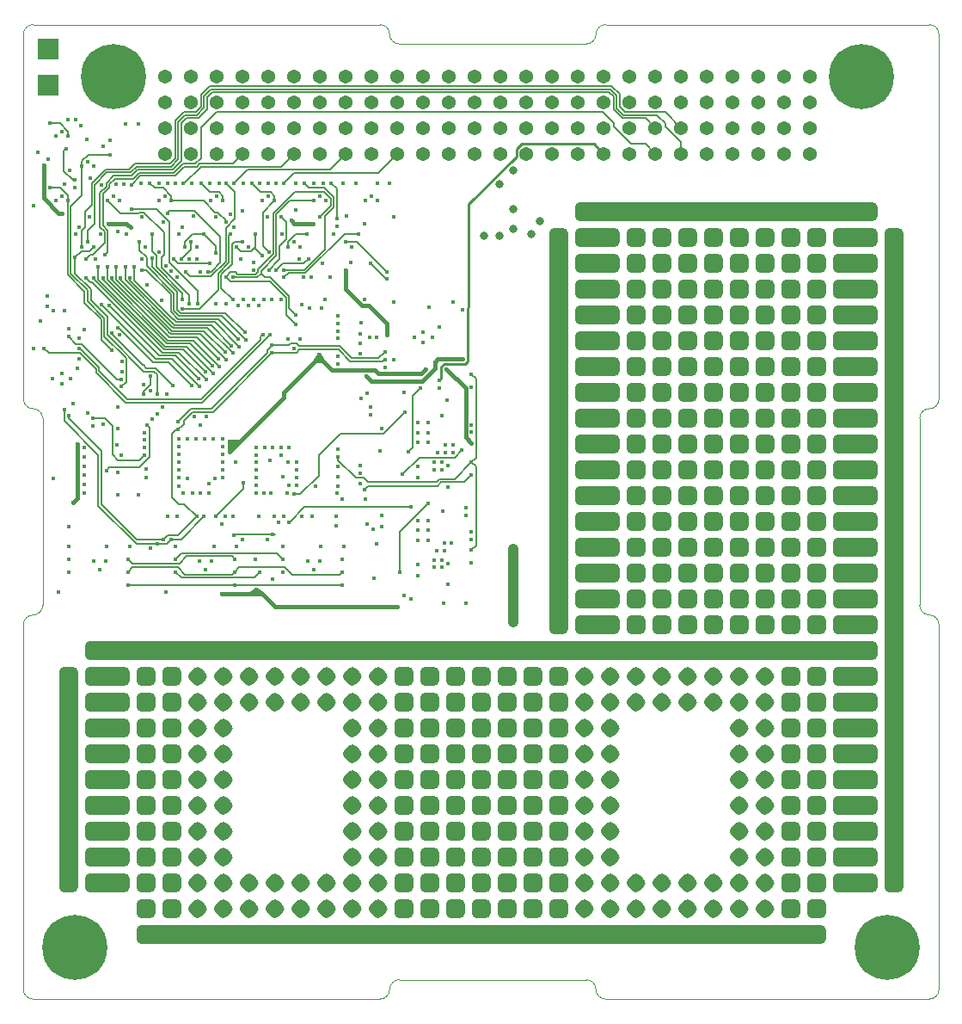
<source format=gbr>
G04 #@! TF.GenerationSoftware,KiCad,Pcbnew,5.1.9*
G04 #@! TF.CreationDate,2021-03-03T13:13:51+01:00*
G04 #@! TF.ProjectId,board_sierra,626f6172-645f-4736-9965-7272612e6b69,v1.1*
G04 #@! TF.SameCoordinates,PX1903cf0PY6c69e80*
G04 #@! TF.FileFunction,Copper,L3,Inr*
G04 #@! TF.FilePolarity,Positive*
%FSLAX46Y46*%
G04 Gerber Fmt 4.6, Leading zero omitted, Abs format (unit mm)*
G04 Created by KiCad (PCBNEW 5.1.9) date 2021-03-03 13:13:51*
%MOMM*%
%LPD*%
G01*
G04 APERTURE LIST*
G04 #@! TA.AperFunction,Profile*
%ADD10C,0.100000*%
G04 #@! TD*
G04 #@! TA.AperFunction,ComponentPad*
%ADD11C,1.365000*%
G04 #@! TD*
G04 #@! TA.AperFunction,ComponentPad*
%ADD12R,4.200000X1.850000*%
G04 #@! TD*
G04 #@! TA.AperFunction,ComponentPad*
%ADD13R,1.850000X4.200000*%
G04 #@! TD*
G04 #@! TA.AperFunction,ComponentPad*
%ADD14C,1.500000*%
G04 #@! TD*
G04 #@! TA.AperFunction,ComponentPad*
%ADD15R,2.000000X2.000000*%
G04 #@! TD*
G04 #@! TA.AperFunction,ComponentPad*
%ADD16C,0.450000*%
G04 #@! TD*
G04 #@! TA.AperFunction,ComponentPad*
%ADD17C,0.800000*%
G04 #@! TD*
G04 #@! TA.AperFunction,ComponentPad*
%ADD18C,6.400000*%
G04 #@! TD*
G04 #@! TA.AperFunction,ViaPad*
%ADD19C,0.450000*%
G04 #@! TD*
G04 #@! TA.AperFunction,ViaPad*
%ADD20C,0.800000*%
G04 #@! TD*
G04 #@! TA.AperFunction,Conductor*
%ADD21C,0.450000*%
G04 #@! TD*
G04 #@! TA.AperFunction,Conductor*
%ADD22C,0.200000*%
G04 #@! TD*
G04 #@! TA.AperFunction,Conductor*
%ADD23C,0.173000*%
G04 #@! TD*
G04 #@! TA.AperFunction,Conductor*
%ADD24C,0.225000*%
G04 #@! TD*
G04 #@! TA.AperFunction,Conductor*
%ADD25C,0.170000*%
G04 #@! TD*
G04 #@! TA.AperFunction,Conductor*
%ADD26C,0.190000*%
G04 #@! TD*
G04 #@! TA.AperFunction,Conductor*
%ADD27C,1.000000*%
G04 #@! TD*
G04 APERTURE END LIST*
D10*
X50355500Y88900000D02*
G75*
G03*
X51308000Y89852500I0J952500D01*
G01*
X31940500Y88900000D02*
X50355500Y88900000D01*
X52260500Y90805000D02*
X84137500Y90805000D01*
X30988000Y89852500D02*
G75*
G03*
X30035500Y90805000I-952500J0D01*
G01*
X30988000Y89852500D02*
G75*
G03*
X31940500Y88900000I952500J0D01*
G01*
X-4127500Y90805000D02*
X30035500Y90805000D01*
X52260500Y90805000D02*
G75*
G03*
X51308000Y89852500I0J-952500D01*
G01*
X52260500Y-5080000D02*
X84137500Y-5080000D01*
X31940500Y-3175000D02*
X50355500Y-3175000D01*
X-4127500Y-5080000D02*
X30035500Y-5080000D01*
X52260500Y-5080000D02*
G75*
G02*
X51308000Y-4127500I0J952500D01*
G01*
X50355500Y-3175000D02*
G75*
G02*
X51308000Y-4127500I0J-952500D01*
G01*
X30988000Y-4127500D02*
G75*
G02*
X31940500Y-3175000I952500J0D01*
G01*
X30988000Y-4127500D02*
G75*
G02*
X30035500Y-5080000I-952500J0D01*
G01*
X84137500Y53009800D02*
G75*
G03*
X83185000Y52057300I0J-952500D01*
G01*
X85090000Y89852500D02*
X85090000Y53962300D01*
X83185000Y52057300D02*
X83185000Y33667700D01*
X85090000Y31762700D02*
X85090000Y-4127500D01*
X83185000Y33667700D02*
G75*
G03*
X84137500Y32715200I952500J0D01*
G01*
X85090000Y31762700D02*
G75*
G03*
X84137500Y32715200I-952500J0D01*
G01*
X84137500Y53009800D02*
G75*
G03*
X85090000Y53962300I0J952500D01*
G01*
X85090000Y-4127500D02*
G75*
G02*
X84137500Y-5080000I-952500J0D01*
G01*
X84137500Y90805000D02*
G75*
G02*
X85090000Y89852500I0J-952500D01*
G01*
X-5080000Y31762700D02*
X-5080000Y-4127500D01*
X-5080000Y89852500D02*
X-5080000Y53962300D01*
X-5080000Y89852500D02*
G75*
G02*
X-4127500Y90805000I952500J0D01*
G01*
X-3175000Y52057300D02*
X-3175000Y33667700D01*
X-4127500Y53009800D02*
G75*
G02*
X-5080000Y53962300I0J952500D01*
G01*
X-4127500Y53009800D02*
G75*
G02*
X-3175000Y52057300I0J-952500D01*
G01*
X-3175000Y33667700D02*
G75*
G02*
X-4127500Y32715200I-952500J0D01*
G01*
X-5080000Y31762700D02*
G75*
G02*
X-4127500Y32715200I952500J0D01*
G01*
X-4127500Y-5080000D02*
G75*
G02*
X-5080000Y-4127500I0J952500D01*
G01*
D11*
G04 #@! TO.N,Net-(H2-Pad1)*
G04 #@! TO.C,H2*
X8890000Y83185000D03*
G04 #@! TO.N,Net-(H2-Pad2)*
X8890000Y85725000D03*
G04 #@! TO.N,Net-(H2-Pad3)*
X11430000Y83185000D03*
G04 #@! TO.N,Net-(H2-Pad4)*
X11430000Y85725000D03*
G04 #@! TO.N,USER_2_1*
X13970000Y83185000D03*
G04 #@! TO.N,USER_2_2*
X13970000Y85725000D03*
G04 #@! TO.N,SPI_2_CS2*
X16510000Y83185000D03*
G04 #@! TO.N,USER_2_4*
X16510000Y85725000D03*
G04 #@! TO.N,SPI_2_CS1*
X19050000Y83185000D03*
G04 #@! TO.N,SPI_2_MOSI*
X19050000Y85725000D03*
G04 #@! TO.N,SPI_2_SCK*
X21590000Y83185000D03*
G04 #@! TO.N,SPI_2_MISO*
X21590000Y85725000D03*
G04 #@! TO.N,UART_2_TX*
X24130000Y83185000D03*
G04 #@! TO.N,UART_2_CTS*
X24130000Y85725000D03*
G04 #@! TO.N,UART_2_RX*
X26670000Y83185000D03*
G04 #@! TO.N,UART_2_RST*
X26670000Y85725000D03*
G04 #@! TO.N,UART_RCS_2_TX*
X29210000Y83185000D03*
G04 #@! TO.N,UART_RCS_2_CTS*
X29210000Y85725000D03*
G04 #@! TO.N,UART_RCS_2_RX*
X31750000Y83185000D03*
G04 #@! TO.N,UART_RCS_2_RST*
X31750000Y85725000D03*
G04 #@! TO.N,I2C_2_SCL*
X34290000Y83185000D03*
G04 #@! TO.N,I2C_2_SDA*
X34290000Y85725000D03*
G04 #@! TO.N,CAN_2_P*
X36830000Y83185000D03*
G04 #@! TO.N,CAN_2_N*
X36830000Y85725000D03*
G04 #@! TO.N,SUP_5V*
X39370000Y83185000D03*
X39370000Y85725000D03*
G04 #@! TO.N,SUP_3V3*
X41910000Y83185000D03*
X41910000Y85725000D03*
G04 #@! TO.N,GND*
X44450000Y83185000D03*
X44450000Y85725000D03*
G04 #@! TO.N,Net-(H2-Pad31)*
X46990000Y83185000D03*
G04 #@! TO.N,GND*
X46990000Y85725000D03*
G04 #@! TO.N,Net-(H2-Pad33)*
X49530000Y83185000D03*
G04 #@! TO.N,Net-(H2-Pad34)*
X49530000Y85725000D03*
G04 #@! TO.N,Net-(H2-Pad35)*
X52070000Y83185000D03*
G04 #@! TO.N,Net-(H2-Pad36)*
X52070000Y85725000D03*
G04 #@! TO.N,Net-(H2-Pad37)*
X54610000Y83185000D03*
G04 #@! TO.N,Net-(H2-Pad38)*
X54610000Y85725000D03*
G04 #@! TO.N,USER_4_1*
X57150000Y83185000D03*
G04 #@! TO.N,USER_4_2*
X57150000Y85725000D03*
G04 #@! TO.N,USER_4_3*
X59690000Y83185000D03*
G04 #@! TO.N,USER_4_4*
X59690000Y85725000D03*
G04 #@! TO.N,USER_6_1*
X62230000Y83185000D03*
G04 #@! TO.N,USER_6_2*
X62230000Y85725000D03*
G04 #@! TO.N,Net-(H2-Pad45)*
X64770000Y83185000D03*
G04 #@! TO.N,Net-(H2-Pad46)*
X64770000Y85725000D03*
G04 #@! TO.N,USER_6_3*
X67310000Y83185000D03*
G04 #@! TO.N,USER_6_4*
X67310000Y85725000D03*
G04 #@! TO.N,Net-(H2-Pad49)*
X69850000Y83185000D03*
G04 #@! TO.N,Net-(H2-Pad50)*
X69850000Y85725000D03*
G04 #@! TO.N,Net-(H2-Pad51)*
X72390000Y83185000D03*
G04 #@! TO.N,Net-(H2-Pad52)*
X72390000Y85725000D03*
G04 #@! TD*
G04 #@! TO.N,Net-(H1-Pad1)*
G04 #@! TO.C,H1*
X8890000Y78105000D03*
G04 #@! TO.N,Net-(H1-Pad2)*
X8890000Y80645000D03*
G04 #@! TO.N,Net-(H1-Pad3)*
X11430000Y78105000D03*
G04 #@! TO.N,Net-(H1-Pad4)*
X11430000Y80645000D03*
G04 #@! TO.N,USER_1_1*
X13970000Y78105000D03*
G04 #@! TO.N,USER_1_2*
X13970000Y80645000D03*
G04 #@! TO.N,SPI_1_CS2*
X16510000Y78105000D03*
G04 #@! TO.N,USER_1_4*
X16510000Y80645000D03*
G04 #@! TO.N,SPI_1_CS1*
X19050000Y78105000D03*
G04 #@! TO.N,SPI_1_MOSI*
X19050000Y80645000D03*
G04 #@! TO.N,SPI_1_SCK*
X21590000Y78105000D03*
G04 #@! TO.N,SPI_1_MISO*
X21590000Y80645000D03*
G04 #@! TO.N,UART_1_TX*
X24130000Y78105000D03*
G04 #@! TO.N,UART_1_CTS*
X24130000Y80645000D03*
G04 #@! TO.N,UART_1_RX*
X26670000Y78105000D03*
G04 #@! TO.N,UART_1_RST*
X26670000Y80645000D03*
G04 #@! TO.N,UART_RCS_1_TX*
X29210000Y78105000D03*
G04 #@! TO.N,UART_RCS_1_CTS*
X29210000Y80645000D03*
G04 #@! TO.N,UART_RCS_1_RX*
X31750000Y78105000D03*
G04 #@! TO.N,UART_RCS_1_RST*
X31750000Y80645000D03*
G04 #@! TO.N,I2C_1_SCL*
X34290000Y78105000D03*
G04 #@! TO.N,I2C_1_SDA*
X34290000Y80645000D03*
G04 #@! TO.N,CAN_1_P*
X36830000Y78105000D03*
G04 #@! TO.N,CAN_1_N*
X36830000Y80645000D03*
G04 #@! TO.N,GLO_SYNC*
X39370000Y78105000D03*
G04 #@! TO.N,GLO_FAULT*
X39370000Y80645000D03*
G04 #@! TO.N,CPU_WD_1*
X41910000Y78105000D03*
G04 #@! TO.N,Net-(H1-Pad28)*
X41910000Y80645000D03*
G04 #@! TO.N,Net-(H1-Pad29)*
X44450000Y78105000D03*
G04 #@! TO.N,CPU_MODE*
X44450000Y80645000D03*
G04 #@! TO.N,Net-(H1-Pad31)*
X46990000Y78105000D03*
G04 #@! TO.N,Net-(H1-Pad32)*
X46990000Y80645000D03*
G04 #@! TO.N,GND*
X49530000Y78105000D03*
X49530000Y80645000D03*
G04 #@! TO.N,GLO_KS_1*
X52070000Y78105000D03*
G04 #@! TO.N,Net-(H1-Pad36)*
X52070000Y80645000D03*
G04 #@! TO.N,Net-(H1-Pad37)*
X54610000Y78105000D03*
G04 #@! TO.N,Net-(H1-Pad38)*
X54610000Y80645000D03*
G04 #@! TO.N,USER_3_1*
X57150000Y78105000D03*
G04 #@! TO.N,USER_3_2*
X57150000Y80645000D03*
G04 #@! TO.N,USER_3_3*
X59690000Y78105000D03*
G04 #@! TO.N,USER_3_4*
X59690000Y80645000D03*
G04 #@! TO.N,USER_5_1*
X62230000Y78105000D03*
G04 #@! TO.N,USER_5_2*
X62230000Y80645000D03*
G04 #@! TO.N,USER_5_3*
X64770000Y78105000D03*
G04 #@! TO.N,USER_5_4*
X64770000Y80645000D03*
G04 #@! TO.N,Net-(H1-Pad47)*
X67310000Y78105000D03*
G04 #@! TO.N,Net-(H1-Pad48)*
X67310000Y80645000D03*
G04 #@! TO.N,Net-(H1-Pad49)*
X69850000Y78105000D03*
G04 #@! TO.N,Net-(H1-Pad50)*
X69850000Y80645000D03*
G04 #@! TO.N,Net-(H1-Pad51)*
X72390000Y78105000D03*
G04 #@! TO.N,Net-(H1-Pad52)*
X72390000Y80645000D03*
G04 #@! TD*
D12*
G04 #@! TO.N,Net-(F2-Pad1)*
G04 #@! TO.C,UA5*
X67945000Y1270000D03*
X62865000Y1270000D03*
X55245000Y1270000D03*
X57785000Y1270000D03*
X52705000Y1270000D03*
X60325000Y1270000D03*
X65405000Y1270000D03*
X45085000Y1270000D03*
X47625000Y1270000D03*
X50165000Y1270000D03*
X40005000Y1270000D03*
X37465000Y1270000D03*
X42545000Y1270000D03*
X32385000Y1270000D03*
X29845000Y1270000D03*
X34925000Y1270000D03*
X24765000Y1270000D03*
X22225000Y1270000D03*
X27305000Y1270000D03*
X17145000Y1270000D03*
X14605000Y1270000D03*
X19685000Y1270000D03*
D13*
G04 #@! TO.N,GND*
X80645000Y11430000D03*
X80645000Y13970000D03*
X80645000Y8890000D03*
X80645000Y19050000D03*
X80645000Y16510000D03*
X80645000Y26670000D03*
X80645000Y24130000D03*
X80645000Y21590000D03*
X80645000Y31750000D03*
X80645000Y29210000D03*
X80645000Y41910000D03*
X80645000Y39370000D03*
X80645000Y34290000D03*
D12*
G04 #@! TO.N,Net-(F1-Pad1)*
X42545000Y29210000D03*
D13*
G04 #@! TO.N,GND*
X80645000Y44450000D03*
X80645000Y36830000D03*
D12*
G04 #@! TO.N,Net-(F1-Pad1)*
X34925000Y29210000D03*
D13*
G04 #@! TO.N,GND*
X80645000Y54610000D03*
X80645000Y46990000D03*
D12*
G04 #@! TO.N,Net-(F1-Pad1)*
X37465000Y29210000D03*
D13*
G04 #@! TO.N,GND*
X80645000Y52070000D03*
D12*
G04 #@! TO.N,Net-(F1-Pad1)*
X40005000Y29210000D03*
D13*
G04 #@! TO.N,GND*
X80645000Y49530000D03*
D12*
G04 #@! TO.N,Net-(F1-Pad1)*
X29845000Y29210000D03*
D13*
G04 #@! TO.N,GND*
X80645000Y57150000D03*
D12*
G04 #@! TO.N,Net-(F1-Pad1)*
X32385000Y29210000D03*
D13*
G04 #@! TO.N,GND*
X80645000Y59690000D03*
X80645000Y62230000D03*
X80645000Y64770000D03*
D12*
G04 #@! TO.N,Net-(F1-Pad1)*
X22225000Y29210000D03*
X17145000Y29210000D03*
X27305000Y29210000D03*
X24765000Y29210000D03*
X19685000Y29210000D03*
G04 #@! TO.N,Net-(F2-Pad1)*
X12065000Y1270000D03*
X9525000Y1270000D03*
G04 #@! TO.N,Net-(F1-Pad1)*
X14605000Y29210000D03*
X12065000Y29210000D03*
X9525000Y29210000D03*
X6985000Y29210000D03*
G04 #@! TO.N,N/C*
G04 #@! TA.AperFunction,ComponentPad*
G36*
G01*
X6060000Y18587500D02*
X6060000Y19512500D01*
G75*
G02*
X6522500Y19975000I462500J0D01*
G01*
X7447500Y19975000D01*
G75*
G02*
X7910000Y19512500I0J-462500D01*
G01*
X7910000Y18587500D01*
G75*
G02*
X7447500Y18125000I-462500J0D01*
G01*
X6522500Y18125000D01*
G75*
G02*
X6060000Y18587500I0J462500D01*
G01*
G37*
G04 #@! TD.AperFunction*
G04 #@! TA.AperFunction,ComponentPad*
G36*
G01*
X6060000Y21127500D02*
X6060000Y22052500D01*
G75*
G02*
X6522500Y22515000I462500J0D01*
G01*
X7447500Y22515000D01*
G75*
G02*
X7910000Y22052500I0J-462500D01*
G01*
X7910000Y21127500D01*
G75*
G02*
X7447500Y20665000I-462500J0D01*
G01*
X6522500Y20665000D01*
G75*
G02*
X6060000Y21127500I0J462500D01*
G01*
G37*
G04 #@! TD.AperFunction*
G04 #@! TA.AperFunction,ComponentPad*
G36*
G01*
X6060000Y16047500D02*
X6060000Y16972500D01*
G75*
G02*
X6522500Y17435000I462500J0D01*
G01*
X7447500Y17435000D01*
G75*
G02*
X7910000Y16972500I0J-462500D01*
G01*
X7910000Y16047500D01*
G75*
G02*
X7447500Y15585000I-462500J0D01*
G01*
X6522500Y15585000D01*
G75*
G02*
X6060000Y16047500I0J462500D01*
G01*
G37*
G04 #@! TD.AperFunction*
G04 #@! TA.AperFunction,ComponentPad*
G36*
G01*
X6060000Y13507500D02*
X6060000Y14432500D01*
G75*
G02*
X6522500Y14895000I462500J0D01*
G01*
X7447500Y14895000D01*
G75*
G02*
X7910000Y14432500I0J-462500D01*
G01*
X7910000Y13507500D01*
G75*
G02*
X7447500Y13045000I-462500J0D01*
G01*
X6522500Y13045000D01*
G75*
G02*
X6060000Y13507500I0J462500D01*
G01*
G37*
G04 #@! TD.AperFunction*
G04 #@! TA.AperFunction,ComponentPad*
G36*
G01*
X34000000Y18587500D02*
X34000000Y19512500D01*
G75*
G02*
X34462500Y19975000I462500J0D01*
G01*
X35387500Y19975000D01*
G75*
G02*
X35850000Y19512500I0J-462500D01*
G01*
X35850000Y18587500D01*
G75*
G02*
X35387500Y18125000I-462500J0D01*
G01*
X34462500Y18125000D01*
G75*
G02*
X34000000Y18587500I0J462500D01*
G01*
G37*
G04 #@! TD.AperFunction*
G04 #@! TA.AperFunction,ComponentPad*
G36*
G01*
X34000000Y13507500D02*
X34000000Y14432500D01*
G75*
G02*
X34462500Y14895000I462500J0D01*
G01*
X35387500Y14895000D01*
G75*
G02*
X35850000Y14432500I0J-462500D01*
G01*
X35850000Y13507500D01*
G75*
G02*
X35387500Y13045000I-462500J0D01*
G01*
X34462500Y13045000D01*
G75*
G02*
X34000000Y13507500I0J462500D01*
G01*
G37*
G04 #@! TD.AperFunction*
G04 #@! TA.AperFunction,ComponentPad*
G36*
G01*
X34000000Y16047500D02*
X34000000Y16972500D01*
G75*
G02*
X34462500Y17435000I462500J0D01*
G01*
X35387500Y17435000D01*
G75*
G02*
X35850000Y16972500I0J-462500D01*
G01*
X35850000Y16047500D01*
G75*
G02*
X35387500Y15585000I-462500J0D01*
G01*
X34462500Y15585000D01*
G75*
G02*
X34000000Y16047500I0J462500D01*
G01*
G37*
G04 #@! TD.AperFunction*
G04 #@! TA.AperFunction,ComponentPad*
G36*
G01*
X34000000Y21127500D02*
X34000000Y22052500D01*
G75*
G02*
X34462500Y22515000I462500J0D01*
G01*
X35387500Y22515000D01*
G75*
G02*
X35850000Y22052500I0J-462500D01*
G01*
X35850000Y21127500D01*
G75*
G02*
X35387500Y20665000I-462500J0D01*
G01*
X34462500Y20665000D01*
G75*
G02*
X34000000Y21127500I0J462500D01*
G01*
G37*
G04 #@! TD.AperFunction*
G04 #@! TA.AperFunction,ComponentPad*
G36*
G01*
X8600000Y18587500D02*
X8600000Y19512500D01*
G75*
G02*
X9062500Y19975000I462500J0D01*
G01*
X9987500Y19975000D01*
G75*
G02*
X10450000Y19512500I0J-462500D01*
G01*
X10450000Y18587500D01*
G75*
G02*
X9987500Y18125000I-462500J0D01*
G01*
X9062500Y18125000D01*
G75*
G02*
X8600000Y18587500I0J462500D01*
G01*
G37*
G04 #@! TD.AperFunction*
G04 #@! TA.AperFunction,ComponentPad*
G36*
G01*
X31460000Y18587500D02*
X31460000Y19512500D01*
G75*
G02*
X31922500Y19975000I462500J0D01*
G01*
X32847500Y19975000D01*
G75*
G02*
X33310000Y19512500I0J-462500D01*
G01*
X33310000Y18587500D01*
G75*
G02*
X32847500Y18125000I-462500J0D01*
G01*
X31922500Y18125000D01*
G75*
G02*
X31460000Y18587500I0J462500D01*
G01*
G37*
G04 #@! TD.AperFunction*
G04 #@! TA.AperFunction,ComponentPad*
G36*
G01*
X31460000Y21127500D02*
X31460000Y22052500D01*
G75*
G02*
X31922500Y22515000I462500J0D01*
G01*
X32847500Y22515000D01*
G75*
G02*
X33310000Y22052500I0J-462500D01*
G01*
X33310000Y21127500D01*
G75*
G02*
X32847500Y20665000I-462500J0D01*
G01*
X31922500Y20665000D01*
G75*
G02*
X31460000Y21127500I0J462500D01*
G01*
G37*
G04 #@! TD.AperFunction*
G04 #@! TA.AperFunction,ComponentPad*
G36*
G01*
X8600000Y21127500D02*
X8600000Y22052500D01*
G75*
G02*
X9062500Y22515000I462500J0D01*
G01*
X9987500Y22515000D01*
G75*
G02*
X10450000Y22052500I0J-462500D01*
G01*
X10450000Y21127500D01*
G75*
G02*
X9987500Y20665000I-462500J0D01*
G01*
X9062500Y20665000D01*
G75*
G02*
X8600000Y21127500I0J462500D01*
G01*
G37*
G04 #@! TD.AperFunction*
G04 #@! TA.AperFunction,ComponentPad*
G36*
G01*
X31460000Y16047500D02*
X31460000Y16972500D01*
G75*
G02*
X31922500Y17435000I462500J0D01*
G01*
X32847500Y17435000D01*
G75*
G02*
X33310000Y16972500I0J-462500D01*
G01*
X33310000Y16047500D01*
G75*
G02*
X32847500Y15585000I-462500J0D01*
G01*
X31922500Y15585000D01*
G75*
G02*
X31460000Y16047500I0J462500D01*
G01*
G37*
G04 #@! TD.AperFunction*
G04 #@! TA.AperFunction,ComponentPad*
G36*
G01*
X8600000Y16047500D02*
X8600000Y16972500D01*
G75*
G02*
X9062500Y17435000I462500J0D01*
G01*
X9987500Y17435000D01*
G75*
G02*
X10450000Y16972500I0J-462500D01*
G01*
X10450000Y16047500D01*
G75*
G02*
X9987500Y15585000I-462500J0D01*
G01*
X9062500Y15585000D01*
G75*
G02*
X8600000Y16047500I0J462500D01*
G01*
G37*
G04 #@! TD.AperFunction*
G04 #@! TA.AperFunction,ComponentPad*
G36*
G01*
X8600000Y13507500D02*
X8600000Y14432500D01*
G75*
G02*
X9062500Y14895000I462500J0D01*
G01*
X9987500Y14895000D01*
G75*
G02*
X10450000Y14432500I0J-462500D01*
G01*
X10450000Y13507500D01*
G75*
G02*
X9987500Y13045000I-462500J0D01*
G01*
X9062500Y13045000D01*
G75*
G02*
X8600000Y13507500I0J462500D01*
G01*
G37*
G04 #@! TD.AperFunction*
G04 #@! TA.AperFunction,ComponentPad*
G36*
G01*
X31460000Y13507500D02*
X31460000Y14432500D01*
G75*
G02*
X31922500Y14895000I462500J0D01*
G01*
X32847500Y14895000D01*
G75*
G02*
X33310000Y14432500I0J-462500D01*
G01*
X33310000Y13507500D01*
G75*
G02*
X32847500Y13045000I-462500J0D01*
G01*
X31922500Y13045000D01*
G75*
G02*
X31460000Y13507500I0J462500D01*
G01*
G37*
G04 #@! TD.AperFunction*
G04 #@! TA.AperFunction,ComponentPad*
G36*
G01*
X13818697Y19395068D02*
X14259932Y19836303D01*
G75*
G02*
X14950068Y19836303I345068J-345068D01*
G01*
X15391303Y19395068D01*
G75*
G02*
X15391303Y18704932I-345068J-345068D01*
G01*
X14950068Y18263697D01*
G75*
G02*
X14259932Y18263697I-345068J345068D01*
G01*
X13818697Y18704932D01*
G75*
G02*
X13818697Y19395068I345068J345068D01*
G01*
G37*
G04 #@! TD.AperFunction*
G04 #@! TA.AperFunction,ComponentPad*
G36*
G01*
X13818697Y14315068D02*
X14259932Y14756303D01*
G75*
G02*
X14950068Y14756303I345068J-345068D01*
G01*
X15391303Y14315068D01*
G75*
G02*
X15391303Y13624932I-345068J-345068D01*
G01*
X14950068Y13183697D01*
G75*
G02*
X14259932Y13183697I-345068J345068D01*
G01*
X13818697Y13624932D01*
G75*
G02*
X13818697Y14315068I345068J345068D01*
G01*
G37*
G04 #@! TD.AperFunction*
G04 #@! TA.AperFunction,ComponentPad*
G36*
G01*
X13818697Y16855068D02*
X14259932Y17296303D01*
G75*
G02*
X14950068Y17296303I345068J-345068D01*
G01*
X15391303Y16855068D01*
G75*
G02*
X15391303Y16164932I-345068J-345068D01*
G01*
X14950068Y15723697D01*
G75*
G02*
X14259932Y15723697I-345068J345068D01*
G01*
X13818697Y16164932D01*
G75*
G02*
X13818697Y16855068I345068J345068D01*
G01*
G37*
G04 #@! TD.AperFunction*
G04 #@! TA.AperFunction,ComponentPad*
G36*
G01*
X13818697Y21935068D02*
X14259932Y22376303D01*
G75*
G02*
X14950068Y22376303I345068J-345068D01*
G01*
X15391303Y21935068D01*
G75*
G02*
X15391303Y21244932I-345068J-345068D01*
G01*
X14950068Y20803697D01*
G75*
G02*
X14259932Y20803697I-345068J345068D01*
G01*
X13818697Y21244932D01*
G75*
G02*
X13818697Y21935068I345068J345068D01*
G01*
G37*
G04 #@! TD.AperFunction*
G04 #@! TA.AperFunction,ComponentPad*
G36*
G01*
X72100000Y18587500D02*
X72100000Y19512500D01*
G75*
G02*
X72562500Y19975000I462500J0D01*
G01*
X73487500Y19975000D01*
G75*
G02*
X73950000Y19512500I0J-462500D01*
G01*
X73950000Y18587500D01*
G75*
G02*
X73487500Y18125000I-462500J0D01*
G01*
X72562500Y18125000D01*
G75*
G02*
X72100000Y18587500I0J462500D01*
G01*
G37*
G04 #@! TD.AperFunction*
G04 #@! TA.AperFunction,ComponentPad*
G36*
G01*
X11278697Y19395068D02*
X11719932Y19836303D01*
G75*
G02*
X12410068Y19836303I345068J-345068D01*
G01*
X12851303Y19395068D01*
G75*
G02*
X12851303Y18704932I-345068J-345068D01*
G01*
X12410068Y18263697D01*
G75*
G02*
X11719932Y18263697I-345068J345068D01*
G01*
X11278697Y18704932D01*
G75*
G02*
X11278697Y19395068I345068J345068D01*
G01*
G37*
G04 #@! TD.AperFunction*
G04 #@! TA.AperFunction,ComponentPad*
G36*
G01*
X11278697Y21935068D02*
X11719932Y22376303D01*
G75*
G02*
X12410068Y22376303I345068J-345068D01*
G01*
X12851303Y21935068D01*
G75*
G02*
X12851303Y21244932I-345068J-345068D01*
G01*
X12410068Y20803697D01*
G75*
G02*
X11719932Y20803697I-345068J345068D01*
G01*
X11278697Y21244932D01*
G75*
G02*
X11278697Y21935068I345068J345068D01*
G01*
G37*
G04 #@! TD.AperFunction*
G04 #@! TA.AperFunction,ComponentPad*
G36*
G01*
X72100000Y21127500D02*
X72100000Y22052500D01*
G75*
G02*
X72562500Y22515000I462500J0D01*
G01*
X73487500Y22515000D01*
G75*
G02*
X73950000Y22052500I0J-462500D01*
G01*
X73950000Y21127500D01*
G75*
G02*
X73487500Y20665000I-462500J0D01*
G01*
X72562500Y20665000D01*
G75*
G02*
X72100000Y21127500I0J462500D01*
G01*
G37*
G04 #@! TD.AperFunction*
G04 #@! TA.AperFunction,ComponentPad*
G36*
G01*
X11278697Y16855068D02*
X11719932Y17296303D01*
G75*
G02*
X12410068Y17296303I345068J-345068D01*
G01*
X12851303Y16855068D01*
G75*
G02*
X12851303Y16164932I-345068J-345068D01*
G01*
X12410068Y15723697D01*
G75*
G02*
X11719932Y15723697I-345068J345068D01*
G01*
X11278697Y16164932D01*
G75*
G02*
X11278697Y16855068I345068J345068D01*
G01*
G37*
G04 #@! TD.AperFunction*
G04 #@! TA.AperFunction,ComponentPad*
G36*
G01*
X72100000Y16047500D02*
X72100000Y16972500D01*
G75*
G02*
X72562500Y17435000I462500J0D01*
G01*
X73487500Y17435000D01*
G75*
G02*
X73950000Y16972500I0J-462500D01*
G01*
X73950000Y16047500D01*
G75*
G02*
X73487500Y15585000I-462500J0D01*
G01*
X72562500Y15585000D01*
G75*
G02*
X72100000Y16047500I0J462500D01*
G01*
G37*
G04 #@! TD.AperFunction*
G04 #@! TA.AperFunction,ComponentPad*
G36*
G01*
X72100000Y13507500D02*
X72100000Y14432500D01*
G75*
G02*
X72562500Y14895000I462500J0D01*
G01*
X73487500Y14895000D01*
G75*
G02*
X73950000Y14432500I0J-462500D01*
G01*
X73950000Y13507500D01*
G75*
G02*
X73487500Y13045000I-462500J0D01*
G01*
X72562500Y13045000D01*
G75*
G02*
X72100000Y13507500I0J462500D01*
G01*
G37*
G04 #@! TD.AperFunction*
G04 #@! TA.AperFunction,ComponentPad*
G36*
G01*
X11278697Y14315068D02*
X11719932Y14756303D01*
G75*
G02*
X12410068Y14756303I345068J-345068D01*
G01*
X12851303Y14315068D01*
G75*
G02*
X12851303Y13624932I-345068J-345068D01*
G01*
X12410068Y13183697D01*
G75*
G02*
X11719932Y13183697I-345068J345068D01*
G01*
X11278697Y13624932D01*
G75*
G02*
X11278697Y14315068I345068J345068D01*
G01*
G37*
G04 #@! TD.AperFunction*
G04 #@! TA.AperFunction,ComponentPad*
G36*
G01*
X67158697Y11775068D02*
X67599932Y12216303D01*
G75*
G02*
X68290068Y12216303I345068J-345068D01*
G01*
X68731303Y11775068D01*
G75*
G02*
X68731303Y11084932I-345068J-345068D01*
G01*
X68290068Y10643697D01*
G75*
G02*
X67599932Y10643697I-345068J345068D01*
G01*
X67158697Y11084932D01*
G75*
G02*
X67158697Y11775068I345068J345068D01*
G01*
G37*
G04 #@! TD.AperFunction*
G04 #@! TA.AperFunction,ComponentPad*
G36*
G01*
X64618697Y19395068D02*
X65059932Y19836303D01*
G75*
G02*
X65750068Y19836303I345068J-345068D01*
G01*
X66191303Y19395068D01*
G75*
G02*
X66191303Y18704932I-345068J-345068D01*
G01*
X65750068Y18263697D01*
G75*
G02*
X65059932Y18263697I-345068J345068D01*
G01*
X64618697Y18704932D01*
G75*
G02*
X64618697Y19395068I345068J345068D01*
G01*
G37*
G04 #@! TD.AperFunction*
G04 #@! TA.AperFunction,ComponentPad*
G36*
G01*
X67158697Y16855068D02*
X67599932Y17296303D01*
G75*
G02*
X68290068Y17296303I345068J-345068D01*
G01*
X68731303Y16855068D01*
G75*
G02*
X68731303Y16164932I-345068J-345068D01*
G01*
X68290068Y15723697D01*
G75*
G02*
X67599932Y15723697I-345068J345068D01*
G01*
X67158697Y16164932D01*
G75*
G02*
X67158697Y16855068I345068J345068D01*
G01*
G37*
G04 #@! TD.AperFunction*
G04 #@! TA.AperFunction,ComponentPad*
G36*
G01*
X67158697Y21935068D02*
X67599932Y22376303D01*
G75*
G02*
X68290068Y22376303I345068J-345068D01*
G01*
X68731303Y21935068D01*
G75*
G02*
X68731303Y21244932I-345068J-345068D01*
G01*
X68290068Y20803697D01*
G75*
G02*
X67599932Y20803697I-345068J345068D01*
G01*
X67158697Y21244932D01*
G75*
G02*
X67158697Y21935068I345068J345068D01*
G01*
G37*
G04 #@! TD.AperFunction*
G04 #@! TA.AperFunction,ComponentPad*
G36*
G01*
X64618697Y21935068D02*
X65059932Y22376303D01*
G75*
G02*
X65750068Y22376303I345068J-345068D01*
G01*
X66191303Y21935068D01*
G75*
G02*
X66191303Y21244932I-345068J-345068D01*
G01*
X65750068Y20803697D01*
G75*
G02*
X65059932Y20803697I-345068J345068D01*
G01*
X64618697Y21244932D01*
G75*
G02*
X64618697Y21935068I345068J345068D01*
G01*
G37*
G04 #@! TD.AperFunction*
G04 #@! TA.AperFunction,ComponentPad*
G36*
G01*
X64618697Y11775068D02*
X65059932Y12216303D01*
G75*
G02*
X65750068Y12216303I345068J-345068D01*
G01*
X66191303Y11775068D01*
G75*
G02*
X66191303Y11084932I-345068J-345068D01*
G01*
X65750068Y10643697D01*
G75*
G02*
X65059932Y10643697I-345068J345068D01*
G01*
X64618697Y11084932D01*
G75*
G02*
X64618697Y11775068I345068J345068D01*
G01*
G37*
G04 #@! TD.AperFunction*
G04 #@! TA.AperFunction,ComponentPad*
G36*
G01*
X67158697Y9235068D02*
X67599932Y9676303D01*
G75*
G02*
X68290068Y9676303I345068J-345068D01*
G01*
X68731303Y9235068D01*
G75*
G02*
X68731303Y8544932I-345068J-345068D01*
G01*
X68290068Y8103697D01*
G75*
G02*
X67599932Y8103697I-345068J345068D01*
G01*
X67158697Y8544932D01*
G75*
G02*
X67158697Y9235068I345068J345068D01*
G01*
G37*
G04 #@! TD.AperFunction*
G04 #@! TA.AperFunction,ComponentPad*
G36*
G01*
X67158697Y14315068D02*
X67599932Y14756303D01*
G75*
G02*
X68290068Y14756303I345068J-345068D01*
G01*
X68731303Y14315068D01*
G75*
G02*
X68731303Y13624932I-345068J-345068D01*
G01*
X68290068Y13183697D01*
G75*
G02*
X67599932Y13183697I-345068J345068D01*
G01*
X67158697Y13624932D01*
G75*
G02*
X67158697Y14315068I345068J345068D01*
G01*
G37*
G04 #@! TD.AperFunction*
G04 #@! TA.AperFunction,ComponentPad*
G36*
G01*
X67158697Y19395068D02*
X67599932Y19836303D01*
G75*
G02*
X68290068Y19836303I345068J-345068D01*
G01*
X68731303Y19395068D01*
G75*
G02*
X68731303Y18704932I-345068J-345068D01*
G01*
X68290068Y18263697D01*
G75*
G02*
X67599932Y18263697I-345068J345068D01*
G01*
X67158697Y18704932D01*
G75*
G02*
X67158697Y19395068I345068J345068D01*
G01*
G37*
G04 #@! TD.AperFunction*
G04 #@! TA.AperFunction,ComponentPad*
G36*
G01*
X64618697Y14315068D02*
X65059932Y14756303D01*
G75*
G02*
X65750068Y14756303I345068J-345068D01*
G01*
X66191303Y14315068D01*
G75*
G02*
X66191303Y13624932I-345068J-345068D01*
G01*
X65750068Y13183697D01*
G75*
G02*
X65059932Y13183697I-345068J345068D01*
G01*
X64618697Y13624932D01*
G75*
G02*
X64618697Y14315068I345068J345068D01*
G01*
G37*
G04 #@! TD.AperFunction*
G04 #@! TA.AperFunction,ComponentPad*
G36*
G01*
X6060000Y8427500D02*
X6060000Y9352500D01*
G75*
G02*
X6522500Y9815000I462500J0D01*
G01*
X7447500Y9815000D01*
G75*
G02*
X7910000Y9352500I0J-462500D01*
G01*
X7910000Y8427500D01*
G75*
G02*
X7447500Y7965000I-462500J0D01*
G01*
X6522500Y7965000D01*
G75*
G02*
X6060000Y8427500I0J462500D01*
G01*
G37*
G04 #@! TD.AperFunction*
G04 #@! TA.AperFunction,ComponentPad*
G36*
G01*
X6060000Y10967500D02*
X6060000Y11892500D01*
G75*
G02*
X6522500Y12355000I462500J0D01*
G01*
X7447500Y12355000D01*
G75*
G02*
X7910000Y11892500I0J-462500D01*
G01*
X7910000Y10967500D01*
G75*
G02*
X7447500Y10505000I-462500J0D01*
G01*
X6522500Y10505000D01*
G75*
G02*
X6060000Y10967500I0J462500D01*
G01*
G37*
G04 #@! TD.AperFunction*
G04 #@! TA.AperFunction,ComponentPad*
G36*
G01*
X64618697Y9235068D02*
X65059932Y9676303D01*
G75*
G02*
X65750068Y9676303I345068J-345068D01*
G01*
X66191303Y9235068D01*
G75*
G02*
X66191303Y8544932I-345068J-345068D01*
G01*
X65750068Y8103697D01*
G75*
G02*
X65059932Y8103697I-345068J345068D01*
G01*
X64618697Y8544932D01*
G75*
G02*
X64618697Y9235068I345068J345068D01*
G01*
G37*
G04 #@! TD.AperFunction*
G04 #@! TA.AperFunction,ComponentPad*
G36*
G01*
X64618697Y16855068D02*
X65059932Y17296303D01*
G75*
G02*
X65750068Y17296303I345068J-345068D01*
G01*
X66191303Y16855068D01*
G75*
G02*
X66191303Y16164932I-345068J-345068D01*
G01*
X65750068Y15723697D01*
G75*
G02*
X65059932Y15723697I-345068J345068D01*
G01*
X64618697Y16164932D01*
G75*
G02*
X64618697Y16855068I345068J345068D01*
G01*
G37*
G04 #@! TD.AperFunction*
G04 #@! TA.AperFunction,ComponentPad*
G36*
G01*
X34000000Y10967500D02*
X34000000Y11892500D01*
G75*
G02*
X34462500Y12355000I462500J0D01*
G01*
X35387500Y12355000D01*
G75*
G02*
X35850000Y11892500I0J-462500D01*
G01*
X35850000Y10967500D01*
G75*
G02*
X35387500Y10505000I-462500J0D01*
G01*
X34462500Y10505000D01*
G75*
G02*
X34000000Y10967500I0J462500D01*
G01*
G37*
G04 #@! TD.AperFunction*
G04 #@! TA.AperFunction,ComponentPad*
G36*
G01*
X8600000Y10967500D02*
X8600000Y11892500D01*
G75*
G02*
X9062500Y12355000I462500J0D01*
G01*
X9987500Y12355000D01*
G75*
G02*
X10450000Y11892500I0J-462500D01*
G01*
X10450000Y10967500D01*
G75*
G02*
X9987500Y10505000I-462500J0D01*
G01*
X9062500Y10505000D01*
G75*
G02*
X8600000Y10967500I0J462500D01*
G01*
G37*
G04 #@! TD.AperFunction*
G04 #@! TA.AperFunction,ComponentPad*
G36*
G01*
X31460000Y8427500D02*
X31460000Y9352500D01*
G75*
G02*
X31922500Y9815000I462500J0D01*
G01*
X32847500Y9815000D01*
G75*
G02*
X33310000Y9352500I0J-462500D01*
G01*
X33310000Y8427500D01*
G75*
G02*
X32847500Y7965000I-462500J0D01*
G01*
X31922500Y7965000D01*
G75*
G02*
X31460000Y8427500I0J462500D01*
G01*
G37*
G04 #@! TD.AperFunction*
G04 #@! TA.AperFunction,ComponentPad*
G36*
G01*
X46700000Y8427500D02*
X46700000Y9352500D01*
G75*
G02*
X47162500Y9815000I462500J0D01*
G01*
X48087500Y9815000D01*
G75*
G02*
X48550000Y9352500I0J-462500D01*
G01*
X48550000Y8427500D01*
G75*
G02*
X48087500Y7965000I-462500J0D01*
G01*
X47162500Y7965000D01*
G75*
G02*
X46700000Y8427500I0J462500D01*
G01*
G37*
G04 #@! TD.AperFunction*
G04 #@! TA.AperFunction,ComponentPad*
G36*
G01*
X34000000Y5887500D02*
X34000000Y6812500D01*
G75*
G02*
X34462500Y7275000I462500J0D01*
G01*
X35387500Y7275000D01*
G75*
G02*
X35850000Y6812500I0J-462500D01*
G01*
X35850000Y5887500D01*
G75*
G02*
X35387500Y5425000I-462500J0D01*
G01*
X34462500Y5425000D01*
G75*
G02*
X34000000Y5887500I0J462500D01*
G01*
G37*
G04 #@! TD.AperFunction*
G04 #@! TA.AperFunction,ComponentPad*
G36*
G01*
X72100000Y10967500D02*
X72100000Y11892500D01*
G75*
G02*
X72562500Y12355000I462500J0D01*
G01*
X73487500Y12355000D01*
G75*
G02*
X73950000Y11892500I0J-462500D01*
G01*
X73950000Y10967500D01*
G75*
G02*
X73487500Y10505000I-462500J0D01*
G01*
X72562500Y10505000D01*
G75*
G02*
X72100000Y10967500I0J462500D01*
G01*
G37*
G04 #@! TD.AperFunction*
G04 #@! TA.AperFunction,ComponentPad*
G36*
G01*
X44160000Y5887500D02*
X44160000Y6812500D01*
G75*
G02*
X44622500Y7275000I462500J0D01*
G01*
X45547500Y7275000D01*
G75*
G02*
X46010000Y6812500I0J-462500D01*
G01*
X46010000Y5887500D01*
G75*
G02*
X45547500Y5425000I-462500J0D01*
G01*
X44622500Y5425000D01*
G75*
G02*
X44160000Y5887500I0J462500D01*
G01*
G37*
G04 #@! TD.AperFunction*
G04 #@! TA.AperFunction,ComponentPad*
G36*
G01*
X34000000Y8427500D02*
X34000000Y9352500D01*
G75*
G02*
X34462500Y9815000I462500J0D01*
G01*
X35387500Y9815000D01*
G75*
G02*
X35850000Y9352500I0J-462500D01*
G01*
X35850000Y8427500D01*
G75*
G02*
X35387500Y7965000I-462500J0D01*
G01*
X34462500Y7965000D01*
G75*
G02*
X34000000Y8427500I0J462500D01*
G01*
G37*
G04 #@! TD.AperFunction*
G04 #@! TA.AperFunction,ComponentPad*
G36*
G01*
X16358697Y6695068D02*
X16799932Y7136303D01*
G75*
G02*
X17490068Y7136303I345068J-345068D01*
G01*
X17931303Y6695068D01*
G75*
G02*
X17931303Y6004932I-345068J-345068D01*
G01*
X17490068Y5563697D01*
G75*
G02*
X16799932Y5563697I-345068J345068D01*
G01*
X16358697Y6004932D01*
G75*
G02*
X16358697Y6695068I345068J345068D01*
G01*
G37*
G04 #@! TD.AperFunction*
G04 #@! TA.AperFunction,ComponentPad*
G36*
G01*
X11278697Y6695068D02*
X11719932Y7136303D01*
G75*
G02*
X12410068Y7136303I345068J-345068D01*
G01*
X12851303Y6695068D01*
G75*
G02*
X12851303Y6004932I-345068J-345068D01*
G01*
X12410068Y5563697D01*
G75*
G02*
X11719932Y5563697I-345068J345068D01*
G01*
X11278697Y6004932D01*
G75*
G02*
X11278697Y6695068I345068J345068D01*
G01*
G37*
G04 #@! TD.AperFunction*
G04 #@! TA.AperFunction,ComponentPad*
G36*
G01*
X46700000Y10967500D02*
X46700000Y11892500D01*
G75*
G02*
X47162500Y12355000I462500J0D01*
G01*
X48087500Y12355000D01*
G75*
G02*
X48550000Y11892500I0J-462500D01*
G01*
X48550000Y10967500D01*
G75*
G02*
X48087500Y10505000I-462500J0D01*
G01*
X47162500Y10505000D01*
G75*
G02*
X46700000Y10967500I0J462500D01*
G01*
G37*
G04 #@! TD.AperFunction*
G04 #@! TA.AperFunction,ComponentPad*
G36*
G01*
X72100000Y8427500D02*
X72100000Y9352500D01*
G75*
G02*
X72562500Y9815000I462500J0D01*
G01*
X73487500Y9815000D01*
G75*
G02*
X73950000Y9352500I0J-462500D01*
G01*
X73950000Y8427500D01*
G75*
G02*
X73487500Y7965000I-462500J0D01*
G01*
X72562500Y7965000D01*
G75*
G02*
X72100000Y8427500I0J462500D01*
G01*
G37*
G04 #@! TD.AperFunction*
G04 #@! TA.AperFunction,ComponentPad*
G36*
G01*
X44160000Y10967500D02*
X44160000Y11892500D01*
G75*
G02*
X44622500Y12355000I462500J0D01*
G01*
X45547500Y12355000D01*
G75*
G02*
X46010000Y11892500I0J-462500D01*
G01*
X46010000Y10967500D01*
G75*
G02*
X45547500Y10505000I-462500J0D01*
G01*
X44622500Y10505000D01*
G75*
G02*
X44160000Y10967500I0J462500D01*
G01*
G37*
G04 #@! TD.AperFunction*
G04 #@! TA.AperFunction,ComponentPad*
G36*
G01*
X72100000Y5887500D02*
X72100000Y6812500D01*
G75*
G02*
X72562500Y7275000I462500J0D01*
G01*
X73487500Y7275000D01*
G75*
G02*
X73950000Y6812500I0J-462500D01*
G01*
X73950000Y5887500D01*
G75*
G02*
X73487500Y5425000I-462500J0D01*
G01*
X72562500Y5425000D01*
G75*
G02*
X72100000Y5887500I0J462500D01*
G01*
G37*
G04 #@! TD.AperFunction*
G04 #@! TA.AperFunction,ComponentPad*
G36*
G01*
X31460000Y10967500D02*
X31460000Y11892500D01*
G75*
G02*
X31922500Y12355000I462500J0D01*
G01*
X32847500Y12355000D01*
G75*
G02*
X33310000Y11892500I0J-462500D01*
G01*
X33310000Y10967500D01*
G75*
G02*
X32847500Y10505000I-462500J0D01*
G01*
X31922500Y10505000D01*
G75*
G02*
X31460000Y10967500I0J462500D01*
G01*
G37*
G04 #@! TD.AperFunction*
G04 #@! TA.AperFunction,ComponentPad*
G36*
G01*
X11278697Y11775068D02*
X11719932Y12216303D01*
G75*
G02*
X12410068Y12216303I345068J-345068D01*
G01*
X12851303Y11775068D01*
G75*
G02*
X12851303Y11084932I-345068J-345068D01*
G01*
X12410068Y10643697D01*
G75*
G02*
X11719932Y10643697I-345068J345068D01*
G01*
X11278697Y11084932D01*
G75*
G02*
X11278697Y11775068I345068J345068D01*
G01*
G37*
G04 #@! TD.AperFunction*
G04 #@! TA.AperFunction,ComponentPad*
G36*
G01*
X13818697Y6695068D02*
X14259932Y7136303D01*
G75*
G02*
X14950068Y7136303I345068J-345068D01*
G01*
X15391303Y6695068D01*
G75*
G02*
X15391303Y6004932I-345068J-345068D01*
G01*
X14950068Y5563697D01*
G75*
G02*
X14259932Y5563697I-345068J345068D01*
G01*
X13818697Y6004932D01*
G75*
G02*
X13818697Y6695068I345068J345068D01*
G01*
G37*
G04 #@! TD.AperFunction*
G04 #@! TA.AperFunction,ComponentPad*
G36*
G01*
X8600000Y5887500D02*
X8600000Y6812500D01*
G75*
G02*
X9062500Y7275000I462500J0D01*
G01*
X9987500Y7275000D01*
G75*
G02*
X10450000Y6812500I0J-462500D01*
G01*
X10450000Y5887500D01*
G75*
G02*
X9987500Y5425000I-462500J0D01*
G01*
X9062500Y5425000D01*
G75*
G02*
X8600000Y5887500I0J462500D01*
G01*
G37*
G04 #@! TD.AperFunction*
G04 #@! TA.AperFunction,ComponentPad*
G36*
G01*
X13818697Y9235068D02*
X14259932Y9676303D01*
G75*
G02*
X14950068Y9676303I345068J-345068D01*
G01*
X15391303Y9235068D01*
G75*
G02*
X15391303Y8544932I-345068J-345068D01*
G01*
X14950068Y8103697D01*
G75*
G02*
X14259932Y8103697I-345068J345068D01*
G01*
X13818697Y8544932D01*
G75*
G02*
X13818697Y9235068I345068J345068D01*
G01*
G37*
G04 #@! TD.AperFunction*
G04 #@! TA.AperFunction,ComponentPad*
G36*
G01*
X11278697Y9235068D02*
X11719932Y9676303D01*
G75*
G02*
X12410068Y9676303I345068J-345068D01*
G01*
X12851303Y9235068D01*
G75*
G02*
X12851303Y8544932I-345068J-345068D01*
G01*
X12410068Y8103697D01*
G75*
G02*
X11719932Y8103697I-345068J345068D01*
G01*
X11278697Y8544932D01*
G75*
G02*
X11278697Y9235068I345068J345068D01*
G01*
G37*
G04 #@! TD.AperFunction*
G04 #@! TA.AperFunction,ComponentPad*
G36*
G01*
X46700000Y5887500D02*
X46700000Y6812500D01*
G75*
G02*
X47162500Y7275000I462500J0D01*
G01*
X48087500Y7275000D01*
G75*
G02*
X48550000Y6812500I0J-462500D01*
G01*
X48550000Y5887500D01*
G75*
G02*
X48087500Y5425000I-462500J0D01*
G01*
X47162500Y5425000D01*
G75*
G02*
X46700000Y5887500I0J462500D01*
G01*
G37*
G04 #@! TD.AperFunction*
G04 #@! TA.AperFunction,ComponentPad*
G36*
G01*
X69560000Y8427500D02*
X69560000Y9352500D01*
G75*
G02*
X70022500Y9815000I462500J0D01*
G01*
X70947500Y9815000D01*
G75*
G02*
X71410000Y9352500I0J-462500D01*
G01*
X71410000Y8427500D01*
G75*
G02*
X70947500Y7965000I-462500J0D01*
G01*
X70022500Y7965000D01*
G75*
G02*
X69560000Y8427500I0J462500D01*
G01*
G37*
G04 #@! TD.AperFunction*
G04 #@! TA.AperFunction,ComponentPad*
G36*
G01*
X13818697Y11775068D02*
X14259932Y12216303D01*
G75*
G02*
X14950068Y12216303I345068J-345068D01*
G01*
X15391303Y11775068D01*
G75*
G02*
X15391303Y11084932I-345068J-345068D01*
G01*
X14950068Y10643697D01*
G75*
G02*
X14259932Y10643697I-345068J345068D01*
G01*
X13818697Y11084932D01*
G75*
G02*
X13818697Y11775068I345068J345068D01*
G01*
G37*
G04 #@! TD.AperFunction*
G04 #@! TA.AperFunction,ComponentPad*
G36*
G01*
X31460000Y5887500D02*
X31460000Y6812500D01*
G75*
G02*
X31922500Y7275000I462500J0D01*
G01*
X32847500Y7275000D01*
G75*
G02*
X33310000Y6812500I0J-462500D01*
G01*
X33310000Y5887500D01*
G75*
G02*
X32847500Y5425000I-462500J0D01*
G01*
X31922500Y5425000D01*
G75*
G02*
X31460000Y5887500I0J462500D01*
G01*
G37*
G04 #@! TD.AperFunction*
G04 #@! TA.AperFunction,ComponentPad*
G36*
G01*
X69560000Y10967500D02*
X69560000Y11892500D01*
G75*
G02*
X70022500Y12355000I462500J0D01*
G01*
X70947500Y12355000D01*
G75*
G02*
X71410000Y11892500I0J-462500D01*
G01*
X71410000Y10967500D01*
G75*
G02*
X70947500Y10505000I-462500J0D01*
G01*
X70022500Y10505000D01*
G75*
G02*
X69560000Y10967500I0J462500D01*
G01*
G37*
G04 #@! TD.AperFunction*
G04 #@! TA.AperFunction,ComponentPad*
G36*
G01*
X69560000Y5887500D02*
X69560000Y6812500D01*
G75*
G02*
X70022500Y7275000I462500J0D01*
G01*
X70947500Y7275000D01*
G75*
G02*
X71410000Y6812500I0J-462500D01*
G01*
X71410000Y5887500D01*
G75*
G02*
X70947500Y5425000I-462500J0D01*
G01*
X70022500Y5425000D01*
G75*
G02*
X69560000Y5887500I0J462500D01*
G01*
G37*
G04 #@! TD.AperFunction*
G04 #@! TA.AperFunction,ComponentPad*
G36*
G01*
X44160000Y8427500D02*
X44160000Y9352500D01*
G75*
G02*
X44622500Y9815000I462500J0D01*
G01*
X45547500Y9815000D01*
G75*
G02*
X46010000Y9352500I0J-462500D01*
G01*
X46010000Y8427500D01*
G75*
G02*
X45547500Y7965000I-462500J0D01*
G01*
X44622500Y7965000D01*
G75*
G02*
X44160000Y8427500I0J462500D01*
G01*
G37*
G04 #@! TD.AperFunction*
G04 #@! TA.AperFunction,ComponentPad*
G36*
G01*
X8600000Y8427500D02*
X8600000Y9352500D01*
G75*
G02*
X9062500Y9815000I462500J0D01*
G01*
X9987500Y9815000D01*
G75*
G02*
X10450000Y9352500I0J-462500D01*
G01*
X10450000Y8427500D01*
G75*
G02*
X9987500Y7965000I-462500J0D01*
G01*
X9062500Y7965000D01*
G75*
G02*
X8600000Y8427500I0J462500D01*
G01*
G37*
G04 #@! TD.AperFunction*
G04 #@! TA.AperFunction,ComponentPad*
G36*
G01*
X56998697Y6695068D02*
X57439932Y7136303D01*
G75*
G02*
X58130068Y7136303I345068J-345068D01*
G01*
X58571303Y6695068D01*
G75*
G02*
X58571303Y6004932I-345068J-345068D01*
G01*
X58130068Y5563697D01*
G75*
G02*
X57439932Y5563697I-345068J345068D01*
G01*
X56998697Y6004932D01*
G75*
G02*
X56998697Y6695068I345068J345068D01*
G01*
G37*
G04 #@! TD.AperFunction*
G04 #@! TA.AperFunction,ComponentPad*
G36*
G01*
X54458697Y6695068D02*
X54899932Y7136303D01*
G75*
G02*
X55590068Y7136303I345068J-345068D01*
G01*
X56031303Y6695068D01*
G75*
G02*
X56031303Y6004932I-345068J-345068D01*
G01*
X55590068Y5563697D01*
G75*
G02*
X54899932Y5563697I-345068J345068D01*
G01*
X54458697Y6004932D01*
G75*
G02*
X54458697Y6695068I345068J345068D01*
G01*
G37*
G04 #@! TD.AperFunction*
G04 #@! TA.AperFunction,ComponentPad*
G36*
G01*
X26518697Y6695068D02*
X26959932Y7136303D01*
G75*
G02*
X27650068Y7136303I345068J-345068D01*
G01*
X28091303Y6695068D01*
G75*
G02*
X28091303Y6004932I-345068J-345068D01*
G01*
X27650068Y5563697D01*
G75*
G02*
X26959932Y5563697I-345068J345068D01*
G01*
X26518697Y6004932D01*
G75*
G02*
X26518697Y6695068I345068J345068D01*
G01*
G37*
G04 #@! TD.AperFunction*
G04 #@! TA.AperFunction,ComponentPad*
G36*
G01*
X26518697Y11775068D02*
X26959932Y12216303D01*
G75*
G02*
X27650068Y12216303I345068J-345068D01*
G01*
X28091303Y11775068D01*
G75*
G02*
X28091303Y11084932I-345068J-345068D01*
G01*
X27650068Y10643697D01*
G75*
G02*
X26959932Y10643697I-345068J345068D01*
G01*
X26518697Y11084932D01*
G75*
G02*
X26518697Y11775068I345068J345068D01*
G01*
G37*
G04 #@! TD.AperFunction*
G04 #@! TA.AperFunction,ComponentPad*
G36*
G01*
X29058697Y9235068D02*
X29499932Y9676303D01*
G75*
G02*
X30190068Y9676303I345068J-345068D01*
G01*
X30631303Y9235068D01*
G75*
G02*
X30631303Y8544932I-345068J-345068D01*
G01*
X30190068Y8103697D01*
G75*
G02*
X29499932Y8103697I-345068J345068D01*
G01*
X29058697Y8544932D01*
G75*
G02*
X29058697Y9235068I345068J345068D01*
G01*
G37*
G04 #@! TD.AperFunction*
G04 #@! TA.AperFunction,ComponentPad*
G36*
G01*
X59538697Y6695068D02*
X59979932Y7136303D01*
G75*
G02*
X60670068Y7136303I345068J-345068D01*
G01*
X61111303Y6695068D01*
G75*
G02*
X61111303Y6004932I-345068J-345068D01*
G01*
X60670068Y5563697D01*
G75*
G02*
X59979932Y5563697I-345068J345068D01*
G01*
X59538697Y6004932D01*
G75*
G02*
X59538697Y6695068I345068J345068D01*
G01*
G37*
G04 #@! TD.AperFunction*
G04 #@! TA.AperFunction,ComponentPad*
G36*
G01*
X18898697Y6695068D02*
X19339932Y7136303D01*
G75*
G02*
X20030068Y7136303I345068J-345068D01*
G01*
X20471303Y6695068D01*
G75*
G02*
X20471303Y6004932I-345068J-345068D01*
G01*
X20030068Y5563697D01*
G75*
G02*
X19339932Y5563697I-345068J345068D01*
G01*
X18898697Y6004932D01*
G75*
G02*
X18898697Y6695068I345068J345068D01*
G01*
G37*
G04 #@! TD.AperFunction*
G04 #@! TA.AperFunction,ComponentPad*
G36*
G01*
X62078697Y6695068D02*
X62519932Y7136303D01*
G75*
G02*
X63210068Y7136303I345068J-345068D01*
G01*
X63651303Y6695068D01*
G75*
G02*
X63651303Y6004932I-345068J-345068D01*
G01*
X63210068Y5563697D01*
G75*
G02*
X62519932Y5563697I-345068J345068D01*
G01*
X62078697Y6004932D01*
G75*
G02*
X62078697Y6695068I345068J345068D01*
G01*
G37*
G04 #@! TD.AperFunction*
G04 #@! TA.AperFunction,ComponentPad*
G36*
G01*
X29058697Y11775068D02*
X29499932Y12216303D01*
G75*
G02*
X30190068Y12216303I345068J-345068D01*
G01*
X30631303Y11775068D01*
G75*
G02*
X30631303Y11084932I-345068J-345068D01*
G01*
X30190068Y10643697D01*
G75*
G02*
X29499932Y10643697I-345068J345068D01*
G01*
X29058697Y11084932D01*
G75*
G02*
X29058697Y11775068I345068J345068D01*
G01*
G37*
G04 #@! TD.AperFunction*
G04 #@! TA.AperFunction,ComponentPad*
G36*
G01*
X51918697Y6695068D02*
X52359932Y7136303D01*
G75*
G02*
X53050068Y7136303I345068J-345068D01*
G01*
X53491303Y6695068D01*
G75*
G02*
X53491303Y6004932I-345068J-345068D01*
G01*
X53050068Y5563697D01*
G75*
G02*
X52359932Y5563697I-345068J345068D01*
G01*
X51918697Y6004932D01*
G75*
G02*
X51918697Y6695068I345068J345068D01*
G01*
G37*
G04 #@! TD.AperFunction*
G04 #@! TA.AperFunction,ComponentPad*
G36*
G01*
X51918697Y9235068D02*
X52359932Y9676303D01*
G75*
G02*
X53050068Y9676303I345068J-345068D01*
G01*
X53491303Y9235068D01*
G75*
G02*
X53491303Y8544932I-345068J-345068D01*
G01*
X53050068Y8103697D01*
G75*
G02*
X52359932Y8103697I-345068J345068D01*
G01*
X51918697Y8544932D01*
G75*
G02*
X51918697Y9235068I345068J345068D01*
G01*
G37*
G04 #@! TD.AperFunction*
G04 #@! TA.AperFunction,ComponentPad*
G36*
G01*
X29058697Y6695068D02*
X29499932Y7136303D01*
G75*
G02*
X30190068Y7136303I345068J-345068D01*
G01*
X30631303Y6695068D01*
G75*
G02*
X30631303Y6004932I-345068J-345068D01*
G01*
X30190068Y5563697D01*
G75*
G02*
X29499932Y5563697I-345068J345068D01*
G01*
X29058697Y6004932D01*
G75*
G02*
X29058697Y6695068I345068J345068D01*
G01*
G37*
G04 #@! TD.AperFunction*
G04 #@! TA.AperFunction,ComponentPad*
G36*
G01*
X26518697Y9235068D02*
X26959932Y9676303D01*
G75*
G02*
X27650068Y9676303I345068J-345068D01*
G01*
X28091303Y9235068D01*
G75*
G02*
X28091303Y8544932I-345068J-345068D01*
G01*
X27650068Y8103697D01*
G75*
G02*
X26959932Y8103697I-345068J345068D01*
G01*
X26518697Y8544932D01*
G75*
G02*
X26518697Y9235068I345068J345068D01*
G01*
G37*
G04 #@! TD.AperFunction*
G04 #@! TA.AperFunction,ComponentPad*
G36*
G01*
X21438697Y6695068D02*
X21879932Y7136303D01*
G75*
G02*
X22570068Y7136303I345068J-345068D01*
G01*
X23011303Y6695068D01*
G75*
G02*
X23011303Y6004932I-345068J-345068D01*
G01*
X22570068Y5563697D01*
G75*
G02*
X21879932Y5563697I-345068J345068D01*
G01*
X21438697Y6004932D01*
G75*
G02*
X21438697Y6695068I345068J345068D01*
G01*
G37*
G04 #@! TD.AperFunction*
G04 #@! TA.AperFunction,ComponentPad*
G36*
G01*
X51918697Y11775068D02*
X52359932Y12216303D01*
G75*
G02*
X53050068Y12216303I345068J-345068D01*
G01*
X53491303Y11775068D01*
G75*
G02*
X53491303Y11084932I-345068J-345068D01*
G01*
X53050068Y10643697D01*
G75*
G02*
X52359932Y10643697I-345068J345068D01*
G01*
X51918697Y11084932D01*
G75*
G02*
X51918697Y11775068I345068J345068D01*
G01*
G37*
G04 #@! TD.AperFunction*
G04 #@! TA.AperFunction,ComponentPad*
G36*
G01*
X6060000Y5887500D02*
X6060000Y6812500D01*
G75*
G02*
X6522500Y7275000I462500J0D01*
G01*
X7447500Y7275000D01*
G75*
G02*
X7910000Y6812500I0J-462500D01*
G01*
X7910000Y5887500D01*
G75*
G02*
X7447500Y5425000I-462500J0D01*
G01*
X6522500Y5425000D01*
G75*
G02*
X6060000Y5887500I0J462500D01*
G01*
G37*
G04 #@! TD.AperFunction*
G04 #@! TA.AperFunction,ComponentPad*
G36*
G01*
X64618697Y6695068D02*
X65059932Y7136303D01*
G75*
G02*
X65750068Y7136303I345068J-345068D01*
G01*
X66191303Y6695068D01*
G75*
G02*
X66191303Y6004932I-345068J-345068D01*
G01*
X65750068Y5563697D01*
G75*
G02*
X65059932Y5563697I-345068J345068D01*
G01*
X64618697Y6004932D01*
G75*
G02*
X64618697Y6695068I345068J345068D01*
G01*
G37*
G04 #@! TD.AperFunction*
G04 #@! TA.AperFunction,ComponentPad*
G36*
G01*
X67158697Y6695068D02*
X67599932Y7136303D01*
G75*
G02*
X68290068Y7136303I345068J-345068D01*
G01*
X68731303Y6695068D01*
G75*
G02*
X68731303Y6004932I-345068J-345068D01*
G01*
X68290068Y5563697D01*
G75*
G02*
X67599932Y5563697I-345068J345068D01*
G01*
X67158697Y6004932D01*
G75*
G02*
X67158697Y6695068I345068J345068D01*
G01*
G37*
G04 #@! TD.AperFunction*
G04 #@! TA.AperFunction,ComponentPad*
G36*
G01*
X29058697Y16855068D02*
X29499932Y17296303D01*
G75*
G02*
X30190068Y17296303I345068J-345068D01*
G01*
X30631303Y16855068D01*
G75*
G02*
X30631303Y16164932I-345068J-345068D01*
G01*
X30190068Y15723697D01*
G75*
G02*
X29499932Y15723697I-345068J345068D01*
G01*
X29058697Y16164932D01*
G75*
G02*
X29058697Y16855068I345068J345068D01*
G01*
G37*
G04 #@! TD.AperFunction*
G04 #@! TA.AperFunction,ComponentPad*
G36*
G01*
X29058697Y14315068D02*
X29499932Y14756303D01*
G75*
G02*
X30190068Y14756303I345068J-345068D01*
G01*
X30631303Y14315068D01*
G75*
G02*
X30631303Y13624932I-345068J-345068D01*
G01*
X30190068Y13183697D01*
G75*
G02*
X29499932Y13183697I-345068J345068D01*
G01*
X29058697Y13624932D01*
G75*
G02*
X29058697Y14315068I345068J345068D01*
G01*
G37*
G04 #@! TD.AperFunction*
G04 #@! TA.AperFunction,ComponentPad*
G36*
G01*
X29058697Y19395068D02*
X29499932Y19836303D01*
G75*
G02*
X30190068Y19836303I345068J-345068D01*
G01*
X30631303Y19395068D01*
G75*
G02*
X30631303Y18704932I-345068J-345068D01*
G01*
X30190068Y18263697D01*
G75*
G02*
X29499932Y18263697I-345068J345068D01*
G01*
X29058697Y18704932D01*
G75*
G02*
X29058697Y19395068I345068J345068D01*
G01*
G37*
G04 #@! TD.AperFunction*
G04 #@! TA.AperFunction,ComponentPad*
G36*
G01*
X26518697Y16855068D02*
X26959932Y17296303D01*
G75*
G02*
X27650068Y17296303I345068J-345068D01*
G01*
X28091303Y16855068D01*
G75*
G02*
X28091303Y16164932I-345068J-345068D01*
G01*
X27650068Y15723697D01*
G75*
G02*
X26959932Y15723697I-345068J345068D01*
G01*
X26518697Y16164932D01*
G75*
G02*
X26518697Y16855068I345068J345068D01*
G01*
G37*
G04 #@! TD.AperFunction*
G04 #@! TA.AperFunction,ComponentPad*
G36*
G01*
X29058697Y21935068D02*
X29499932Y22376303D01*
G75*
G02*
X30190068Y22376303I345068J-345068D01*
G01*
X30631303Y21935068D01*
G75*
G02*
X30631303Y21244932I-345068J-345068D01*
G01*
X30190068Y20803697D01*
G75*
G02*
X29499932Y20803697I-345068J345068D01*
G01*
X29058697Y21244932D01*
G75*
G02*
X29058697Y21935068I345068J345068D01*
G01*
G37*
G04 #@! TD.AperFunction*
G04 #@! TA.AperFunction,ComponentPad*
G36*
G01*
X26518697Y21935068D02*
X26959932Y22376303D01*
G75*
G02*
X27650068Y22376303I345068J-345068D01*
G01*
X28091303Y21935068D01*
G75*
G02*
X28091303Y21244932I-345068J-345068D01*
G01*
X27650068Y20803697D01*
G75*
G02*
X26959932Y20803697I-345068J345068D01*
G01*
X26518697Y21244932D01*
G75*
G02*
X26518697Y21935068I345068J345068D01*
G01*
G37*
G04 #@! TD.AperFunction*
G04 #@! TA.AperFunction,ComponentPad*
G36*
G01*
X26518697Y14315068D02*
X26959932Y14756303D01*
G75*
G02*
X27650068Y14756303I345068J-345068D01*
G01*
X28091303Y14315068D01*
G75*
G02*
X28091303Y13624932I-345068J-345068D01*
G01*
X27650068Y13183697D01*
G75*
G02*
X26959932Y13183697I-345068J345068D01*
G01*
X26518697Y13624932D01*
G75*
G02*
X26518697Y14315068I345068J345068D01*
G01*
G37*
G04 #@! TD.AperFunction*
G04 #@! TA.AperFunction,ComponentPad*
G36*
G01*
X51918697Y19395068D02*
X52359932Y19836303D01*
G75*
G02*
X53050068Y19836303I345068J-345068D01*
G01*
X53491303Y19395068D01*
G75*
G02*
X53491303Y18704932I-345068J-345068D01*
G01*
X53050068Y18263697D01*
G75*
G02*
X52359932Y18263697I-345068J345068D01*
G01*
X51918697Y18704932D01*
G75*
G02*
X51918697Y19395068I345068J345068D01*
G01*
G37*
G04 #@! TD.AperFunction*
G04 #@! TA.AperFunction,ComponentPad*
G36*
G01*
X51918697Y16855068D02*
X52359932Y17296303D01*
G75*
G02*
X53050068Y17296303I345068J-345068D01*
G01*
X53491303Y16855068D01*
G75*
G02*
X53491303Y16164932I-345068J-345068D01*
G01*
X53050068Y15723697D01*
G75*
G02*
X52359932Y15723697I-345068J345068D01*
G01*
X51918697Y16164932D01*
G75*
G02*
X51918697Y16855068I345068J345068D01*
G01*
G37*
G04 #@! TD.AperFunction*
G04 #@! TA.AperFunction,ComponentPad*
G36*
G01*
X26518697Y19395068D02*
X26959932Y19836303D01*
G75*
G02*
X27650068Y19836303I345068J-345068D01*
G01*
X28091303Y19395068D01*
G75*
G02*
X28091303Y18704932I-345068J-345068D01*
G01*
X27650068Y18263697D01*
G75*
G02*
X26959932Y18263697I-345068J345068D01*
G01*
X26518697Y18704932D01*
G75*
G02*
X26518697Y19395068I345068J345068D01*
G01*
G37*
G04 #@! TD.AperFunction*
G04 #@! TA.AperFunction,ComponentPad*
G36*
G01*
X51918697Y21935068D02*
X52359932Y22376303D01*
G75*
G02*
X53050068Y22376303I345068J-345068D01*
G01*
X53491303Y21935068D01*
G75*
G02*
X53491303Y21244932I-345068J-345068D01*
G01*
X53050068Y20803697D01*
G75*
G02*
X52359932Y20803697I-345068J345068D01*
G01*
X51918697Y21244932D01*
G75*
G02*
X51918697Y21935068I345068J345068D01*
G01*
G37*
G04 #@! TD.AperFunction*
G04 #@! TA.AperFunction,ComponentPad*
G36*
G01*
X51918697Y14315068D02*
X52359932Y14756303D01*
G75*
G02*
X53050068Y14756303I345068J-345068D01*
G01*
X53491303Y14315068D01*
G75*
G02*
X53491303Y13624932I-345068J-345068D01*
G01*
X53050068Y13183697D01*
G75*
G02*
X52359932Y13183697I-345068J345068D01*
G01*
X51918697Y13624932D01*
G75*
G02*
X51918697Y14315068I345068J345068D01*
G01*
G37*
G04 #@! TD.AperFunction*
G04 #@! TA.AperFunction,ComponentPad*
G36*
G01*
X46700000Y16047500D02*
X46700000Y16972500D01*
G75*
G02*
X47162500Y17435000I462500J0D01*
G01*
X48087500Y17435000D01*
G75*
G02*
X48550000Y16972500I0J-462500D01*
G01*
X48550000Y16047500D01*
G75*
G02*
X48087500Y15585000I-462500J0D01*
G01*
X47162500Y15585000D01*
G75*
G02*
X46700000Y16047500I0J462500D01*
G01*
G37*
G04 #@! TD.AperFunction*
G04 #@! TA.AperFunction,ComponentPad*
G36*
G01*
X46700000Y13507500D02*
X46700000Y14432500D01*
G75*
G02*
X47162500Y14895000I462500J0D01*
G01*
X48087500Y14895000D01*
G75*
G02*
X48550000Y14432500I0J-462500D01*
G01*
X48550000Y13507500D01*
G75*
G02*
X48087500Y13045000I-462500J0D01*
G01*
X47162500Y13045000D01*
G75*
G02*
X46700000Y13507500I0J462500D01*
G01*
G37*
G04 #@! TD.AperFunction*
G04 #@! TA.AperFunction,ComponentPad*
G36*
G01*
X44160000Y18587500D02*
X44160000Y19512500D01*
G75*
G02*
X44622500Y19975000I462500J0D01*
G01*
X45547500Y19975000D01*
G75*
G02*
X46010000Y19512500I0J-462500D01*
G01*
X46010000Y18587500D01*
G75*
G02*
X45547500Y18125000I-462500J0D01*
G01*
X44622500Y18125000D01*
G75*
G02*
X44160000Y18587500I0J462500D01*
G01*
G37*
G04 #@! TD.AperFunction*
G04 #@! TA.AperFunction,ComponentPad*
G36*
G01*
X46700000Y21127500D02*
X46700000Y22052500D01*
G75*
G02*
X47162500Y22515000I462500J0D01*
G01*
X48087500Y22515000D01*
G75*
G02*
X48550000Y22052500I0J-462500D01*
G01*
X48550000Y21127500D01*
G75*
G02*
X48087500Y20665000I-462500J0D01*
G01*
X47162500Y20665000D01*
G75*
G02*
X46700000Y21127500I0J462500D01*
G01*
G37*
G04 #@! TD.AperFunction*
G04 #@! TA.AperFunction,ComponentPad*
G36*
G01*
X44160000Y13507500D02*
X44160000Y14432500D01*
G75*
G02*
X44622500Y14895000I462500J0D01*
G01*
X45547500Y14895000D01*
G75*
G02*
X46010000Y14432500I0J-462500D01*
G01*
X46010000Y13507500D01*
G75*
G02*
X45547500Y13045000I-462500J0D01*
G01*
X44622500Y13045000D01*
G75*
G02*
X44160000Y13507500I0J462500D01*
G01*
G37*
G04 #@! TD.AperFunction*
G04 #@! TA.AperFunction,ComponentPad*
G36*
G01*
X44160000Y21127500D02*
X44160000Y22052500D01*
G75*
G02*
X44622500Y22515000I462500J0D01*
G01*
X45547500Y22515000D01*
G75*
G02*
X46010000Y22052500I0J-462500D01*
G01*
X46010000Y21127500D01*
G75*
G02*
X45547500Y20665000I-462500J0D01*
G01*
X44622500Y20665000D01*
G75*
G02*
X44160000Y21127500I0J462500D01*
G01*
G37*
G04 #@! TD.AperFunction*
G04 #@! TA.AperFunction,ComponentPad*
G36*
G01*
X69560000Y13507500D02*
X69560000Y14432500D01*
G75*
G02*
X70022500Y14895000I462500J0D01*
G01*
X70947500Y14895000D01*
G75*
G02*
X71410000Y14432500I0J-462500D01*
G01*
X71410000Y13507500D01*
G75*
G02*
X70947500Y13045000I-462500J0D01*
G01*
X70022500Y13045000D01*
G75*
G02*
X69560000Y13507500I0J462500D01*
G01*
G37*
G04 #@! TD.AperFunction*
G04 #@! TA.AperFunction,ComponentPad*
G36*
G01*
X69560000Y21127500D02*
X69560000Y22052500D01*
G75*
G02*
X70022500Y22515000I462500J0D01*
G01*
X70947500Y22515000D01*
G75*
G02*
X71410000Y22052500I0J-462500D01*
G01*
X71410000Y21127500D01*
G75*
G02*
X70947500Y20665000I-462500J0D01*
G01*
X70022500Y20665000D01*
G75*
G02*
X69560000Y21127500I0J462500D01*
G01*
G37*
G04 #@! TD.AperFunction*
G04 #@! TA.AperFunction,ComponentPad*
G36*
G01*
X69560000Y16047500D02*
X69560000Y16972500D01*
G75*
G02*
X70022500Y17435000I462500J0D01*
G01*
X70947500Y17435000D01*
G75*
G02*
X71410000Y16972500I0J-462500D01*
G01*
X71410000Y16047500D01*
G75*
G02*
X70947500Y15585000I-462500J0D01*
G01*
X70022500Y15585000D01*
G75*
G02*
X69560000Y16047500I0J462500D01*
G01*
G37*
G04 #@! TD.AperFunction*
G04 #@! TA.AperFunction,ComponentPad*
G36*
G01*
X44160000Y16047500D02*
X44160000Y16972500D01*
G75*
G02*
X44622500Y17435000I462500J0D01*
G01*
X45547500Y17435000D01*
G75*
G02*
X46010000Y16972500I0J-462500D01*
G01*
X46010000Y16047500D01*
G75*
G02*
X45547500Y15585000I-462500J0D01*
G01*
X44622500Y15585000D01*
G75*
G02*
X44160000Y16047500I0J462500D01*
G01*
G37*
G04 #@! TD.AperFunction*
G04 #@! TA.AperFunction,ComponentPad*
G36*
G01*
X69560000Y18587500D02*
X69560000Y19512500D01*
G75*
G02*
X70022500Y19975000I462500J0D01*
G01*
X70947500Y19975000D01*
G75*
G02*
X71410000Y19512500I0J-462500D01*
G01*
X71410000Y18587500D01*
G75*
G02*
X70947500Y18125000I-462500J0D01*
G01*
X70022500Y18125000D01*
G75*
G02*
X69560000Y18587500I0J462500D01*
G01*
G37*
G04 #@! TD.AperFunction*
G04 #@! TA.AperFunction,ComponentPad*
G36*
G01*
X46700000Y18587500D02*
X46700000Y19512500D01*
G75*
G02*
X47162500Y19975000I462500J0D01*
G01*
X48087500Y19975000D01*
G75*
G02*
X48550000Y19512500I0J-462500D01*
G01*
X48550000Y18587500D01*
G75*
G02*
X48087500Y18125000I-462500J0D01*
G01*
X47162500Y18125000D01*
G75*
G02*
X46700000Y18587500I0J462500D01*
G01*
G37*
G04 #@! TD.AperFunction*
G04 #@! TA.AperFunction,ComponentPad*
G36*
G01*
X69560000Y41447500D02*
X69560000Y42372500D01*
G75*
G02*
X70022500Y42835000I462500J0D01*
G01*
X70947500Y42835000D01*
G75*
G02*
X71410000Y42372500I0J-462500D01*
G01*
X71410000Y41447500D01*
G75*
G02*
X70947500Y40985000I-462500J0D01*
G01*
X70022500Y40985000D01*
G75*
G02*
X69560000Y41447500I0J462500D01*
G01*
G37*
G04 #@! TD.AperFunction*
G04 #@! TA.AperFunction,ComponentPad*
G36*
G01*
X61940000Y41447500D02*
X61940000Y42372500D01*
G75*
G02*
X62402500Y42835000I462500J0D01*
G01*
X63327500Y42835000D01*
G75*
G02*
X63790000Y42372500I0J-462500D01*
G01*
X63790000Y41447500D01*
G75*
G02*
X63327500Y40985000I-462500J0D01*
G01*
X62402500Y40985000D01*
G75*
G02*
X61940000Y41447500I0J462500D01*
G01*
G37*
G04 #@! TD.AperFunction*
G04 #@! TA.AperFunction,ComponentPad*
G36*
G01*
X67020000Y41447500D02*
X67020000Y42372500D01*
G75*
G02*
X67482500Y42835000I462500J0D01*
G01*
X68407500Y42835000D01*
G75*
G02*
X68870000Y42372500I0J-462500D01*
G01*
X68870000Y41447500D01*
G75*
G02*
X68407500Y40985000I-462500J0D01*
G01*
X67482500Y40985000D01*
G75*
G02*
X67020000Y41447500I0J462500D01*
G01*
G37*
G04 #@! TD.AperFunction*
G04 #@! TA.AperFunction,ComponentPad*
G36*
G01*
X64480000Y36367500D02*
X64480000Y37292500D01*
G75*
G02*
X64942500Y37755000I462500J0D01*
G01*
X65867500Y37755000D01*
G75*
G02*
X66330000Y37292500I0J-462500D01*
G01*
X66330000Y36367500D01*
G75*
G02*
X65867500Y35905000I-462500J0D01*
G01*
X64942500Y35905000D01*
G75*
G02*
X64480000Y36367500I0J462500D01*
G01*
G37*
G04 #@! TD.AperFunction*
G04 #@! TA.AperFunction,ComponentPad*
G36*
G01*
X61940000Y36367500D02*
X61940000Y37292500D01*
G75*
G02*
X62402500Y37755000I462500J0D01*
G01*
X63327500Y37755000D01*
G75*
G02*
X63790000Y37292500I0J-462500D01*
G01*
X63790000Y36367500D01*
G75*
G02*
X63327500Y35905000I-462500J0D01*
G01*
X62402500Y35905000D01*
G75*
G02*
X61940000Y36367500I0J462500D01*
G01*
G37*
G04 #@! TD.AperFunction*
G04 #@! TA.AperFunction,ComponentPad*
G36*
G01*
X61940000Y33827500D02*
X61940000Y34752500D01*
G75*
G02*
X62402500Y35215000I462500J0D01*
G01*
X63327500Y35215000D01*
G75*
G02*
X63790000Y34752500I0J-462500D01*
G01*
X63790000Y33827500D01*
G75*
G02*
X63327500Y33365000I-462500J0D01*
G01*
X62402500Y33365000D01*
G75*
G02*
X61940000Y33827500I0J462500D01*
G01*
G37*
G04 #@! TD.AperFunction*
G04 #@! TA.AperFunction,ComponentPad*
G36*
G01*
X67020000Y36367500D02*
X67020000Y37292500D01*
G75*
G02*
X67482500Y37755000I462500J0D01*
G01*
X68407500Y37755000D01*
G75*
G02*
X68870000Y37292500I0J-462500D01*
G01*
X68870000Y36367500D01*
G75*
G02*
X68407500Y35905000I-462500J0D01*
G01*
X67482500Y35905000D01*
G75*
G02*
X67020000Y36367500I0J462500D01*
G01*
G37*
G04 #@! TD.AperFunction*
G04 #@! TA.AperFunction,ComponentPad*
G36*
G01*
X67020000Y33827500D02*
X67020000Y34752500D01*
G75*
G02*
X67482500Y35215000I462500J0D01*
G01*
X68407500Y35215000D01*
G75*
G02*
X68870000Y34752500I0J-462500D01*
G01*
X68870000Y33827500D01*
G75*
G02*
X68407500Y33365000I-462500J0D01*
G01*
X67482500Y33365000D01*
G75*
G02*
X67020000Y33827500I0J462500D01*
G01*
G37*
G04 #@! TD.AperFunction*
G04 #@! TA.AperFunction,ComponentPad*
G36*
G01*
X64480000Y33827500D02*
X64480000Y34752500D01*
G75*
G02*
X64942500Y35215000I462500J0D01*
G01*
X65867500Y35215000D01*
G75*
G02*
X66330000Y34752500I0J-462500D01*
G01*
X66330000Y33827500D01*
G75*
G02*
X65867500Y33365000I-462500J0D01*
G01*
X64942500Y33365000D01*
G75*
G02*
X64480000Y33827500I0J462500D01*
G01*
G37*
G04 #@! TD.AperFunction*
G04 #@! TA.AperFunction,ComponentPad*
G36*
G01*
X64480000Y41447500D02*
X64480000Y42372500D01*
G75*
G02*
X64942500Y42835000I462500J0D01*
G01*
X65867500Y42835000D01*
G75*
G02*
X66330000Y42372500I0J-462500D01*
G01*
X66330000Y41447500D01*
G75*
G02*
X65867500Y40985000I-462500J0D01*
G01*
X64942500Y40985000D01*
G75*
G02*
X64480000Y41447500I0J462500D01*
G01*
G37*
G04 #@! TD.AperFunction*
G04 #@! TA.AperFunction,ComponentPad*
G36*
G01*
X67020000Y38907500D02*
X67020000Y39832500D01*
G75*
G02*
X67482500Y40295000I462500J0D01*
G01*
X68407500Y40295000D01*
G75*
G02*
X68870000Y39832500I0J-462500D01*
G01*
X68870000Y38907500D01*
G75*
G02*
X68407500Y38445000I-462500J0D01*
G01*
X67482500Y38445000D01*
G75*
G02*
X67020000Y38907500I0J462500D01*
G01*
G37*
G04 #@! TD.AperFunction*
G04 #@! TA.AperFunction,ComponentPad*
G36*
G01*
X69560000Y36367500D02*
X69560000Y37292500D01*
G75*
G02*
X70022500Y37755000I462500J0D01*
G01*
X70947500Y37755000D01*
G75*
G02*
X71410000Y37292500I0J-462500D01*
G01*
X71410000Y36367500D01*
G75*
G02*
X70947500Y35905000I-462500J0D01*
G01*
X70022500Y35905000D01*
G75*
G02*
X69560000Y36367500I0J462500D01*
G01*
G37*
G04 #@! TD.AperFunction*
G04 #@! TA.AperFunction,ComponentPad*
G36*
G01*
X72100000Y38907500D02*
X72100000Y39832500D01*
G75*
G02*
X72562500Y40295000I462500J0D01*
G01*
X73487500Y40295000D01*
G75*
G02*
X73950000Y39832500I0J-462500D01*
G01*
X73950000Y38907500D01*
G75*
G02*
X73487500Y38445000I-462500J0D01*
G01*
X72562500Y38445000D01*
G75*
G02*
X72100000Y38907500I0J462500D01*
G01*
G37*
G04 #@! TD.AperFunction*
G04 #@! TA.AperFunction,ComponentPad*
G36*
G01*
X69560000Y38907500D02*
X69560000Y39832500D01*
G75*
G02*
X70022500Y40295000I462500J0D01*
G01*
X70947500Y40295000D01*
G75*
G02*
X71410000Y39832500I0J-462500D01*
G01*
X71410000Y38907500D01*
G75*
G02*
X70947500Y38445000I-462500J0D01*
G01*
X70022500Y38445000D01*
G75*
G02*
X69560000Y38907500I0J462500D01*
G01*
G37*
G04 #@! TD.AperFunction*
G04 #@! TA.AperFunction,ComponentPad*
G36*
G01*
X61940000Y38907500D02*
X61940000Y39832500D01*
G75*
G02*
X62402500Y40295000I462500J0D01*
G01*
X63327500Y40295000D01*
G75*
G02*
X63790000Y39832500I0J-462500D01*
G01*
X63790000Y38907500D01*
G75*
G02*
X63327500Y38445000I-462500J0D01*
G01*
X62402500Y38445000D01*
G75*
G02*
X61940000Y38907500I0J462500D01*
G01*
G37*
G04 #@! TD.AperFunction*
G04 #@! TA.AperFunction,ComponentPad*
G36*
G01*
X64480000Y38907500D02*
X64480000Y39832500D01*
G75*
G02*
X64942500Y40295000I462500J0D01*
G01*
X65867500Y40295000D01*
G75*
G02*
X66330000Y39832500I0J-462500D01*
G01*
X66330000Y38907500D01*
G75*
G02*
X65867500Y38445000I-462500J0D01*
G01*
X64942500Y38445000D01*
G75*
G02*
X64480000Y38907500I0J462500D01*
G01*
G37*
G04 #@! TD.AperFunction*
G04 #@! TA.AperFunction,ComponentPad*
G36*
G01*
X69560000Y33827500D02*
X69560000Y34752500D01*
G75*
G02*
X70022500Y35215000I462500J0D01*
G01*
X70947500Y35215000D01*
G75*
G02*
X71410000Y34752500I0J-462500D01*
G01*
X71410000Y33827500D01*
G75*
G02*
X70947500Y33365000I-462500J0D01*
G01*
X70022500Y33365000D01*
G75*
G02*
X69560000Y33827500I0J462500D01*
G01*
G37*
G04 #@! TD.AperFunction*
G04 #@! TA.AperFunction,ComponentPad*
G36*
G01*
X72100000Y33827500D02*
X72100000Y34752500D01*
G75*
G02*
X72562500Y35215000I462500J0D01*
G01*
X73487500Y35215000D01*
G75*
G02*
X73950000Y34752500I0J-462500D01*
G01*
X73950000Y33827500D01*
G75*
G02*
X73487500Y33365000I-462500J0D01*
G01*
X72562500Y33365000D01*
G75*
G02*
X72100000Y33827500I0J462500D01*
G01*
G37*
G04 #@! TD.AperFunction*
G04 #@! TA.AperFunction,ComponentPad*
G36*
G01*
X72100000Y36367500D02*
X72100000Y37292500D01*
G75*
G02*
X72562500Y37755000I462500J0D01*
G01*
X73487500Y37755000D01*
G75*
G02*
X73950000Y37292500I0J-462500D01*
G01*
X73950000Y36367500D01*
G75*
G02*
X73487500Y35905000I-462500J0D01*
G01*
X72562500Y35905000D01*
G75*
G02*
X72100000Y36367500I0J462500D01*
G01*
G37*
G04 #@! TD.AperFunction*
G04 #@! TA.AperFunction,ComponentPad*
G36*
G01*
X72100000Y31287500D02*
X72100000Y32212500D01*
G75*
G02*
X72562500Y32675000I462500J0D01*
G01*
X73487500Y32675000D01*
G75*
G02*
X73950000Y32212500I0J-462500D01*
G01*
X73950000Y31287500D01*
G75*
G02*
X73487500Y30825000I-462500J0D01*
G01*
X72562500Y30825000D01*
G75*
G02*
X72100000Y31287500I0J462500D01*
G01*
G37*
G04 #@! TD.AperFunction*
G04 #@! TA.AperFunction,ComponentPad*
G36*
G01*
X72100000Y41447500D02*
X72100000Y42372500D01*
G75*
G02*
X72562500Y42835000I462500J0D01*
G01*
X73487500Y42835000D01*
G75*
G02*
X73950000Y42372500I0J-462500D01*
G01*
X73950000Y41447500D01*
G75*
G02*
X73487500Y40985000I-462500J0D01*
G01*
X72562500Y40985000D01*
G75*
G02*
X72100000Y41447500I0J462500D01*
G01*
G37*
G04 #@! TD.AperFunction*
G04 #@! TA.AperFunction,ComponentPad*
G36*
G01*
X59538697Y27015068D02*
X59979932Y27456303D01*
G75*
G02*
X60670068Y27456303I345068J-345068D01*
G01*
X61111303Y27015068D01*
G75*
G02*
X61111303Y26324932I-345068J-345068D01*
G01*
X60670068Y25883697D01*
G75*
G02*
X59979932Y25883697I-345068J345068D01*
G01*
X59538697Y26324932D01*
G75*
G02*
X59538697Y27015068I345068J345068D01*
G01*
G37*
G04 #@! TD.AperFunction*
G04 #@! TA.AperFunction,ComponentPad*
G36*
G01*
X64618697Y24475068D02*
X65059932Y24916303D01*
G75*
G02*
X65750068Y24916303I345068J-345068D01*
G01*
X66191303Y24475068D01*
G75*
G02*
X66191303Y23784932I-345068J-345068D01*
G01*
X65750068Y23343697D01*
G75*
G02*
X65059932Y23343697I-345068J345068D01*
G01*
X64618697Y23784932D01*
G75*
G02*
X64618697Y24475068I345068J345068D01*
G01*
G37*
G04 #@! TD.AperFunction*
G04 #@! TA.AperFunction,ComponentPad*
G36*
G01*
X64618697Y27015068D02*
X65059932Y27456303D01*
G75*
G02*
X65750068Y27456303I345068J-345068D01*
G01*
X66191303Y27015068D01*
G75*
G02*
X66191303Y26324932I-345068J-345068D01*
G01*
X65750068Y25883697D01*
G75*
G02*
X65059932Y25883697I-345068J345068D01*
G01*
X64618697Y26324932D01*
G75*
G02*
X64618697Y27015068I345068J345068D01*
G01*
G37*
G04 #@! TD.AperFunction*
G04 #@! TA.AperFunction,ComponentPad*
G36*
G01*
X56998697Y24475068D02*
X57439932Y24916303D01*
G75*
G02*
X58130068Y24916303I345068J-345068D01*
G01*
X58571303Y24475068D01*
G75*
G02*
X58571303Y23784932I-345068J-345068D01*
G01*
X58130068Y23343697D01*
G75*
G02*
X57439932Y23343697I-345068J345068D01*
G01*
X56998697Y23784932D01*
G75*
G02*
X56998697Y24475068I345068J345068D01*
G01*
G37*
G04 #@! TD.AperFunction*
G04 #@! TA.AperFunction,ComponentPad*
G36*
G01*
X59538697Y24475068D02*
X59979932Y24916303D01*
G75*
G02*
X60670068Y24916303I345068J-345068D01*
G01*
X61111303Y24475068D01*
G75*
G02*
X61111303Y23784932I-345068J-345068D01*
G01*
X60670068Y23343697D01*
G75*
G02*
X59979932Y23343697I-345068J345068D01*
G01*
X59538697Y23784932D01*
G75*
G02*
X59538697Y24475068I345068J345068D01*
G01*
G37*
G04 #@! TD.AperFunction*
G04 #@! TA.AperFunction,ComponentPad*
G36*
G01*
X61940000Y31287500D02*
X61940000Y32212500D01*
G75*
G02*
X62402500Y32675000I462500J0D01*
G01*
X63327500Y32675000D01*
G75*
G02*
X63790000Y32212500I0J-462500D01*
G01*
X63790000Y31287500D01*
G75*
G02*
X63327500Y30825000I-462500J0D01*
G01*
X62402500Y30825000D01*
G75*
G02*
X61940000Y31287500I0J462500D01*
G01*
G37*
G04 #@! TD.AperFunction*
G04 #@! TA.AperFunction,ComponentPad*
G36*
G01*
X67158697Y24475068D02*
X67599932Y24916303D01*
G75*
G02*
X68290068Y24916303I345068J-345068D01*
G01*
X68731303Y24475068D01*
G75*
G02*
X68731303Y23784932I-345068J-345068D01*
G01*
X68290068Y23343697D01*
G75*
G02*
X67599932Y23343697I-345068J345068D01*
G01*
X67158697Y23784932D01*
G75*
G02*
X67158697Y24475068I345068J345068D01*
G01*
G37*
G04 #@! TD.AperFunction*
G04 #@! TA.AperFunction,ComponentPad*
G36*
G01*
X64480000Y31287500D02*
X64480000Y32212500D01*
G75*
G02*
X64942500Y32675000I462500J0D01*
G01*
X65867500Y32675000D01*
G75*
G02*
X66330000Y32212500I0J-462500D01*
G01*
X66330000Y31287500D01*
G75*
G02*
X65867500Y30825000I-462500J0D01*
G01*
X64942500Y30825000D01*
G75*
G02*
X64480000Y31287500I0J462500D01*
G01*
G37*
G04 #@! TD.AperFunction*
G04 #@! TA.AperFunction,ComponentPad*
G36*
G01*
X29058697Y24475068D02*
X29499932Y24916303D01*
G75*
G02*
X30190068Y24916303I345068J-345068D01*
G01*
X30631303Y24475068D01*
G75*
G02*
X30631303Y23784932I-345068J-345068D01*
G01*
X30190068Y23343697D01*
G75*
G02*
X29499932Y23343697I-345068J345068D01*
G01*
X29058697Y23784932D01*
G75*
G02*
X29058697Y24475068I345068J345068D01*
G01*
G37*
G04 #@! TD.AperFunction*
G04 #@! TA.AperFunction,ComponentPad*
G36*
G01*
X59400000Y31287500D02*
X59400000Y32212500D01*
G75*
G02*
X59862500Y32675000I462500J0D01*
G01*
X60787500Y32675000D01*
G75*
G02*
X61250000Y32212500I0J-462500D01*
G01*
X61250000Y31287500D01*
G75*
G02*
X60787500Y30825000I-462500J0D01*
G01*
X59862500Y30825000D01*
G75*
G02*
X59400000Y31287500I0J462500D01*
G01*
G37*
G04 #@! TD.AperFunction*
G04 #@! TA.AperFunction,ComponentPad*
G36*
G01*
X56998697Y27015068D02*
X57439932Y27456303D01*
G75*
G02*
X58130068Y27456303I345068J-345068D01*
G01*
X58571303Y27015068D01*
G75*
G02*
X58571303Y26324932I-345068J-345068D01*
G01*
X58130068Y25883697D01*
G75*
G02*
X57439932Y25883697I-345068J345068D01*
G01*
X56998697Y26324932D01*
G75*
G02*
X56998697Y27015068I345068J345068D01*
G01*
G37*
G04 #@! TD.AperFunction*
G04 #@! TA.AperFunction,ComponentPad*
G36*
G01*
X67020000Y31287500D02*
X67020000Y32212500D01*
G75*
G02*
X67482500Y32675000I462500J0D01*
G01*
X68407500Y32675000D01*
G75*
G02*
X68870000Y32212500I0J-462500D01*
G01*
X68870000Y31287500D01*
G75*
G02*
X68407500Y30825000I-462500J0D01*
G01*
X67482500Y30825000D01*
G75*
G02*
X67020000Y31287500I0J462500D01*
G01*
G37*
G04 #@! TD.AperFunction*
G04 #@! TA.AperFunction,ComponentPad*
G36*
G01*
X54458697Y24475068D02*
X54899932Y24916303D01*
G75*
G02*
X55590068Y24916303I345068J-345068D01*
G01*
X56031303Y24475068D01*
G75*
G02*
X56031303Y23784932I-345068J-345068D01*
G01*
X55590068Y23343697D01*
G75*
G02*
X54899932Y23343697I-345068J345068D01*
G01*
X54458697Y23784932D01*
G75*
G02*
X54458697Y24475068I345068J345068D01*
G01*
G37*
G04 #@! TD.AperFunction*
G04 #@! TA.AperFunction,ComponentPad*
G36*
G01*
X26518697Y24475068D02*
X26959932Y24916303D01*
G75*
G02*
X27650068Y24916303I345068J-345068D01*
G01*
X28091303Y24475068D01*
G75*
G02*
X28091303Y23784932I-345068J-345068D01*
G01*
X27650068Y23343697D01*
G75*
G02*
X26959932Y23343697I-345068J345068D01*
G01*
X26518697Y23784932D01*
G75*
G02*
X26518697Y24475068I345068J345068D01*
G01*
G37*
G04 #@! TD.AperFunction*
G04 #@! TA.AperFunction,ComponentPad*
G36*
G01*
X26518697Y27015068D02*
X26959932Y27456303D01*
G75*
G02*
X27650068Y27456303I345068J-345068D01*
G01*
X28091303Y27015068D01*
G75*
G02*
X28091303Y26324932I-345068J-345068D01*
G01*
X27650068Y25883697D01*
G75*
G02*
X26959932Y25883697I-345068J345068D01*
G01*
X26518697Y26324932D01*
G75*
G02*
X26518697Y27015068I345068J345068D01*
G01*
G37*
G04 #@! TD.AperFunction*
G04 #@! TA.AperFunction,ComponentPad*
G36*
G01*
X51918697Y27015068D02*
X52359932Y27456303D01*
G75*
G02*
X53050068Y27456303I345068J-345068D01*
G01*
X53491303Y27015068D01*
G75*
G02*
X53491303Y26324932I-345068J-345068D01*
G01*
X53050068Y25883697D01*
G75*
G02*
X52359932Y25883697I-345068J345068D01*
G01*
X51918697Y26324932D01*
G75*
G02*
X51918697Y27015068I345068J345068D01*
G01*
G37*
G04 #@! TD.AperFunction*
G04 #@! TA.AperFunction,ComponentPad*
G36*
G01*
X67158697Y27015068D02*
X67599932Y27456303D01*
G75*
G02*
X68290068Y27456303I345068J-345068D01*
G01*
X68731303Y27015068D01*
G75*
G02*
X68731303Y26324932I-345068J-345068D01*
G01*
X68290068Y25883697D01*
G75*
G02*
X67599932Y25883697I-345068J345068D01*
G01*
X67158697Y26324932D01*
G75*
G02*
X67158697Y27015068I345068J345068D01*
G01*
G37*
G04 #@! TD.AperFunction*
G04 #@! TA.AperFunction,ComponentPad*
G36*
G01*
X51918697Y24475068D02*
X52359932Y24916303D01*
G75*
G02*
X53050068Y24916303I345068J-345068D01*
G01*
X53491303Y24475068D01*
G75*
G02*
X53491303Y23784932I-345068J-345068D01*
G01*
X53050068Y23343697D01*
G75*
G02*
X52359932Y23343697I-345068J345068D01*
G01*
X51918697Y23784932D01*
G75*
G02*
X51918697Y24475068I345068J345068D01*
G01*
G37*
G04 #@! TD.AperFunction*
G04 #@! TA.AperFunction,ComponentPad*
G36*
G01*
X54320000Y31287500D02*
X54320000Y32212500D01*
G75*
G02*
X54782500Y32675000I462500J0D01*
G01*
X55707500Y32675000D01*
G75*
G02*
X56170000Y32212500I0J-462500D01*
G01*
X56170000Y31287500D01*
G75*
G02*
X55707500Y30825000I-462500J0D01*
G01*
X54782500Y30825000D01*
G75*
G02*
X54320000Y31287500I0J462500D01*
G01*
G37*
G04 #@! TD.AperFunction*
G04 #@! TA.AperFunction,ComponentPad*
G36*
G01*
X29058697Y27015068D02*
X29499932Y27456303D01*
G75*
G02*
X30190068Y27456303I345068J-345068D01*
G01*
X30631303Y27015068D01*
G75*
G02*
X30631303Y26324932I-345068J-345068D01*
G01*
X30190068Y25883697D01*
G75*
G02*
X29499932Y25883697I-345068J345068D01*
G01*
X29058697Y26324932D01*
G75*
G02*
X29058697Y27015068I345068J345068D01*
G01*
G37*
G04 #@! TD.AperFunction*
G04 #@! TA.AperFunction,ComponentPad*
G36*
G01*
X62078697Y27015068D02*
X62519932Y27456303D01*
G75*
G02*
X63210068Y27456303I345068J-345068D01*
G01*
X63651303Y27015068D01*
G75*
G02*
X63651303Y26324932I-345068J-345068D01*
G01*
X63210068Y25883697D01*
G75*
G02*
X62519932Y25883697I-345068J345068D01*
G01*
X62078697Y26324932D01*
G75*
G02*
X62078697Y27015068I345068J345068D01*
G01*
G37*
G04 #@! TD.AperFunction*
G04 #@! TA.AperFunction,ComponentPad*
G36*
G01*
X62078697Y24475068D02*
X62519932Y24916303D01*
G75*
G02*
X63210068Y24916303I345068J-345068D01*
G01*
X63651303Y24475068D01*
G75*
G02*
X63651303Y23784932I-345068J-345068D01*
G01*
X63210068Y23343697D01*
G75*
G02*
X62519932Y23343697I-345068J345068D01*
G01*
X62078697Y23784932D01*
G75*
G02*
X62078697Y24475068I345068J345068D01*
G01*
G37*
G04 #@! TD.AperFunction*
G04 #@! TA.AperFunction,ComponentPad*
G36*
G01*
X56860000Y31287500D02*
X56860000Y32212500D01*
G75*
G02*
X57322500Y32675000I462500J0D01*
G01*
X58247500Y32675000D01*
G75*
G02*
X58710000Y32212500I0J-462500D01*
G01*
X58710000Y31287500D01*
G75*
G02*
X58247500Y30825000I-462500J0D01*
G01*
X57322500Y30825000D01*
G75*
G02*
X56860000Y31287500I0J462500D01*
G01*
G37*
G04 #@! TD.AperFunction*
G04 #@! TA.AperFunction,ComponentPad*
G36*
G01*
X54458697Y27015068D02*
X54899932Y27456303D01*
G75*
G02*
X55590068Y27456303I345068J-345068D01*
G01*
X56031303Y27015068D01*
G75*
G02*
X56031303Y26324932I-345068J-345068D01*
G01*
X55590068Y25883697D01*
G75*
G02*
X54899932Y25883697I-345068J345068D01*
G01*
X54458697Y26324932D01*
G75*
G02*
X54458697Y27015068I345068J345068D01*
G01*
G37*
G04 #@! TD.AperFunction*
G04 #@! TA.AperFunction,ComponentPad*
G36*
G01*
X69560000Y31287500D02*
X69560000Y32212500D01*
G75*
G02*
X70022500Y32675000I462500J0D01*
G01*
X70947500Y32675000D01*
G75*
G02*
X71410000Y32212500I0J-462500D01*
G01*
X71410000Y31287500D01*
G75*
G02*
X70947500Y30825000I-462500J0D01*
G01*
X70022500Y30825000D01*
G75*
G02*
X69560000Y31287500I0J462500D01*
G01*
G37*
G04 #@! TD.AperFunction*
G04 #@! TA.AperFunction,ComponentPad*
G36*
G01*
X56860000Y36367500D02*
X56860000Y37292500D01*
G75*
G02*
X57322500Y37755000I462500J0D01*
G01*
X58247500Y37755000D01*
G75*
G02*
X58710000Y37292500I0J-462500D01*
G01*
X58710000Y36367500D01*
G75*
G02*
X58247500Y35905000I-462500J0D01*
G01*
X57322500Y35905000D01*
G75*
G02*
X56860000Y36367500I0J462500D01*
G01*
G37*
G04 #@! TD.AperFunction*
G04 #@! TA.AperFunction,ComponentPad*
G36*
G01*
X56860000Y33827500D02*
X56860000Y34752500D01*
G75*
G02*
X57322500Y35215000I462500J0D01*
G01*
X58247500Y35215000D01*
G75*
G02*
X58710000Y34752500I0J-462500D01*
G01*
X58710000Y33827500D01*
G75*
G02*
X58247500Y33365000I-462500J0D01*
G01*
X57322500Y33365000D01*
G75*
G02*
X56860000Y33827500I0J462500D01*
G01*
G37*
G04 #@! TD.AperFunction*
G04 #@! TA.AperFunction,ComponentPad*
G36*
G01*
X54320000Y38907500D02*
X54320000Y39832500D01*
G75*
G02*
X54782500Y40295000I462500J0D01*
G01*
X55707500Y40295000D01*
G75*
G02*
X56170000Y39832500I0J-462500D01*
G01*
X56170000Y38907500D01*
G75*
G02*
X55707500Y38445000I-462500J0D01*
G01*
X54782500Y38445000D01*
G75*
G02*
X54320000Y38907500I0J462500D01*
G01*
G37*
G04 #@! TD.AperFunction*
G04 #@! TA.AperFunction,ComponentPad*
G36*
G01*
X56860000Y41447500D02*
X56860000Y42372500D01*
G75*
G02*
X57322500Y42835000I462500J0D01*
G01*
X58247500Y42835000D01*
G75*
G02*
X58710000Y42372500I0J-462500D01*
G01*
X58710000Y41447500D01*
G75*
G02*
X58247500Y40985000I-462500J0D01*
G01*
X57322500Y40985000D01*
G75*
G02*
X56860000Y41447500I0J462500D01*
G01*
G37*
G04 #@! TD.AperFunction*
G04 #@! TA.AperFunction,ComponentPad*
G36*
G01*
X54320000Y33827500D02*
X54320000Y34752500D01*
G75*
G02*
X54782500Y35215000I462500J0D01*
G01*
X55707500Y35215000D01*
G75*
G02*
X56170000Y34752500I0J-462500D01*
G01*
X56170000Y33827500D01*
G75*
G02*
X55707500Y33365000I-462500J0D01*
G01*
X54782500Y33365000D01*
G75*
G02*
X54320000Y33827500I0J462500D01*
G01*
G37*
G04 #@! TD.AperFunction*
G04 #@! TA.AperFunction,ComponentPad*
G36*
G01*
X54320000Y41447500D02*
X54320000Y42372500D01*
G75*
G02*
X54782500Y42835000I462500J0D01*
G01*
X55707500Y42835000D01*
G75*
G02*
X56170000Y42372500I0J-462500D01*
G01*
X56170000Y41447500D01*
G75*
G02*
X55707500Y40985000I-462500J0D01*
G01*
X54782500Y40985000D01*
G75*
G02*
X54320000Y41447500I0J462500D01*
G01*
G37*
G04 #@! TD.AperFunction*
G04 #@! TA.AperFunction,ComponentPad*
G36*
G01*
X59400000Y33827500D02*
X59400000Y34752500D01*
G75*
G02*
X59862500Y35215000I462500J0D01*
G01*
X60787500Y35215000D01*
G75*
G02*
X61250000Y34752500I0J-462500D01*
G01*
X61250000Y33827500D01*
G75*
G02*
X60787500Y33365000I-462500J0D01*
G01*
X59862500Y33365000D01*
G75*
G02*
X59400000Y33827500I0J462500D01*
G01*
G37*
G04 #@! TD.AperFunction*
G04 #@! TA.AperFunction,ComponentPad*
G36*
G01*
X59400000Y41447500D02*
X59400000Y42372500D01*
G75*
G02*
X59862500Y42835000I462500J0D01*
G01*
X60787500Y42835000D01*
G75*
G02*
X61250000Y42372500I0J-462500D01*
G01*
X61250000Y41447500D01*
G75*
G02*
X60787500Y40985000I-462500J0D01*
G01*
X59862500Y40985000D01*
G75*
G02*
X59400000Y41447500I0J462500D01*
G01*
G37*
G04 #@! TD.AperFunction*
G04 #@! TA.AperFunction,ComponentPad*
G36*
G01*
X59400000Y36367500D02*
X59400000Y37292500D01*
G75*
G02*
X59862500Y37755000I462500J0D01*
G01*
X60787500Y37755000D01*
G75*
G02*
X61250000Y37292500I0J-462500D01*
G01*
X61250000Y36367500D01*
G75*
G02*
X60787500Y35905000I-462500J0D01*
G01*
X59862500Y35905000D01*
G75*
G02*
X59400000Y36367500I0J462500D01*
G01*
G37*
G04 #@! TD.AperFunction*
G04 #@! TA.AperFunction,ComponentPad*
G36*
G01*
X54320000Y36367500D02*
X54320000Y37292500D01*
G75*
G02*
X54782500Y37755000I462500J0D01*
G01*
X55707500Y37755000D01*
G75*
G02*
X56170000Y37292500I0J-462500D01*
G01*
X56170000Y36367500D01*
G75*
G02*
X55707500Y35905000I-462500J0D01*
G01*
X54782500Y35905000D01*
G75*
G02*
X54320000Y36367500I0J462500D01*
G01*
G37*
G04 #@! TD.AperFunction*
G04 #@! TA.AperFunction,ComponentPad*
G36*
G01*
X59400000Y38907500D02*
X59400000Y39832500D01*
G75*
G02*
X59862500Y40295000I462500J0D01*
G01*
X60787500Y40295000D01*
G75*
G02*
X61250000Y39832500I0J-462500D01*
G01*
X61250000Y38907500D01*
G75*
G02*
X60787500Y38445000I-462500J0D01*
G01*
X59862500Y38445000D01*
G75*
G02*
X59400000Y38907500I0J462500D01*
G01*
G37*
G04 #@! TD.AperFunction*
G04 #@! TA.AperFunction,ComponentPad*
G36*
G01*
X56860000Y38907500D02*
X56860000Y39832500D01*
G75*
G02*
X57322500Y40295000I462500J0D01*
G01*
X58247500Y40295000D01*
G75*
G02*
X58710000Y39832500I0J-462500D01*
G01*
X58710000Y38907500D01*
G75*
G02*
X58247500Y38445000I-462500J0D01*
G01*
X57322500Y38445000D01*
G75*
G02*
X56860000Y38907500I0J462500D01*
G01*
G37*
G04 #@! TD.AperFunction*
G04 #@! TA.AperFunction,ComponentPad*
G36*
G01*
X69560000Y61767500D02*
X69560000Y62692500D01*
G75*
G02*
X70022500Y63155000I462500J0D01*
G01*
X70947500Y63155000D01*
G75*
G02*
X71410000Y62692500I0J-462500D01*
G01*
X71410000Y61767500D01*
G75*
G02*
X70947500Y61305000I-462500J0D01*
G01*
X70022500Y61305000D01*
G75*
G02*
X69560000Y61767500I0J462500D01*
G01*
G37*
G04 #@! TD.AperFunction*
G04 #@! TA.AperFunction,ComponentPad*
G36*
G01*
X61940000Y61767500D02*
X61940000Y62692500D01*
G75*
G02*
X62402500Y63155000I462500J0D01*
G01*
X63327500Y63155000D01*
G75*
G02*
X63790000Y62692500I0J-462500D01*
G01*
X63790000Y61767500D01*
G75*
G02*
X63327500Y61305000I-462500J0D01*
G01*
X62402500Y61305000D01*
G75*
G02*
X61940000Y61767500I0J462500D01*
G01*
G37*
G04 #@! TD.AperFunction*
G04 #@! TA.AperFunction,ComponentPad*
G36*
G01*
X67020000Y61767500D02*
X67020000Y62692500D01*
G75*
G02*
X67482500Y63155000I462500J0D01*
G01*
X68407500Y63155000D01*
G75*
G02*
X68870000Y62692500I0J-462500D01*
G01*
X68870000Y61767500D01*
G75*
G02*
X68407500Y61305000I-462500J0D01*
G01*
X67482500Y61305000D01*
G75*
G02*
X67020000Y61767500I0J462500D01*
G01*
G37*
G04 #@! TD.AperFunction*
G04 #@! TA.AperFunction,ComponentPad*
G36*
G01*
X61940000Y46527500D02*
X61940000Y47452500D01*
G75*
G02*
X62402500Y47915000I462500J0D01*
G01*
X63327500Y47915000D01*
G75*
G02*
X63790000Y47452500I0J-462500D01*
G01*
X63790000Y46527500D01*
G75*
G02*
X63327500Y46065000I-462500J0D01*
G01*
X62402500Y46065000D01*
G75*
G02*
X61940000Y46527500I0J462500D01*
G01*
G37*
G04 #@! TD.AperFunction*
G04 #@! TA.AperFunction,ComponentPad*
G36*
G01*
X72100000Y61767500D02*
X72100000Y62692500D01*
G75*
G02*
X72562500Y63155000I462500J0D01*
G01*
X73487500Y63155000D01*
G75*
G02*
X73950000Y62692500I0J-462500D01*
G01*
X73950000Y61767500D01*
G75*
G02*
X73487500Y61305000I-462500J0D01*
G01*
X72562500Y61305000D01*
G75*
G02*
X72100000Y61767500I0J462500D01*
G01*
G37*
G04 #@! TD.AperFunction*
G04 #@! TA.AperFunction,ComponentPad*
G36*
G01*
X67020000Y51607500D02*
X67020000Y52532500D01*
G75*
G02*
X67482500Y52995000I462500J0D01*
G01*
X68407500Y52995000D01*
G75*
G02*
X68870000Y52532500I0J-462500D01*
G01*
X68870000Y51607500D01*
G75*
G02*
X68407500Y51145000I-462500J0D01*
G01*
X67482500Y51145000D01*
G75*
G02*
X67020000Y51607500I0J462500D01*
G01*
G37*
G04 #@! TD.AperFunction*
G04 #@! TA.AperFunction,ComponentPad*
G36*
G01*
X64480000Y43987500D02*
X64480000Y44912500D01*
G75*
G02*
X64942500Y45375000I462500J0D01*
G01*
X65867500Y45375000D01*
G75*
G02*
X66330000Y44912500I0J-462500D01*
G01*
X66330000Y43987500D01*
G75*
G02*
X65867500Y43525000I-462500J0D01*
G01*
X64942500Y43525000D01*
G75*
G02*
X64480000Y43987500I0J462500D01*
G01*
G37*
G04 #@! TD.AperFunction*
G04 #@! TA.AperFunction,ComponentPad*
G36*
G01*
X72100000Y51607500D02*
X72100000Y52532500D01*
G75*
G02*
X72562500Y52995000I462500J0D01*
G01*
X73487500Y52995000D01*
G75*
G02*
X73950000Y52532500I0J-462500D01*
G01*
X73950000Y51607500D01*
G75*
G02*
X73487500Y51145000I-462500J0D01*
G01*
X72562500Y51145000D01*
G75*
G02*
X72100000Y51607500I0J462500D01*
G01*
G37*
G04 #@! TD.AperFunction*
G04 #@! TA.AperFunction,ComponentPad*
G36*
G01*
X64480000Y46527500D02*
X64480000Y47452500D01*
G75*
G02*
X64942500Y47915000I462500J0D01*
G01*
X65867500Y47915000D01*
G75*
G02*
X66330000Y47452500I0J-462500D01*
G01*
X66330000Y46527500D01*
G75*
G02*
X65867500Y46065000I-462500J0D01*
G01*
X64942500Y46065000D01*
G75*
G02*
X64480000Y46527500I0J462500D01*
G01*
G37*
G04 #@! TD.AperFunction*
G04 #@! TA.AperFunction,ComponentPad*
G36*
G01*
X69560000Y46527500D02*
X69560000Y47452500D01*
G75*
G02*
X70022500Y47915000I462500J0D01*
G01*
X70947500Y47915000D01*
G75*
G02*
X71410000Y47452500I0J-462500D01*
G01*
X71410000Y46527500D01*
G75*
G02*
X70947500Y46065000I-462500J0D01*
G01*
X70022500Y46065000D01*
G75*
G02*
X69560000Y46527500I0J462500D01*
G01*
G37*
G04 #@! TD.AperFunction*
G04 #@! TA.AperFunction,ComponentPad*
G36*
G01*
X69560000Y43987500D02*
X69560000Y44912500D01*
G75*
G02*
X70022500Y45375000I462500J0D01*
G01*
X70947500Y45375000D01*
G75*
G02*
X71410000Y44912500I0J-462500D01*
G01*
X71410000Y43987500D01*
G75*
G02*
X70947500Y43525000I-462500J0D01*
G01*
X70022500Y43525000D01*
G75*
G02*
X69560000Y43987500I0J462500D01*
G01*
G37*
G04 #@! TD.AperFunction*
G04 #@! TA.AperFunction,ComponentPad*
G36*
G01*
X61940000Y54147500D02*
X61940000Y55072500D01*
G75*
G02*
X62402500Y55535000I462500J0D01*
G01*
X63327500Y55535000D01*
G75*
G02*
X63790000Y55072500I0J-462500D01*
G01*
X63790000Y54147500D01*
G75*
G02*
X63327500Y53685000I-462500J0D01*
G01*
X62402500Y53685000D01*
G75*
G02*
X61940000Y54147500I0J462500D01*
G01*
G37*
G04 #@! TD.AperFunction*
G04 #@! TA.AperFunction,ComponentPad*
G36*
G01*
X64480000Y49067500D02*
X64480000Y49992500D01*
G75*
G02*
X64942500Y50455000I462500J0D01*
G01*
X65867500Y50455000D01*
G75*
G02*
X66330000Y49992500I0J-462500D01*
G01*
X66330000Y49067500D01*
G75*
G02*
X65867500Y48605000I-462500J0D01*
G01*
X64942500Y48605000D01*
G75*
G02*
X64480000Y49067500I0J462500D01*
G01*
G37*
G04 #@! TD.AperFunction*
G04 #@! TA.AperFunction,ComponentPad*
G36*
G01*
X56860000Y49067500D02*
X56860000Y49992500D01*
G75*
G02*
X57322500Y50455000I462500J0D01*
G01*
X58247500Y50455000D01*
G75*
G02*
X58710000Y49992500I0J-462500D01*
G01*
X58710000Y49067500D01*
G75*
G02*
X58247500Y48605000I-462500J0D01*
G01*
X57322500Y48605000D01*
G75*
G02*
X56860000Y49067500I0J462500D01*
G01*
G37*
G04 #@! TD.AperFunction*
G04 #@! TA.AperFunction,ComponentPad*
G36*
G01*
X69560000Y59227500D02*
X69560000Y60152500D01*
G75*
G02*
X70022500Y60615000I462500J0D01*
G01*
X70947500Y60615000D01*
G75*
G02*
X71410000Y60152500I0J-462500D01*
G01*
X71410000Y59227500D01*
G75*
G02*
X70947500Y58765000I-462500J0D01*
G01*
X70022500Y58765000D01*
G75*
G02*
X69560000Y59227500I0J462500D01*
G01*
G37*
G04 #@! TD.AperFunction*
G04 #@! TA.AperFunction,ComponentPad*
G36*
G01*
X54320000Y43987500D02*
X54320000Y44912500D01*
G75*
G02*
X54782500Y45375000I462500J0D01*
G01*
X55707500Y45375000D01*
G75*
G02*
X56170000Y44912500I0J-462500D01*
G01*
X56170000Y43987500D01*
G75*
G02*
X55707500Y43525000I-462500J0D01*
G01*
X54782500Y43525000D01*
G75*
G02*
X54320000Y43987500I0J462500D01*
G01*
G37*
G04 #@! TD.AperFunction*
G04 #@! TA.AperFunction,ComponentPad*
G36*
G01*
X64480000Y61767500D02*
X64480000Y62692500D01*
G75*
G02*
X64942500Y63155000I462500J0D01*
G01*
X65867500Y63155000D01*
G75*
G02*
X66330000Y62692500I0J-462500D01*
G01*
X66330000Y61767500D01*
G75*
G02*
X65867500Y61305000I-462500J0D01*
G01*
X64942500Y61305000D01*
G75*
G02*
X64480000Y61767500I0J462500D01*
G01*
G37*
G04 #@! TD.AperFunction*
G04 #@! TA.AperFunction,ComponentPad*
G36*
G01*
X69560000Y56687500D02*
X69560000Y57612500D01*
G75*
G02*
X70022500Y58075000I462500J0D01*
G01*
X70947500Y58075000D01*
G75*
G02*
X71410000Y57612500I0J-462500D01*
G01*
X71410000Y56687500D01*
G75*
G02*
X70947500Y56225000I-462500J0D01*
G01*
X70022500Y56225000D01*
G75*
G02*
X69560000Y56687500I0J462500D01*
G01*
G37*
G04 #@! TD.AperFunction*
G04 #@! TA.AperFunction,ComponentPad*
G36*
G01*
X64480000Y59227500D02*
X64480000Y60152500D01*
G75*
G02*
X64942500Y60615000I462500J0D01*
G01*
X65867500Y60615000D01*
G75*
G02*
X66330000Y60152500I0J-462500D01*
G01*
X66330000Y59227500D01*
G75*
G02*
X65867500Y58765000I-462500J0D01*
G01*
X64942500Y58765000D01*
G75*
G02*
X64480000Y59227500I0J462500D01*
G01*
G37*
G04 #@! TD.AperFunction*
G04 #@! TA.AperFunction,ComponentPad*
G36*
G01*
X69560000Y54147500D02*
X69560000Y55072500D01*
G75*
G02*
X70022500Y55535000I462500J0D01*
G01*
X70947500Y55535000D01*
G75*
G02*
X71410000Y55072500I0J-462500D01*
G01*
X71410000Y54147500D01*
G75*
G02*
X70947500Y53685000I-462500J0D01*
G01*
X70022500Y53685000D01*
G75*
G02*
X69560000Y54147500I0J462500D01*
G01*
G37*
G04 #@! TD.AperFunction*
G04 #@! TA.AperFunction,ComponentPad*
G36*
G01*
X72100000Y49067500D02*
X72100000Y49992500D01*
G75*
G02*
X72562500Y50455000I462500J0D01*
G01*
X73487500Y50455000D01*
G75*
G02*
X73950000Y49992500I0J-462500D01*
G01*
X73950000Y49067500D01*
G75*
G02*
X73487500Y48605000I-462500J0D01*
G01*
X72562500Y48605000D01*
G75*
G02*
X72100000Y49067500I0J462500D01*
G01*
G37*
G04 #@! TD.AperFunction*
G04 #@! TA.AperFunction,ComponentPad*
G36*
G01*
X61940000Y51607500D02*
X61940000Y52532500D01*
G75*
G02*
X62402500Y52995000I462500J0D01*
G01*
X63327500Y52995000D01*
G75*
G02*
X63790000Y52532500I0J-462500D01*
G01*
X63790000Y51607500D01*
G75*
G02*
X63327500Y51145000I-462500J0D01*
G01*
X62402500Y51145000D01*
G75*
G02*
X61940000Y51607500I0J462500D01*
G01*
G37*
G04 #@! TD.AperFunction*
G04 #@! TA.AperFunction,ComponentPad*
G36*
G01*
X64480000Y54147500D02*
X64480000Y55072500D01*
G75*
G02*
X64942500Y55535000I462500J0D01*
G01*
X65867500Y55535000D01*
G75*
G02*
X66330000Y55072500I0J-462500D01*
G01*
X66330000Y54147500D01*
G75*
G02*
X65867500Y53685000I-462500J0D01*
G01*
X64942500Y53685000D01*
G75*
G02*
X64480000Y54147500I0J462500D01*
G01*
G37*
G04 #@! TD.AperFunction*
G04 #@! TA.AperFunction,ComponentPad*
G36*
G01*
X61940000Y59227500D02*
X61940000Y60152500D01*
G75*
G02*
X62402500Y60615000I462500J0D01*
G01*
X63327500Y60615000D01*
G75*
G02*
X63790000Y60152500I0J-462500D01*
G01*
X63790000Y59227500D01*
G75*
G02*
X63327500Y58765000I-462500J0D01*
G01*
X62402500Y58765000D01*
G75*
G02*
X61940000Y59227500I0J462500D01*
G01*
G37*
G04 #@! TD.AperFunction*
G04 #@! TA.AperFunction,ComponentPad*
G36*
G01*
X67020000Y59227500D02*
X67020000Y60152500D01*
G75*
G02*
X67482500Y60615000I462500J0D01*
G01*
X68407500Y60615000D01*
G75*
G02*
X68870000Y60152500I0J-462500D01*
G01*
X68870000Y59227500D01*
G75*
G02*
X68407500Y58765000I-462500J0D01*
G01*
X67482500Y58765000D01*
G75*
G02*
X67020000Y59227500I0J462500D01*
G01*
G37*
G04 #@! TD.AperFunction*
G04 #@! TA.AperFunction,ComponentPad*
G36*
G01*
X72100000Y54147500D02*
X72100000Y55072500D01*
G75*
G02*
X72562500Y55535000I462500J0D01*
G01*
X73487500Y55535000D01*
G75*
G02*
X73950000Y55072500I0J-462500D01*
G01*
X73950000Y54147500D01*
G75*
G02*
X73487500Y53685000I-462500J0D01*
G01*
X72562500Y53685000D01*
G75*
G02*
X72100000Y54147500I0J462500D01*
G01*
G37*
G04 #@! TD.AperFunction*
G04 #@! TA.AperFunction,ComponentPad*
G36*
G01*
X64480000Y51607500D02*
X64480000Y52532500D01*
G75*
G02*
X64942500Y52995000I462500J0D01*
G01*
X65867500Y52995000D01*
G75*
G02*
X66330000Y52532500I0J-462500D01*
G01*
X66330000Y51607500D01*
G75*
G02*
X65867500Y51145000I-462500J0D01*
G01*
X64942500Y51145000D01*
G75*
G02*
X64480000Y51607500I0J462500D01*
G01*
G37*
G04 #@! TD.AperFunction*
G04 #@! TA.AperFunction,ComponentPad*
G36*
G01*
X61940000Y49067500D02*
X61940000Y49992500D01*
G75*
G02*
X62402500Y50455000I462500J0D01*
G01*
X63327500Y50455000D01*
G75*
G02*
X63790000Y49992500I0J-462500D01*
G01*
X63790000Y49067500D01*
G75*
G02*
X63327500Y48605000I-462500J0D01*
G01*
X62402500Y48605000D01*
G75*
G02*
X61940000Y49067500I0J462500D01*
G01*
G37*
G04 #@! TD.AperFunction*
G04 #@! TA.AperFunction,ComponentPad*
G36*
G01*
X59400000Y49067500D02*
X59400000Y49992500D01*
G75*
G02*
X59862500Y50455000I462500J0D01*
G01*
X60787500Y50455000D01*
G75*
G02*
X61250000Y49992500I0J-462500D01*
G01*
X61250000Y49067500D01*
G75*
G02*
X60787500Y48605000I-462500J0D01*
G01*
X59862500Y48605000D01*
G75*
G02*
X59400000Y49067500I0J462500D01*
G01*
G37*
G04 #@! TD.AperFunction*
G04 #@! TA.AperFunction,ComponentPad*
G36*
G01*
X69560000Y49067500D02*
X69560000Y49992500D01*
G75*
G02*
X70022500Y50455000I462500J0D01*
G01*
X70947500Y50455000D01*
G75*
G02*
X71410000Y49992500I0J-462500D01*
G01*
X71410000Y49067500D01*
G75*
G02*
X70947500Y48605000I-462500J0D01*
G01*
X70022500Y48605000D01*
G75*
G02*
X69560000Y49067500I0J462500D01*
G01*
G37*
G04 #@! TD.AperFunction*
G04 #@! TA.AperFunction,ComponentPad*
G36*
G01*
X67020000Y56687500D02*
X67020000Y57612500D01*
G75*
G02*
X67482500Y58075000I462500J0D01*
G01*
X68407500Y58075000D01*
G75*
G02*
X68870000Y57612500I0J-462500D01*
G01*
X68870000Y56687500D01*
G75*
G02*
X68407500Y56225000I-462500J0D01*
G01*
X67482500Y56225000D01*
G75*
G02*
X67020000Y56687500I0J462500D01*
G01*
G37*
G04 #@! TD.AperFunction*
G04 #@! TA.AperFunction,ComponentPad*
G36*
G01*
X72100000Y43987500D02*
X72100000Y44912500D01*
G75*
G02*
X72562500Y45375000I462500J0D01*
G01*
X73487500Y45375000D01*
G75*
G02*
X73950000Y44912500I0J-462500D01*
G01*
X73950000Y43987500D01*
G75*
G02*
X73487500Y43525000I-462500J0D01*
G01*
X72562500Y43525000D01*
G75*
G02*
X72100000Y43987500I0J462500D01*
G01*
G37*
G04 #@! TD.AperFunction*
G04 #@! TA.AperFunction,ComponentPad*
G36*
G01*
X64480000Y56687500D02*
X64480000Y57612500D01*
G75*
G02*
X64942500Y58075000I462500J0D01*
G01*
X65867500Y58075000D01*
G75*
G02*
X66330000Y57612500I0J-462500D01*
G01*
X66330000Y56687500D01*
G75*
G02*
X65867500Y56225000I-462500J0D01*
G01*
X64942500Y56225000D01*
G75*
G02*
X64480000Y56687500I0J462500D01*
G01*
G37*
G04 #@! TD.AperFunction*
G04 #@! TA.AperFunction,ComponentPad*
G36*
G01*
X72100000Y56687500D02*
X72100000Y57612500D01*
G75*
G02*
X72562500Y58075000I462500J0D01*
G01*
X73487500Y58075000D01*
G75*
G02*
X73950000Y57612500I0J-462500D01*
G01*
X73950000Y56687500D01*
G75*
G02*
X73487500Y56225000I-462500J0D01*
G01*
X72562500Y56225000D01*
G75*
G02*
X72100000Y56687500I0J462500D01*
G01*
G37*
G04 #@! TD.AperFunction*
G04 #@! TA.AperFunction,ComponentPad*
G36*
G01*
X67020000Y54147500D02*
X67020000Y55072500D01*
G75*
G02*
X67482500Y55535000I462500J0D01*
G01*
X68407500Y55535000D01*
G75*
G02*
X68870000Y55072500I0J-462500D01*
G01*
X68870000Y54147500D01*
G75*
G02*
X68407500Y53685000I-462500J0D01*
G01*
X67482500Y53685000D01*
G75*
G02*
X67020000Y54147500I0J462500D01*
G01*
G37*
G04 #@! TD.AperFunction*
G04 #@! TA.AperFunction,ComponentPad*
G36*
G01*
X72100000Y59227500D02*
X72100000Y60152500D01*
G75*
G02*
X72562500Y60615000I462500J0D01*
G01*
X73487500Y60615000D01*
G75*
G02*
X73950000Y60152500I0J-462500D01*
G01*
X73950000Y59227500D01*
G75*
G02*
X73487500Y58765000I-462500J0D01*
G01*
X72562500Y58765000D01*
G75*
G02*
X72100000Y59227500I0J462500D01*
G01*
G37*
G04 #@! TD.AperFunction*
G04 #@! TA.AperFunction,ComponentPad*
G36*
G01*
X61940000Y56687500D02*
X61940000Y57612500D01*
G75*
G02*
X62402500Y58075000I462500J0D01*
G01*
X63327500Y58075000D01*
G75*
G02*
X63790000Y57612500I0J-462500D01*
G01*
X63790000Y56687500D01*
G75*
G02*
X63327500Y56225000I-462500J0D01*
G01*
X62402500Y56225000D01*
G75*
G02*
X61940000Y56687500I0J462500D01*
G01*
G37*
G04 #@! TD.AperFunction*
G04 #@! TA.AperFunction,ComponentPad*
G36*
G01*
X61940000Y43987500D02*
X61940000Y44912500D01*
G75*
G02*
X62402500Y45375000I462500J0D01*
G01*
X63327500Y45375000D01*
G75*
G02*
X63790000Y44912500I0J-462500D01*
G01*
X63790000Y43987500D01*
G75*
G02*
X63327500Y43525000I-462500J0D01*
G01*
X62402500Y43525000D01*
G75*
G02*
X61940000Y43987500I0J462500D01*
G01*
G37*
G04 #@! TD.AperFunction*
G04 #@! TA.AperFunction,ComponentPad*
G36*
G01*
X59400000Y51607500D02*
X59400000Y52532500D01*
G75*
G02*
X59862500Y52995000I462500J0D01*
G01*
X60787500Y52995000D01*
G75*
G02*
X61250000Y52532500I0J-462500D01*
G01*
X61250000Y51607500D01*
G75*
G02*
X60787500Y51145000I-462500J0D01*
G01*
X59862500Y51145000D01*
G75*
G02*
X59400000Y51607500I0J462500D01*
G01*
G37*
G04 #@! TD.AperFunction*
G04 #@! TA.AperFunction,ComponentPad*
G36*
G01*
X67020000Y49067500D02*
X67020000Y49992500D01*
G75*
G02*
X67482500Y50455000I462500J0D01*
G01*
X68407500Y50455000D01*
G75*
G02*
X68870000Y49992500I0J-462500D01*
G01*
X68870000Y49067500D01*
G75*
G02*
X68407500Y48605000I-462500J0D01*
G01*
X67482500Y48605000D01*
G75*
G02*
X67020000Y49067500I0J462500D01*
G01*
G37*
G04 #@! TD.AperFunction*
G04 #@! TA.AperFunction,ComponentPad*
G36*
G01*
X54320000Y51607500D02*
X54320000Y52532500D01*
G75*
G02*
X54782500Y52995000I462500J0D01*
G01*
X55707500Y52995000D01*
G75*
G02*
X56170000Y52532500I0J-462500D01*
G01*
X56170000Y51607500D01*
G75*
G02*
X55707500Y51145000I-462500J0D01*
G01*
X54782500Y51145000D01*
G75*
G02*
X54320000Y51607500I0J462500D01*
G01*
G37*
G04 #@! TD.AperFunction*
G04 #@! TA.AperFunction,ComponentPad*
G36*
G01*
X54320000Y46527500D02*
X54320000Y47452500D01*
G75*
G02*
X54782500Y47915000I462500J0D01*
G01*
X55707500Y47915000D01*
G75*
G02*
X56170000Y47452500I0J-462500D01*
G01*
X56170000Y46527500D01*
G75*
G02*
X55707500Y46065000I-462500J0D01*
G01*
X54782500Y46065000D01*
G75*
G02*
X54320000Y46527500I0J462500D01*
G01*
G37*
G04 #@! TD.AperFunction*
G04 #@! TA.AperFunction,ComponentPad*
G36*
G01*
X67020000Y43987500D02*
X67020000Y44912500D01*
G75*
G02*
X67482500Y45375000I462500J0D01*
G01*
X68407500Y45375000D01*
G75*
G02*
X68870000Y44912500I0J-462500D01*
G01*
X68870000Y43987500D01*
G75*
G02*
X68407500Y43525000I-462500J0D01*
G01*
X67482500Y43525000D01*
G75*
G02*
X67020000Y43987500I0J462500D01*
G01*
G37*
G04 #@! TD.AperFunction*
G04 #@! TA.AperFunction,ComponentPad*
G36*
G01*
X59400000Y43987500D02*
X59400000Y44912500D01*
G75*
G02*
X59862500Y45375000I462500J0D01*
G01*
X60787500Y45375000D01*
G75*
G02*
X61250000Y44912500I0J-462500D01*
G01*
X61250000Y43987500D01*
G75*
G02*
X60787500Y43525000I-462500J0D01*
G01*
X59862500Y43525000D01*
G75*
G02*
X59400000Y43987500I0J462500D01*
G01*
G37*
G04 #@! TD.AperFunction*
G04 #@! TA.AperFunction,ComponentPad*
G36*
G01*
X56860000Y46527500D02*
X56860000Y47452500D01*
G75*
G02*
X57322500Y47915000I462500J0D01*
G01*
X58247500Y47915000D01*
G75*
G02*
X58710000Y47452500I0J-462500D01*
G01*
X58710000Y46527500D01*
G75*
G02*
X58247500Y46065000I-462500J0D01*
G01*
X57322500Y46065000D01*
G75*
G02*
X56860000Y46527500I0J462500D01*
G01*
G37*
G04 #@! TD.AperFunction*
G04 #@! TA.AperFunction,ComponentPad*
G36*
G01*
X56860000Y54147500D02*
X56860000Y55072500D01*
G75*
G02*
X57322500Y55535000I462500J0D01*
G01*
X58247500Y55535000D01*
G75*
G02*
X58710000Y55072500I0J-462500D01*
G01*
X58710000Y54147500D01*
G75*
G02*
X58247500Y53685000I-462500J0D01*
G01*
X57322500Y53685000D01*
G75*
G02*
X56860000Y54147500I0J462500D01*
G01*
G37*
G04 #@! TD.AperFunction*
G04 #@! TA.AperFunction,ComponentPad*
G36*
G01*
X59400000Y59227500D02*
X59400000Y60152500D01*
G75*
G02*
X59862500Y60615000I462500J0D01*
G01*
X60787500Y60615000D01*
G75*
G02*
X61250000Y60152500I0J-462500D01*
G01*
X61250000Y59227500D01*
G75*
G02*
X60787500Y58765000I-462500J0D01*
G01*
X59862500Y58765000D01*
G75*
G02*
X59400000Y59227500I0J462500D01*
G01*
G37*
G04 #@! TD.AperFunction*
G04 #@! TA.AperFunction,ComponentPad*
G36*
G01*
X56860000Y61767500D02*
X56860000Y62692500D01*
G75*
G02*
X57322500Y63155000I462500J0D01*
G01*
X58247500Y63155000D01*
G75*
G02*
X58710000Y62692500I0J-462500D01*
G01*
X58710000Y61767500D01*
G75*
G02*
X58247500Y61305000I-462500J0D01*
G01*
X57322500Y61305000D01*
G75*
G02*
X56860000Y61767500I0J462500D01*
G01*
G37*
G04 #@! TD.AperFunction*
G04 #@! TA.AperFunction,ComponentPad*
G36*
G01*
X59400000Y54147500D02*
X59400000Y55072500D01*
G75*
G02*
X59862500Y55535000I462500J0D01*
G01*
X60787500Y55535000D01*
G75*
G02*
X61250000Y55072500I0J-462500D01*
G01*
X61250000Y54147500D01*
G75*
G02*
X60787500Y53685000I-462500J0D01*
G01*
X59862500Y53685000D01*
G75*
G02*
X59400000Y54147500I0J462500D01*
G01*
G37*
G04 #@! TD.AperFunction*
G04 #@! TA.AperFunction,ComponentPad*
G36*
G01*
X59400000Y61767500D02*
X59400000Y62692500D01*
G75*
G02*
X59862500Y63155000I462500J0D01*
G01*
X60787500Y63155000D01*
G75*
G02*
X61250000Y62692500I0J-462500D01*
G01*
X61250000Y61767500D01*
G75*
G02*
X60787500Y61305000I-462500J0D01*
G01*
X59862500Y61305000D01*
G75*
G02*
X59400000Y61767500I0J462500D01*
G01*
G37*
G04 #@! TD.AperFunction*
G04 #@! TA.AperFunction,ComponentPad*
G36*
G01*
X56860000Y43987500D02*
X56860000Y44912500D01*
G75*
G02*
X57322500Y45375000I462500J0D01*
G01*
X58247500Y45375000D01*
G75*
G02*
X58710000Y44912500I0J-462500D01*
G01*
X58710000Y43987500D01*
G75*
G02*
X58247500Y43525000I-462500J0D01*
G01*
X57322500Y43525000D01*
G75*
G02*
X56860000Y43987500I0J462500D01*
G01*
G37*
G04 #@! TD.AperFunction*
G04 #@! TA.AperFunction,ComponentPad*
G36*
G01*
X59400000Y46527500D02*
X59400000Y47452500D01*
G75*
G02*
X59862500Y47915000I462500J0D01*
G01*
X60787500Y47915000D01*
G75*
G02*
X61250000Y47452500I0J-462500D01*
G01*
X61250000Y46527500D01*
G75*
G02*
X60787500Y46065000I-462500J0D01*
G01*
X59862500Y46065000D01*
G75*
G02*
X59400000Y46527500I0J462500D01*
G01*
G37*
G04 #@! TD.AperFunction*
G04 #@! TA.AperFunction,ComponentPad*
G36*
G01*
X69560000Y51607500D02*
X69560000Y52532500D01*
G75*
G02*
X70022500Y52995000I462500J0D01*
G01*
X70947500Y52995000D01*
G75*
G02*
X71410000Y52532500I0J-462500D01*
G01*
X71410000Y51607500D01*
G75*
G02*
X70947500Y51145000I-462500J0D01*
G01*
X70022500Y51145000D01*
G75*
G02*
X69560000Y51607500I0J462500D01*
G01*
G37*
G04 #@! TD.AperFunction*
G04 #@! TA.AperFunction,ComponentPad*
G36*
G01*
X54320000Y59227500D02*
X54320000Y60152500D01*
G75*
G02*
X54782500Y60615000I462500J0D01*
G01*
X55707500Y60615000D01*
G75*
G02*
X56170000Y60152500I0J-462500D01*
G01*
X56170000Y59227500D01*
G75*
G02*
X55707500Y58765000I-462500J0D01*
G01*
X54782500Y58765000D01*
G75*
G02*
X54320000Y59227500I0J462500D01*
G01*
G37*
G04 #@! TD.AperFunction*
G04 #@! TA.AperFunction,ComponentPad*
G36*
G01*
X59400000Y56687500D02*
X59400000Y57612500D01*
G75*
G02*
X59862500Y58075000I462500J0D01*
G01*
X60787500Y58075000D01*
G75*
G02*
X61250000Y57612500I0J-462500D01*
G01*
X61250000Y56687500D01*
G75*
G02*
X60787500Y56225000I-462500J0D01*
G01*
X59862500Y56225000D01*
G75*
G02*
X59400000Y56687500I0J462500D01*
G01*
G37*
G04 #@! TD.AperFunction*
G04 #@! TA.AperFunction,ComponentPad*
G36*
G01*
X56860000Y56687500D02*
X56860000Y57612500D01*
G75*
G02*
X57322500Y58075000I462500J0D01*
G01*
X58247500Y58075000D01*
G75*
G02*
X58710000Y57612500I0J-462500D01*
G01*
X58710000Y56687500D01*
G75*
G02*
X58247500Y56225000I-462500J0D01*
G01*
X57322500Y56225000D01*
G75*
G02*
X56860000Y56687500I0J462500D01*
G01*
G37*
G04 #@! TD.AperFunction*
G04 #@! TA.AperFunction,ComponentPad*
G36*
G01*
X54320000Y49067500D02*
X54320000Y49992500D01*
G75*
G02*
X54782500Y50455000I462500J0D01*
G01*
X55707500Y50455000D01*
G75*
G02*
X56170000Y49992500I0J-462500D01*
G01*
X56170000Y49067500D01*
G75*
G02*
X55707500Y48605000I-462500J0D01*
G01*
X54782500Y48605000D01*
G75*
G02*
X54320000Y49067500I0J462500D01*
G01*
G37*
G04 #@! TD.AperFunction*
G04 #@! TA.AperFunction,ComponentPad*
G36*
G01*
X67020000Y46527500D02*
X67020000Y47452500D01*
G75*
G02*
X67482500Y47915000I462500J0D01*
G01*
X68407500Y47915000D01*
G75*
G02*
X68870000Y47452500I0J-462500D01*
G01*
X68870000Y46527500D01*
G75*
G02*
X68407500Y46065000I-462500J0D01*
G01*
X67482500Y46065000D01*
G75*
G02*
X67020000Y46527500I0J462500D01*
G01*
G37*
G04 #@! TD.AperFunction*
G04 #@! TA.AperFunction,ComponentPad*
G36*
G01*
X54320000Y56687500D02*
X54320000Y57612500D01*
G75*
G02*
X54782500Y58075000I462500J0D01*
G01*
X55707500Y58075000D01*
G75*
G02*
X56170000Y57612500I0J-462500D01*
G01*
X56170000Y56687500D01*
G75*
G02*
X55707500Y56225000I-462500J0D01*
G01*
X54782500Y56225000D01*
G75*
G02*
X54320000Y56687500I0J462500D01*
G01*
G37*
G04 #@! TD.AperFunction*
G04 #@! TA.AperFunction,ComponentPad*
G36*
G01*
X54320000Y54147500D02*
X54320000Y55072500D01*
G75*
G02*
X54782500Y55535000I462500J0D01*
G01*
X55707500Y55535000D01*
G75*
G02*
X56170000Y55072500I0J-462500D01*
G01*
X56170000Y54147500D01*
G75*
G02*
X55707500Y53685000I-462500J0D01*
G01*
X54782500Y53685000D01*
G75*
G02*
X54320000Y54147500I0J462500D01*
G01*
G37*
G04 #@! TD.AperFunction*
G04 #@! TA.AperFunction,ComponentPad*
G36*
G01*
X54320000Y61767500D02*
X54320000Y62692500D01*
G75*
G02*
X54782500Y63155000I462500J0D01*
G01*
X55707500Y63155000D01*
G75*
G02*
X56170000Y62692500I0J-462500D01*
G01*
X56170000Y61767500D01*
G75*
G02*
X55707500Y61305000I-462500J0D01*
G01*
X54782500Y61305000D01*
G75*
G02*
X54320000Y61767500I0J462500D01*
G01*
G37*
G04 #@! TD.AperFunction*
G04 #@! TA.AperFunction,ComponentPad*
G36*
G01*
X56860000Y59227500D02*
X56860000Y60152500D01*
G75*
G02*
X57322500Y60615000I462500J0D01*
G01*
X58247500Y60615000D01*
G75*
G02*
X58710000Y60152500I0J-462500D01*
G01*
X58710000Y59227500D01*
G75*
G02*
X58247500Y58765000I-462500J0D01*
G01*
X57322500Y58765000D01*
G75*
G02*
X56860000Y59227500I0J462500D01*
G01*
G37*
G04 #@! TD.AperFunction*
G04 #@! TA.AperFunction,ComponentPad*
G36*
G01*
X72100000Y46527500D02*
X72100000Y47452500D01*
G75*
G02*
X72562500Y47915000I462500J0D01*
G01*
X73487500Y47915000D01*
G75*
G02*
X73950000Y47452500I0J-462500D01*
G01*
X73950000Y46527500D01*
G75*
G02*
X73487500Y46065000I-462500J0D01*
G01*
X72562500Y46065000D01*
G75*
G02*
X72100000Y46527500I0J462500D01*
G01*
G37*
G04 #@! TD.AperFunction*
G04 #@! TA.AperFunction,ComponentPad*
G36*
G01*
X56860000Y51607500D02*
X56860000Y52532500D01*
G75*
G02*
X57322500Y52995000I462500J0D01*
G01*
X58247500Y52995000D01*
G75*
G02*
X58710000Y52532500I0J-462500D01*
G01*
X58710000Y51607500D01*
G75*
G02*
X58247500Y51145000I-462500J0D01*
G01*
X57322500Y51145000D01*
G75*
G02*
X56860000Y51607500I0J462500D01*
G01*
G37*
G04 #@! TD.AperFunction*
G04 #@! TA.AperFunction,ComponentPad*
G36*
G01*
X72100000Y69387500D02*
X72100000Y70312500D01*
G75*
G02*
X72562500Y70775000I462500J0D01*
G01*
X73487500Y70775000D01*
G75*
G02*
X73950000Y70312500I0J-462500D01*
G01*
X73950000Y69387500D01*
G75*
G02*
X73487500Y68925000I-462500J0D01*
G01*
X72562500Y68925000D01*
G75*
G02*
X72100000Y69387500I0J462500D01*
G01*
G37*
G04 #@! TD.AperFunction*
G04 #@! TA.AperFunction,ComponentPad*
G36*
G01*
X61940000Y69387500D02*
X61940000Y70312500D01*
G75*
G02*
X62402500Y70775000I462500J0D01*
G01*
X63327500Y70775000D01*
G75*
G02*
X63790000Y70312500I0J-462500D01*
G01*
X63790000Y69387500D01*
G75*
G02*
X63327500Y68925000I-462500J0D01*
G01*
X62402500Y68925000D01*
G75*
G02*
X61940000Y69387500I0J462500D01*
G01*
G37*
G04 #@! TD.AperFunction*
G04 #@! TA.AperFunction,ComponentPad*
G36*
G01*
X61940000Y64307500D02*
X61940000Y65232500D01*
G75*
G02*
X62402500Y65695000I462500J0D01*
G01*
X63327500Y65695000D01*
G75*
G02*
X63790000Y65232500I0J-462500D01*
G01*
X63790000Y64307500D01*
G75*
G02*
X63327500Y63845000I-462500J0D01*
G01*
X62402500Y63845000D01*
G75*
G02*
X61940000Y64307500I0J462500D01*
G01*
G37*
G04 #@! TD.AperFunction*
G04 #@! TA.AperFunction,ComponentPad*
G36*
G01*
X64480000Y69387500D02*
X64480000Y70312500D01*
G75*
G02*
X64942500Y70775000I462500J0D01*
G01*
X65867500Y70775000D01*
G75*
G02*
X66330000Y70312500I0J-462500D01*
G01*
X66330000Y69387500D01*
G75*
G02*
X65867500Y68925000I-462500J0D01*
G01*
X64942500Y68925000D01*
G75*
G02*
X64480000Y69387500I0J462500D01*
G01*
G37*
G04 #@! TD.AperFunction*
G04 #@! TA.AperFunction,ComponentPad*
G36*
G01*
X64480000Y64307500D02*
X64480000Y65232500D01*
G75*
G02*
X64942500Y65695000I462500J0D01*
G01*
X65867500Y65695000D01*
G75*
G02*
X66330000Y65232500I0J-462500D01*
G01*
X66330000Y64307500D01*
G75*
G02*
X65867500Y63845000I-462500J0D01*
G01*
X64942500Y63845000D01*
G75*
G02*
X64480000Y64307500I0J462500D01*
G01*
G37*
G04 #@! TD.AperFunction*
G04 #@! TA.AperFunction,ComponentPad*
G36*
G01*
X54320000Y64307500D02*
X54320000Y65232500D01*
G75*
G02*
X54782500Y65695000I462500J0D01*
G01*
X55707500Y65695000D01*
G75*
G02*
X56170000Y65232500I0J-462500D01*
G01*
X56170000Y64307500D01*
G75*
G02*
X55707500Y63845000I-462500J0D01*
G01*
X54782500Y63845000D01*
G75*
G02*
X54320000Y64307500I0J462500D01*
G01*
G37*
G04 #@! TD.AperFunction*
G04 #@! TA.AperFunction,ComponentPad*
G36*
G01*
X72100000Y64307500D02*
X72100000Y65232500D01*
G75*
G02*
X72562500Y65695000I462500J0D01*
G01*
X73487500Y65695000D01*
G75*
G02*
X73950000Y65232500I0J-462500D01*
G01*
X73950000Y64307500D01*
G75*
G02*
X73487500Y63845000I-462500J0D01*
G01*
X72562500Y63845000D01*
G75*
G02*
X72100000Y64307500I0J462500D01*
G01*
G37*
G04 #@! TD.AperFunction*
G04 #@! TA.AperFunction,ComponentPad*
G36*
G01*
X69560000Y69387500D02*
X69560000Y70312500D01*
G75*
G02*
X70022500Y70775000I462500J0D01*
G01*
X70947500Y70775000D01*
G75*
G02*
X71410000Y70312500I0J-462500D01*
G01*
X71410000Y69387500D01*
G75*
G02*
X70947500Y68925000I-462500J0D01*
G01*
X70022500Y68925000D01*
G75*
G02*
X69560000Y69387500I0J462500D01*
G01*
G37*
G04 #@! TD.AperFunction*
G04 #@! TA.AperFunction,ComponentPad*
G36*
G01*
X54320000Y69387500D02*
X54320000Y70312500D01*
G75*
G02*
X54782500Y70775000I462500J0D01*
G01*
X55707500Y70775000D01*
G75*
G02*
X56170000Y70312500I0J-462500D01*
G01*
X56170000Y69387500D01*
G75*
G02*
X55707500Y68925000I-462500J0D01*
G01*
X54782500Y68925000D01*
G75*
G02*
X54320000Y69387500I0J462500D01*
G01*
G37*
G04 #@! TD.AperFunction*
G04 #@! TA.AperFunction,ComponentPad*
G36*
G01*
X67020000Y64307500D02*
X67020000Y65232500D01*
G75*
G02*
X67482500Y65695000I462500J0D01*
G01*
X68407500Y65695000D01*
G75*
G02*
X68870000Y65232500I0J-462500D01*
G01*
X68870000Y64307500D01*
G75*
G02*
X68407500Y63845000I-462500J0D01*
G01*
X67482500Y63845000D01*
G75*
G02*
X67020000Y64307500I0J462500D01*
G01*
G37*
G04 #@! TD.AperFunction*
G04 #@! TA.AperFunction,ComponentPad*
G36*
G01*
X59400000Y64307500D02*
X59400000Y65232500D01*
G75*
G02*
X59862500Y65695000I462500J0D01*
G01*
X60787500Y65695000D01*
G75*
G02*
X61250000Y65232500I0J-462500D01*
G01*
X61250000Y64307500D01*
G75*
G02*
X60787500Y63845000I-462500J0D01*
G01*
X59862500Y63845000D01*
G75*
G02*
X59400000Y64307500I0J462500D01*
G01*
G37*
G04 #@! TD.AperFunction*
G04 #@! TA.AperFunction,ComponentPad*
G36*
G01*
X69560000Y64307500D02*
X69560000Y65232500D01*
G75*
G02*
X70022500Y65695000I462500J0D01*
G01*
X70947500Y65695000D01*
G75*
G02*
X71410000Y65232500I0J-462500D01*
G01*
X71410000Y64307500D01*
G75*
G02*
X70947500Y63845000I-462500J0D01*
G01*
X70022500Y63845000D01*
G75*
G02*
X69560000Y64307500I0J462500D01*
G01*
G37*
G04 #@! TD.AperFunction*
G04 #@! TA.AperFunction,ComponentPad*
G36*
G01*
X56860000Y64307500D02*
X56860000Y65232500D01*
G75*
G02*
X57322500Y65695000I462500J0D01*
G01*
X58247500Y65695000D01*
G75*
G02*
X58710000Y65232500I0J-462500D01*
G01*
X58710000Y64307500D01*
G75*
G02*
X58247500Y63845000I-462500J0D01*
G01*
X57322500Y63845000D01*
G75*
G02*
X56860000Y64307500I0J462500D01*
G01*
G37*
G04 #@! TD.AperFunction*
G04 #@! TA.AperFunction,ComponentPad*
G36*
G01*
X56860000Y69387500D02*
X56860000Y70312500D01*
G75*
G02*
X57322500Y70775000I462500J0D01*
G01*
X58247500Y70775000D01*
G75*
G02*
X58710000Y70312500I0J-462500D01*
G01*
X58710000Y69387500D01*
G75*
G02*
X58247500Y68925000I-462500J0D01*
G01*
X57322500Y68925000D01*
G75*
G02*
X56860000Y69387500I0J462500D01*
G01*
G37*
G04 #@! TD.AperFunction*
G04 #@! TA.AperFunction,ComponentPad*
G36*
G01*
X59400000Y69387500D02*
X59400000Y70312500D01*
G75*
G02*
X59862500Y70775000I462500J0D01*
G01*
X60787500Y70775000D01*
G75*
G02*
X61250000Y70312500I0J-462500D01*
G01*
X61250000Y69387500D01*
G75*
G02*
X60787500Y68925000I-462500J0D01*
G01*
X59862500Y68925000D01*
G75*
G02*
X59400000Y69387500I0J462500D01*
G01*
G37*
G04 #@! TD.AperFunction*
G04 #@! TA.AperFunction,ComponentPad*
G36*
G01*
X67020000Y69387500D02*
X67020000Y70312500D01*
G75*
G02*
X67482500Y70775000I462500J0D01*
G01*
X68407500Y70775000D01*
G75*
G02*
X68870000Y70312500I0J-462500D01*
G01*
X68870000Y69387500D01*
G75*
G02*
X68407500Y68925000I-462500J0D01*
G01*
X67482500Y68925000D01*
G75*
G02*
X67020000Y69387500I0J462500D01*
G01*
G37*
G04 #@! TD.AperFunction*
G04 #@! TA.AperFunction,ComponentPad*
G36*
G01*
X74640000Y69387500D02*
X74640000Y70312500D01*
G75*
G02*
X75102500Y70775000I462500J0D01*
G01*
X78567500Y70775000D01*
G75*
G02*
X79030000Y70312500I0J-462500D01*
G01*
X79030000Y69387500D01*
G75*
G02*
X78567500Y68925000I-462500J0D01*
G01*
X75102500Y68925000D01*
G75*
G02*
X74640000Y69387500I0J462500D01*
G01*
G37*
G04 #@! TD.AperFunction*
D14*
X78105000Y69850000D03*
X75565000Y69850000D03*
G04 #@! TA.AperFunction,ComponentPad*
G36*
G01*
X74640000Y64307500D02*
X74640000Y65232500D01*
G75*
G02*
X75102500Y65695000I462500J0D01*
G01*
X78567500Y65695000D01*
G75*
G02*
X79030000Y65232500I0J-462500D01*
G01*
X79030000Y64307500D01*
G75*
G02*
X78567500Y63845000I-462500J0D01*
G01*
X75102500Y63845000D01*
G75*
G02*
X74640000Y64307500I0J462500D01*
G01*
G37*
G04 #@! TD.AperFunction*
X75565000Y64770000D03*
X78105000Y64770000D03*
X78105000Y62230000D03*
X75565000Y62230000D03*
G04 #@! TA.AperFunction,ComponentPad*
G36*
G01*
X74640000Y61767500D02*
X74640000Y62692500D01*
G75*
G02*
X75102500Y63155000I462500J0D01*
G01*
X78567500Y63155000D01*
G75*
G02*
X79030000Y62692500I0J-462500D01*
G01*
X79030000Y61767500D01*
G75*
G02*
X78567500Y61305000I-462500J0D01*
G01*
X75102500Y61305000D01*
G75*
G02*
X74640000Y61767500I0J462500D01*
G01*
G37*
G04 #@! TD.AperFunction*
X78105000Y57150000D03*
X75565000Y59690000D03*
X75565000Y57150000D03*
X78105000Y59690000D03*
G04 #@! TA.AperFunction,ComponentPad*
G36*
G01*
X74640000Y59227500D02*
X74640000Y60152500D01*
G75*
G02*
X75102500Y60615000I462500J0D01*
G01*
X78567500Y60615000D01*
G75*
G02*
X79030000Y60152500I0J-462500D01*
G01*
X79030000Y59227500D01*
G75*
G02*
X78567500Y58765000I-462500J0D01*
G01*
X75102500Y58765000D01*
G75*
G02*
X74640000Y59227500I0J462500D01*
G01*
G37*
G04 #@! TD.AperFunction*
G04 #@! TA.AperFunction,ComponentPad*
G36*
G01*
X74640000Y54147500D02*
X74640000Y55072500D01*
G75*
G02*
X75102500Y55535000I462500J0D01*
G01*
X78567500Y55535000D01*
G75*
G02*
X79030000Y55072500I0J-462500D01*
G01*
X79030000Y54147500D01*
G75*
G02*
X78567500Y53685000I-462500J0D01*
G01*
X75102500Y53685000D01*
G75*
G02*
X74640000Y54147500I0J462500D01*
G01*
G37*
G04 #@! TD.AperFunction*
G04 #@! TA.AperFunction,ComponentPad*
G36*
G01*
X74640000Y56687500D02*
X74640000Y57612500D01*
G75*
G02*
X75102500Y58075000I462500J0D01*
G01*
X78567500Y58075000D01*
G75*
G02*
X79030000Y57612500I0J-462500D01*
G01*
X79030000Y56687500D01*
G75*
G02*
X78567500Y56225000I-462500J0D01*
G01*
X75102500Y56225000D01*
G75*
G02*
X74640000Y56687500I0J462500D01*
G01*
G37*
G04 #@! TD.AperFunction*
X78105000Y52070000D03*
X75565000Y52070000D03*
G04 #@! TA.AperFunction,ComponentPad*
G36*
G01*
X74640000Y51607500D02*
X74640000Y52532500D01*
G75*
G02*
X75102500Y52995000I462500J0D01*
G01*
X78567500Y52995000D01*
G75*
G02*
X79030000Y52532500I0J-462500D01*
G01*
X79030000Y51607500D01*
G75*
G02*
X78567500Y51145000I-462500J0D01*
G01*
X75102500Y51145000D01*
G75*
G02*
X74640000Y51607500I0J462500D01*
G01*
G37*
G04 #@! TD.AperFunction*
X75565000Y54610000D03*
X78105000Y54610000D03*
G04 #@! TA.AperFunction,ComponentPad*
G36*
G01*
X74640000Y41447500D02*
X74640000Y42372500D01*
G75*
G02*
X75102500Y42835000I462500J0D01*
G01*
X78567500Y42835000D01*
G75*
G02*
X79030000Y42372500I0J-462500D01*
G01*
X79030000Y41447500D01*
G75*
G02*
X78567500Y40985000I-462500J0D01*
G01*
X75102500Y40985000D01*
G75*
G02*
X74640000Y41447500I0J462500D01*
G01*
G37*
G04 #@! TD.AperFunction*
X78105000Y46990000D03*
X75565000Y46990000D03*
G04 #@! TA.AperFunction,ComponentPad*
G36*
G01*
X74640000Y49067500D02*
X74640000Y49992500D01*
G75*
G02*
X75102500Y50455000I462500J0D01*
G01*
X78567500Y50455000D01*
G75*
G02*
X79030000Y49992500I0J-462500D01*
G01*
X79030000Y49067500D01*
G75*
G02*
X78567500Y48605000I-462500J0D01*
G01*
X75102500Y48605000D01*
G75*
G02*
X74640000Y49067500I0J462500D01*
G01*
G37*
G04 #@! TD.AperFunction*
G04 #@! TA.AperFunction,ComponentPad*
G36*
G01*
X74640000Y43987500D02*
X74640000Y44912500D01*
G75*
G02*
X75102500Y45375000I462500J0D01*
G01*
X78567500Y45375000D01*
G75*
G02*
X79030000Y44912500I0J-462500D01*
G01*
X79030000Y43987500D01*
G75*
G02*
X78567500Y43525000I-462500J0D01*
G01*
X75102500Y43525000D01*
G75*
G02*
X74640000Y43987500I0J462500D01*
G01*
G37*
G04 #@! TD.AperFunction*
X78105000Y44450000D03*
X75565000Y44450000D03*
G04 #@! TA.AperFunction,ComponentPad*
G36*
G01*
X74640000Y46527500D02*
X74640000Y47452500D01*
G75*
G02*
X75102500Y47915000I462500J0D01*
G01*
X78567500Y47915000D01*
G75*
G02*
X79030000Y47452500I0J-462500D01*
G01*
X79030000Y46527500D01*
G75*
G02*
X78567500Y46065000I-462500J0D01*
G01*
X75102500Y46065000D01*
G75*
G02*
X74640000Y46527500I0J462500D01*
G01*
G37*
G04 #@! TD.AperFunction*
X75565000Y49530000D03*
X78105000Y49530000D03*
X78105000Y41910000D03*
X75565000Y41910000D03*
X78105000Y31750000D03*
X75565000Y34290000D03*
X75565000Y31750000D03*
X78105000Y39370000D03*
X75565000Y36830000D03*
G04 #@! TA.AperFunction,ComponentPad*
G36*
G01*
X74640000Y31287500D02*
X74640000Y32212500D01*
G75*
G02*
X75102500Y32675000I462500J0D01*
G01*
X78567500Y32675000D01*
G75*
G02*
X79030000Y32212500I0J-462500D01*
G01*
X79030000Y31287500D01*
G75*
G02*
X78567500Y30825000I-462500J0D01*
G01*
X75102500Y30825000D01*
G75*
G02*
X74640000Y31287500I0J462500D01*
G01*
G37*
G04 #@! TD.AperFunction*
G04 #@! TA.AperFunction,ComponentPad*
G36*
G01*
X74640000Y38907500D02*
X74640000Y39832500D01*
G75*
G02*
X75102500Y40295000I462500J0D01*
G01*
X78567500Y40295000D01*
G75*
G02*
X79030000Y39832500I0J-462500D01*
G01*
X79030000Y38907500D01*
G75*
G02*
X78567500Y38445000I-462500J0D01*
G01*
X75102500Y38445000D01*
G75*
G02*
X74640000Y38907500I0J462500D01*
G01*
G37*
G04 #@! TD.AperFunction*
X78105000Y34290000D03*
G04 #@! TA.AperFunction,ComponentPad*
G36*
G01*
X74640000Y36367500D02*
X74640000Y37292500D01*
G75*
G02*
X75102500Y37755000I462500J0D01*
G01*
X78567500Y37755000D01*
G75*
G02*
X79030000Y37292500I0J-462500D01*
G01*
X79030000Y36367500D01*
G75*
G02*
X78567500Y35905000I-462500J0D01*
G01*
X75102500Y35905000D01*
G75*
G02*
X74640000Y36367500I0J462500D01*
G01*
G37*
G04 #@! TD.AperFunction*
X75565000Y39370000D03*
G04 #@! TA.AperFunction,ComponentPad*
G36*
G01*
X74640000Y33827500D02*
X74640000Y34752500D01*
G75*
G02*
X75102500Y35215000I462500J0D01*
G01*
X78567500Y35215000D01*
G75*
G02*
X79030000Y34752500I0J-462500D01*
G01*
X79030000Y33827500D01*
G75*
G02*
X78567500Y33365000I-462500J0D01*
G01*
X75102500Y33365000D01*
G75*
G02*
X74640000Y33827500I0J462500D01*
G01*
G37*
G04 #@! TD.AperFunction*
X78105000Y36830000D03*
X75565000Y26670000D03*
X78105000Y21590000D03*
X75565000Y24130000D03*
X75565000Y21590000D03*
X78105000Y24130000D03*
G04 #@! TA.AperFunction,ComponentPad*
G36*
G01*
X74640000Y26207500D02*
X74640000Y27132500D01*
G75*
G02*
X75102500Y27595000I462500J0D01*
G01*
X78567500Y27595000D01*
G75*
G02*
X79030000Y27132500I0J-462500D01*
G01*
X79030000Y26207500D01*
G75*
G02*
X78567500Y25745000I-462500J0D01*
G01*
X75102500Y25745000D01*
G75*
G02*
X74640000Y26207500I0J462500D01*
G01*
G37*
G04 #@! TD.AperFunction*
X78105000Y26670000D03*
G04 #@! TA.AperFunction,ComponentPad*
G36*
G01*
X74640000Y21127500D02*
X74640000Y22052500D01*
G75*
G02*
X75102500Y22515000I462500J0D01*
G01*
X78567500Y22515000D01*
G75*
G02*
X79030000Y22052500I0J-462500D01*
G01*
X79030000Y21127500D01*
G75*
G02*
X78567500Y20665000I-462500J0D01*
G01*
X75102500Y20665000D01*
G75*
G02*
X74640000Y21127500I0J462500D01*
G01*
G37*
G04 #@! TD.AperFunction*
G04 #@! TA.AperFunction,ComponentPad*
G36*
G01*
X74640000Y23667500D02*
X74640000Y24592500D01*
G75*
G02*
X75102500Y25055000I462500J0D01*
G01*
X78567500Y25055000D01*
G75*
G02*
X79030000Y24592500I0J-462500D01*
G01*
X79030000Y23667500D01*
G75*
G02*
X78567500Y23205000I-462500J0D01*
G01*
X75102500Y23205000D01*
G75*
G02*
X74640000Y23667500I0J462500D01*
G01*
G37*
G04 #@! TD.AperFunction*
G04 #@! TA.AperFunction,ComponentPad*
G36*
G01*
X74640000Y18587500D02*
X74640000Y19512500D01*
G75*
G02*
X75102500Y19975000I462500J0D01*
G01*
X78567500Y19975000D01*
G75*
G02*
X79030000Y19512500I0J-462500D01*
G01*
X79030000Y18587500D01*
G75*
G02*
X78567500Y18125000I-462500J0D01*
G01*
X75102500Y18125000D01*
G75*
G02*
X74640000Y18587500I0J462500D01*
G01*
G37*
G04 #@! TD.AperFunction*
X78105000Y19050000D03*
X78105000Y13970000D03*
X78105000Y11430000D03*
G04 #@! TA.AperFunction,ComponentPad*
G36*
G01*
X74640000Y16047500D02*
X74640000Y16972500D01*
G75*
G02*
X75102500Y17435000I462500J0D01*
G01*
X78567500Y17435000D01*
G75*
G02*
X79030000Y16972500I0J-462500D01*
G01*
X79030000Y16047500D01*
G75*
G02*
X78567500Y15585000I-462500J0D01*
G01*
X75102500Y15585000D01*
G75*
G02*
X74640000Y16047500I0J462500D01*
G01*
G37*
G04 #@! TD.AperFunction*
X75565000Y19050000D03*
X78105000Y16510000D03*
X75565000Y13970000D03*
G04 #@! TA.AperFunction,ComponentPad*
G36*
G01*
X74640000Y10967500D02*
X74640000Y11892500D01*
G75*
G02*
X75102500Y12355000I462500J0D01*
G01*
X78567500Y12355000D01*
G75*
G02*
X79030000Y11892500I0J-462500D01*
G01*
X79030000Y10967500D01*
G75*
G02*
X78567500Y10505000I-462500J0D01*
G01*
X75102500Y10505000D01*
G75*
G02*
X74640000Y10967500I0J462500D01*
G01*
G37*
G04 #@! TD.AperFunction*
G04 #@! TA.AperFunction,ComponentPad*
G36*
G01*
X74640000Y13507500D02*
X74640000Y14432500D01*
G75*
G02*
X75102500Y14895000I462500J0D01*
G01*
X78567500Y14895000D01*
G75*
G02*
X79030000Y14432500I0J-462500D01*
G01*
X79030000Y13507500D01*
G75*
G02*
X78567500Y13045000I-462500J0D01*
G01*
X75102500Y13045000D01*
G75*
G02*
X74640000Y13507500I0J462500D01*
G01*
G37*
G04 #@! TD.AperFunction*
X75565000Y16510000D03*
X75565000Y11430000D03*
X78105000Y8890000D03*
X78105000Y6350000D03*
G04 #@! TA.AperFunction,ComponentPad*
G36*
G01*
X74640000Y8427500D02*
X74640000Y9352500D01*
G75*
G02*
X75102500Y9815000I462500J0D01*
G01*
X78567500Y9815000D01*
G75*
G02*
X79030000Y9352500I0J-462500D01*
G01*
X79030000Y8427500D01*
G75*
G02*
X78567500Y7965000I-462500J0D01*
G01*
X75102500Y7965000D01*
G75*
G02*
X74640000Y8427500I0J462500D01*
G01*
G37*
G04 #@! TD.AperFunction*
X75565000Y6350000D03*
X75565000Y8890000D03*
G04 #@! TA.AperFunction,ComponentPad*
G36*
G01*
X74640000Y5887500D02*
X74640000Y6812500D01*
G75*
G02*
X75102500Y7275000I462500J0D01*
G01*
X78567500Y7275000D01*
G75*
G02*
X79030000Y6812500I0J-462500D01*
G01*
X79030000Y5887500D01*
G75*
G02*
X78567500Y5425000I-462500J0D01*
G01*
X75102500Y5425000D01*
G75*
G02*
X74640000Y5887500I0J462500D01*
G01*
G37*
G04 #@! TD.AperFunction*
X4445000Y21590000D03*
G04 #@! TA.AperFunction,ComponentPad*
G36*
G01*
X980000Y21127500D02*
X980000Y22052500D01*
G75*
G02*
X1442500Y22515000I462500J0D01*
G01*
X4907500Y22515000D01*
G75*
G02*
X5370000Y22052500I0J-462500D01*
G01*
X5370000Y21127500D01*
G75*
G02*
X4907500Y20665000I-462500J0D01*
G01*
X1442500Y20665000D01*
G75*
G02*
X980000Y21127500I0J462500D01*
G01*
G37*
G04 #@! TD.AperFunction*
X1905000Y21590000D03*
X4445000Y13970000D03*
X4445000Y11430000D03*
G04 #@! TA.AperFunction,ComponentPad*
G36*
G01*
X980000Y16047500D02*
X980000Y16972500D01*
G75*
G02*
X1442500Y17435000I462500J0D01*
G01*
X4907500Y17435000D01*
G75*
G02*
X5370000Y16972500I0J-462500D01*
G01*
X5370000Y16047500D01*
G75*
G02*
X4907500Y15585000I-462500J0D01*
G01*
X1442500Y15585000D01*
G75*
G02*
X980000Y16047500I0J462500D01*
G01*
G37*
G04 #@! TD.AperFunction*
X4445000Y16510000D03*
X4445000Y19050000D03*
X1905000Y13970000D03*
G04 #@! TA.AperFunction,ComponentPad*
G36*
G01*
X980000Y13507500D02*
X980000Y14432500D01*
G75*
G02*
X1442500Y14895000I462500J0D01*
G01*
X4907500Y14895000D01*
G75*
G02*
X5370000Y14432500I0J-462500D01*
G01*
X5370000Y13507500D01*
G75*
G02*
X4907500Y13045000I-462500J0D01*
G01*
X1442500Y13045000D01*
G75*
G02*
X980000Y13507500I0J462500D01*
G01*
G37*
G04 #@! TD.AperFunction*
X1905000Y16510000D03*
G04 #@! TA.AperFunction,ComponentPad*
G36*
G01*
X980000Y10967500D02*
X980000Y11892500D01*
G75*
G02*
X1442500Y12355000I462500J0D01*
G01*
X4907500Y12355000D01*
G75*
G02*
X5370000Y11892500I0J-462500D01*
G01*
X5370000Y10967500D01*
G75*
G02*
X4907500Y10505000I-462500J0D01*
G01*
X1442500Y10505000D01*
G75*
G02*
X980000Y10967500I0J462500D01*
G01*
G37*
G04 #@! TD.AperFunction*
X1905000Y19050000D03*
X1905000Y11430000D03*
G04 #@! TA.AperFunction,ComponentPad*
G36*
G01*
X980000Y18587500D02*
X980000Y19512500D01*
G75*
G02*
X1442500Y19975000I462500J0D01*
G01*
X4907500Y19975000D01*
G75*
G02*
X5370000Y19512500I0J-462500D01*
G01*
X5370000Y18587500D01*
G75*
G02*
X4907500Y18125000I-462500J0D01*
G01*
X1442500Y18125000D01*
G75*
G02*
X980000Y18587500I0J462500D01*
G01*
G37*
G04 #@! TD.AperFunction*
G04 #@! TA.AperFunction,ComponentPad*
G36*
G01*
X980000Y5887500D02*
X980000Y6812500D01*
G75*
G02*
X1442500Y7275000I462500J0D01*
G01*
X4907500Y7275000D01*
G75*
G02*
X5370000Y6812500I0J-462500D01*
G01*
X5370000Y5887500D01*
G75*
G02*
X4907500Y5425000I-462500J0D01*
G01*
X1442500Y5425000D01*
G75*
G02*
X980000Y5887500I0J462500D01*
G01*
G37*
G04 #@! TD.AperFunction*
X4445000Y6350000D03*
X1905000Y8890000D03*
X4445000Y8890000D03*
X1905000Y6350000D03*
G04 #@! TA.AperFunction,ComponentPad*
G36*
G01*
X980000Y8427500D02*
X980000Y9352500D01*
G75*
G02*
X1442500Y9815000I462500J0D01*
G01*
X4907500Y9815000D01*
G75*
G02*
X5370000Y9352500I0J-462500D01*
G01*
X5370000Y8427500D01*
G75*
G02*
X4907500Y7965000I-462500J0D01*
G01*
X1442500Y7965000D01*
G75*
G02*
X980000Y8427500I0J462500D01*
G01*
G37*
G04 #@! TD.AperFunction*
D13*
G04 #@! TO.N,GND*
X-635000Y19050000D03*
X-635000Y11430000D03*
X-635000Y21590000D03*
X-635000Y16510000D03*
X-635000Y13970000D03*
X-635000Y8890000D03*
D12*
G04 #@! TO.N,Net-(F2-Pad1)*
X70485000Y1270000D03*
D14*
G04 #@! TO.N,N/C*
X50165000Y69850000D03*
X52705000Y64770000D03*
X52705000Y69850000D03*
X50165000Y59690000D03*
X52705000Y62230000D03*
G04 #@! TA.AperFunction,ComponentPad*
G36*
G01*
X49240000Y69387500D02*
X49240000Y70312500D01*
G75*
G02*
X49702500Y70775000I462500J0D01*
G01*
X53167500Y70775000D01*
G75*
G02*
X53630000Y70312500I0J-462500D01*
G01*
X53630000Y69387500D01*
G75*
G02*
X53167500Y68925000I-462500J0D01*
G01*
X49702500Y68925000D01*
G75*
G02*
X49240000Y69387500I0J462500D01*
G01*
G37*
G04 #@! TD.AperFunction*
G04 #@! TA.AperFunction,ComponentPad*
G36*
G01*
X49240000Y59227500D02*
X49240000Y60152500D01*
G75*
G02*
X49702500Y60615000I462500J0D01*
G01*
X53167500Y60615000D01*
G75*
G02*
X53630000Y60152500I0J-462500D01*
G01*
X53630000Y59227500D01*
G75*
G02*
X53167500Y58765000I-462500J0D01*
G01*
X49702500Y58765000D01*
G75*
G02*
X49240000Y59227500I0J462500D01*
G01*
G37*
G04 #@! TD.AperFunction*
X50165000Y64770000D03*
G04 #@! TA.AperFunction,ComponentPad*
G36*
G01*
X49240000Y61767500D02*
X49240000Y62692500D01*
G75*
G02*
X49702500Y63155000I462500J0D01*
G01*
X53167500Y63155000D01*
G75*
G02*
X53630000Y62692500I0J-462500D01*
G01*
X53630000Y61767500D01*
G75*
G02*
X53167500Y61305000I-462500J0D01*
G01*
X49702500Y61305000D01*
G75*
G02*
X49240000Y61767500I0J462500D01*
G01*
G37*
G04 #@! TD.AperFunction*
X52705000Y59690000D03*
G04 #@! TA.AperFunction,ComponentPad*
G36*
G01*
X49240000Y64307500D02*
X49240000Y65232500D01*
G75*
G02*
X49702500Y65695000I462500J0D01*
G01*
X53167500Y65695000D01*
G75*
G02*
X53630000Y65232500I0J-462500D01*
G01*
X53630000Y64307500D01*
G75*
G02*
X53167500Y63845000I-462500J0D01*
G01*
X49702500Y63845000D01*
G75*
G02*
X49240000Y64307500I0J462500D01*
G01*
G37*
G04 #@! TD.AperFunction*
X50165000Y62230000D03*
G04 #@! TA.AperFunction,ComponentPad*
G36*
G01*
X49240000Y56687500D02*
X49240000Y57612500D01*
G75*
G02*
X49702500Y58075000I462500J0D01*
G01*
X53167500Y58075000D01*
G75*
G02*
X53630000Y57612500I0J-462500D01*
G01*
X53630000Y56687500D01*
G75*
G02*
X53167500Y56225000I-462500J0D01*
G01*
X49702500Y56225000D01*
G75*
G02*
X49240000Y56687500I0J462500D01*
G01*
G37*
G04 #@! TD.AperFunction*
X50165000Y52070000D03*
X52705000Y52070000D03*
G04 #@! TA.AperFunction,ComponentPad*
G36*
G01*
X49240000Y49067500D02*
X49240000Y49992500D01*
G75*
G02*
X49702500Y50455000I462500J0D01*
G01*
X53167500Y50455000D01*
G75*
G02*
X53630000Y49992500I0J-462500D01*
G01*
X53630000Y49067500D01*
G75*
G02*
X53167500Y48605000I-462500J0D01*
G01*
X49702500Y48605000D01*
G75*
G02*
X49240000Y49067500I0J462500D01*
G01*
G37*
G04 #@! TD.AperFunction*
G04 #@! TA.AperFunction,ComponentPad*
G36*
G01*
X49240000Y54147500D02*
X49240000Y55072500D01*
G75*
G02*
X49702500Y55535000I462500J0D01*
G01*
X53167500Y55535000D01*
G75*
G02*
X53630000Y55072500I0J-462500D01*
G01*
X53630000Y54147500D01*
G75*
G02*
X53167500Y53685000I-462500J0D01*
G01*
X49702500Y53685000D01*
G75*
G02*
X49240000Y54147500I0J462500D01*
G01*
G37*
G04 #@! TD.AperFunction*
X50165000Y54610000D03*
X52705000Y54610000D03*
G04 #@! TA.AperFunction,ComponentPad*
G36*
G01*
X49240000Y51607500D02*
X49240000Y52532500D01*
G75*
G02*
X49702500Y52995000I462500J0D01*
G01*
X53167500Y52995000D01*
G75*
G02*
X53630000Y52532500I0J-462500D01*
G01*
X53630000Y51607500D01*
G75*
G02*
X53167500Y51145000I-462500J0D01*
G01*
X49702500Y51145000D01*
G75*
G02*
X49240000Y51607500I0J462500D01*
G01*
G37*
G04 #@! TD.AperFunction*
X52705000Y49530000D03*
X50165000Y49530000D03*
X50165000Y57150000D03*
X52705000Y57150000D03*
D13*
G04 #@! TO.N,GND*
X47625000Y52070000D03*
X47625000Y39370000D03*
X47625000Y46990000D03*
X47625000Y44450000D03*
X47625000Y64770000D03*
X47625000Y57150000D03*
X47625000Y54610000D03*
X47625000Y62230000D03*
X47625000Y49530000D03*
X47625000Y41910000D03*
X47625000Y59690000D03*
X47625000Y36830000D03*
X47625000Y34290000D03*
D14*
G04 #@! TO.N,N/C*
X50165000Y41910000D03*
X52705000Y39370000D03*
X52705000Y41910000D03*
X50165000Y39370000D03*
G04 #@! TA.AperFunction,ComponentPad*
G36*
G01*
X49240000Y38907500D02*
X49240000Y39832500D01*
G75*
G02*
X49702500Y40295000I462500J0D01*
G01*
X53167500Y40295000D01*
G75*
G02*
X53630000Y39832500I0J-462500D01*
G01*
X53630000Y38907500D01*
G75*
G02*
X53167500Y38445000I-462500J0D01*
G01*
X49702500Y38445000D01*
G75*
G02*
X49240000Y38907500I0J462500D01*
G01*
G37*
G04 #@! TD.AperFunction*
G04 #@! TA.AperFunction,ComponentPad*
G36*
G01*
X49240000Y43987500D02*
X49240000Y44912500D01*
G75*
G02*
X49702500Y45375000I462500J0D01*
G01*
X53167500Y45375000D01*
G75*
G02*
X53630000Y44912500I0J-462500D01*
G01*
X53630000Y43987500D01*
G75*
G02*
X53167500Y43525000I-462500J0D01*
G01*
X49702500Y43525000D01*
G75*
G02*
X49240000Y43987500I0J462500D01*
G01*
G37*
G04 #@! TD.AperFunction*
G04 #@! TA.AperFunction,ComponentPad*
G36*
G01*
X49240000Y41447500D02*
X49240000Y42372500D01*
G75*
G02*
X49702500Y42835000I462500J0D01*
G01*
X53167500Y42835000D01*
G75*
G02*
X53630000Y42372500I0J-462500D01*
G01*
X53630000Y41447500D01*
G75*
G02*
X53167500Y40985000I-462500J0D01*
G01*
X49702500Y40985000D01*
G75*
G02*
X49240000Y41447500I0J462500D01*
G01*
G37*
G04 #@! TD.AperFunction*
X50165000Y46990000D03*
X52705000Y46990000D03*
G04 #@! TA.AperFunction,ComponentPad*
G36*
G01*
X49240000Y46527500D02*
X49240000Y47452500D01*
G75*
G02*
X49702500Y47915000I462500J0D01*
G01*
X53167500Y47915000D01*
G75*
G02*
X53630000Y47452500I0J-462500D01*
G01*
X53630000Y46527500D01*
G75*
G02*
X53167500Y46065000I-462500J0D01*
G01*
X49702500Y46065000D01*
G75*
G02*
X49240000Y46527500I0J462500D01*
G01*
G37*
G04 #@! TD.AperFunction*
X52705000Y44450000D03*
X50165000Y44450000D03*
G04 #@! TA.AperFunction,ComponentPad*
G36*
G01*
X49240000Y31287500D02*
X49240000Y32212500D01*
G75*
G02*
X49702500Y32675000I462500J0D01*
G01*
X53167500Y32675000D01*
G75*
G02*
X53630000Y32212500I0J-462500D01*
G01*
X53630000Y31287500D01*
G75*
G02*
X53167500Y30825000I-462500J0D01*
G01*
X49702500Y30825000D01*
G75*
G02*
X49240000Y31287500I0J462500D01*
G01*
G37*
G04 #@! TD.AperFunction*
X52705000Y31750000D03*
X50165000Y31750000D03*
X50165000Y34290000D03*
X52705000Y34290000D03*
G04 #@! TA.AperFunction,ComponentPad*
G36*
G01*
X49240000Y33827500D02*
X49240000Y34752500D01*
G75*
G02*
X49702500Y35215000I462500J0D01*
G01*
X53167500Y35215000D01*
G75*
G02*
X53630000Y34752500I0J-462500D01*
G01*
X53630000Y33827500D01*
G75*
G02*
X53167500Y33365000I-462500J0D01*
G01*
X49702500Y33365000D01*
G75*
G02*
X49240000Y33827500I0J462500D01*
G01*
G37*
G04 #@! TD.AperFunction*
X50165000Y36830000D03*
G04 #@! TA.AperFunction,ComponentPad*
G36*
G01*
X49240000Y36367500D02*
X49240000Y37292500D01*
G75*
G02*
X49702500Y37755000I462500J0D01*
G01*
X53167500Y37755000D01*
G75*
G02*
X53630000Y37292500I0J-462500D01*
G01*
X53630000Y36367500D01*
G75*
G02*
X53167500Y35905000I-462500J0D01*
G01*
X49702500Y35905000D01*
G75*
G02*
X49240000Y36367500I0J462500D01*
G01*
G37*
G04 #@! TD.AperFunction*
X52705000Y36830000D03*
G04 #@! TA.AperFunction,ComponentPad*
G36*
G01*
X44160000Y26207500D02*
X44160000Y27132500D01*
G75*
G02*
X44622500Y27595000I462500J0D01*
G01*
X45547500Y27595000D01*
G75*
G02*
X46010000Y27132500I0J-462500D01*
G01*
X46010000Y26207500D01*
G75*
G02*
X45547500Y25745000I-462500J0D01*
G01*
X44622500Y25745000D01*
G75*
G02*
X44160000Y26207500I0J462500D01*
G01*
G37*
G04 #@! TD.AperFunction*
G04 #@! TA.AperFunction,ComponentPad*
G36*
G01*
X46700000Y26207500D02*
X46700000Y27132500D01*
G75*
G02*
X47162500Y27595000I462500J0D01*
G01*
X48087500Y27595000D01*
G75*
G02*
X48550000Y27132500I0J-462500D01*
G01*
X48550000Y26207500D01*
G75*
G02*
X48087500Y25745000I-462500J0D01*
G01*
X47162500Y25745000D01*
G75*
G02*
X46700000Y26207500I0J462500D01*
G01*
G37*
G04 #@! TD.AperFunction*
G04 #@! TA.AperFunction,ComponentPad*
G36*
G01*
X44160000Y23667500D02*
X44160000Y24592500D01*
G75*
G02*
X44622500Y25055000I462500J0D01*
G01*
X45547500Y25055000D01*
G75*
G02*
X46010000Y24592500I0J-462500D01*
G01*
X46010000Y23667500D01*
G75*
G02*
X45547500Y23205000I-462500J0D01*
G01*
X44622500Y23205000D01*
G75*
G02*
X44160000Y23667500I0J462500D01*
G01*
G37*
G04 #@! TD.AperFunction*
G04 #@! TA.AperFunction,ComponentPad*
G36*
G01*
X69560000Y23667500D02*
X69560000Y24592500D01*
G75*
G02*
X70022500Y25055000I462500J0D01*
G01*
X70947500Y25055000D01*
G75*
G02*
X71410000Y24592500I0J-462500D01*
G01*
X71410000Y23667500D01*
G75*
G02*
X70947500Y23205000I-462500J0D01*
G01*
X70022500Y23205000D01*
G75*
G02*
X69560000Y23667500I0J462500D01*
G01*
G37*
G04 #@! TD.AperFunction*
G04 #@! TA.AperFunction,ComponentPad*
G36*
G01*
X46700000Y23667500D02*
X46700000Y24592500D01*
G75*
G02*
X47162500Y25055000I462500J0D01*
G01*
X48087500Y25055000D01*
G75*
G02*
X48550000Y24592500I0J-462500D01*
G01*
X48550000Y23667500D01*
G75*
G02*
X48087500Y23205000I-462500J0D01*
G01*
X47162500Y23205000D01*
G75*
G02*
X46700000Y23667500I0J462500D01*
G01*
G37*
G04 #@! TD.AperFunction*
G04 #@! TA.AperFunction,ComponentPad*
G36*
G01*
X69560000Y26207500D02*
X69560000Y27132500D01*
G75*
G02*
X70022500Y27595000I462500J0D01*
G01*
X70947500Y27595000D01*
G75*
G02*
X71410000Y27132500I0J-462500D01*
G01*
X71410000Y26207500D01*
G75*
G02*
X70947500Y25745000I-462500J0D01*
G01*
X70022500Y25745000D01*
G75*
G02*
X69560000Y26207500I0J462500D01*
G01*
G37*
G04 #@! TD.AperFunction*
G04 #@! TA.AperFunction,ComponentPad*
G36*
G01*
X31460000Y26207500D02*
X31460000Y27132500D01*
G75*
G02*
X31922500Y27595000I462500J0D01*
G01*
X32847500Y27595000D01*
G75*
G02*
X33310000Y27132500I0J-462500D01*
G01*
X33310000Y26207500D01*
G75*
G02*
X32847500Y25745000I-462500J0D01*
G01*
X31922500Y25745000D01*
G75*
G02*
X31460000Y26207500I0J462500D01*
G01*
G37*
G04 #@! TD.AperFunction*
G04 #@! TA.AperFunction,ComponentPad*
G36*
G01*
X16358697Y27015068D02*
X16799932Y27456303D01*
G75*
G02*
X17490068Y27456303I345068J-345068D01*
G01*
X17931303Y27015068D01*
G75*
G02*
X17931303Y26324932I-345068J-345068D01*
G01*
X17490068Y25883697D01*
G75*
G02*
X16799932Y25883697I-345068J345068D01*
G01*
X16358697Y26324932D01*
G75*
G02*
X16358697Y27015068I345068J345068D01*
G01*
G37*
G04 #@! TD.AperFunction*
G04 #@! TA.AperFunction,ComponentPad*
G36*
G01*
X31460000Y23667500D02*
X31460000Y24592500D01*
G75*
G02*
X31922500Y25055000I462500J0D01*
G01*
X32847500Y25055000D01*
G75*
G02*
X33310000Y24592500I0J-462500D01*
G01*
X33310000Y23667500D01*
G75*
G02*
X32847500Y23205000I-462500J0D01*
G01*
X31922500Y23205000D01*
G75*
G02*
X31460000Y23667500I0J462500D01*
G01*
G37*
G04 #@! TD.AperFunction*
G04 #@! TA.AperFunction,ComponentPad*
G36*
G01*
X13818697Y27015068D02*
X14259932Y27456303D01*
G75*
G02*
X14950068Y27456303I345068J-345068D01*
G01*
X15391303Y27015068D01*
G75*
G02*
X15391303Y26324932I-345068J-345068D01*
G01*
X14950068Y25883697D01*
G75*
G02*
X14259932Y25883697I-345068J345068D01*
G01*
X13818697Y26324932D01*
G75*
G02*
X13818697Y27015068I345068J345068D01*
G01*
G37*
G04 #@! TD.AperFunction*
G04 #@! TA.AperFunction,ComponentPad*
G36*
G01*
X8600000Y26207500D02*
X8600000Y27132500D01*
G75*
G02*
X9062500Y27595000I462500J0D01*
G01*
X9987500Y27595000D01*
G75*
G02*
X10450000Y27132500I0J-462500D01*
G01*
X10450000Y26207500D01*
G75*
G02*
X9987500Y25745000I-462500J0D01*
G01*
X9062500Y25745000D01*
G75*
G02*
X8600000Y26207500I0J462500D01*
G01*
G37*
G04 #@! TD.AperFunction*
G04 #@! TA.AperFunction,ComponentPad*
G36*
G01*
X6060000Y23667500D02*
X6060000Y24592500D01*
G75*
G02*
X6522500Y25055000I462500J0D01*
G01*
X7447500Y25055000D01*
G75*
G02*
X7910000Y24592500I0J-462500D01*
G01*
X7910000Y23667500D01*
G75*
G02*
X7447500Y23205000I-462500J0D01*
G01*
X6522500Y23205000D01*
G75*
G02*
X6060000Y23667500I0J462500D01*
G01*
G37*
G04 #@! TD.AperFunction*
G04 #@! TA.AperFunction,ComponentPad*
G36*
G01*
X6060000Y26207500D02*
X6060000Y27132500D01*
G75*
G02*
X6522500Y27595000I462500J0D01*
G01*
X7447500Y27595000D01*
G75*
G02*
X7910000Y27132500I0J-462500D01*
G01*
X7910000Y26207500D01*
G75*
G02*
X7447500Y25745000I-462500J0D01*
G01*
X6522500Y25745000D01*
G75*
G02*
X6060000Y26207500I0J462500D01*
G01*
G37*
G04 #@! TD.AperFunction*
G04 #@! TA.AperFunction,ComponentPad*
G36*
G01*
X13818697Y24475068D02*
X14259932Y24916303D01*
G75*
G02*
X14950068Y24916303I345068J-345068D01*
G01*
X15391303Y24475068D01*
G75*
G02*
X15391303Y23784932I-345068J-345068D01*
G01*
X14950068Y23343697D01*
G75*
G02*
X14259932Y23343697I-345068J345068D01*
G01*
X13818697Y23784932D01*
G75*
G02*
X13818697Y24475068I345068J345068D01*
G01*
G37*
G04 #@! TD.AperFunction*
G04 #@! TA.AperFunction,ComponentPad*
G36*
G01*
X16358697Y24475068D02*
X16799932Y24916303D01*
G75*
G02*
X17490068Y24916303I345068J-345068D01*
G01*
X17931303Y24475068D01*
G75*
G02*
X17931303Y23784932I-345068J-345068D01*
G01*
X17490068Y23343697D01*
G75*
G02*
X16799932Y23343697I-345068J345068D01*
G01*
X16358697Y23784932D01*
G75*
G02*
X16358697Y24475068I345068J345068D01*
G01*
G37*
G04 #@! TD.AperFunction*
G04 #@! TA.AperFunction,ComponentPad*
G36*
G01*
X34000000Y23667500D02*
X34000000Y24592500D01*
G75*
G02*
X34462500Y25055000I462500J0D01*
G01*
X35387500Y25055000D01*
G75*
G02*
X35850000Y24592500I0J-462500D01*
G01*
X35850000Y23667500D01*
G75*
G02*
X35387500Y23205000I-462500J0D01*
G01*
X34462500Y23205000D01*
G75*
G02*
X34000000Y23667500I0J462500D01*
G01*
G37*
G04 #@! TD.AperFunction*
G04 #@! TA.AperFunction,ComponentPad*
G36*
G01*
X8600000Y23667500D02*
X8600000Y24592500D01*
G75*
G02*
X9062500Y25055000I462500J0D01*
G01*
X9987500Y25055000D01*
G75*
G02*
X10450000Y24592500I0J-462500D01*
G01*
X10450000Y23667500D01*
G75*
G02*
X9987500Y23205000I-462500J0D01*
G01*
X9062500Y23205000D01*
G75*
G02*
X8600000Y23667500I0J462500D01*
G01*
G37*
G04 #@! TD.AperFunction*
G04 #@! TA.AperFunction,ComponentPad*
G36*
G01*
X34000000Y26207500D02*
X34000000Y27132500D01*
G75*
G02*
X34462500Y27595000I462500J0D01*
G01*
X35387500Y27595000D01*
G75*
G02*
X35850000Y27132500I0J-462500D01*
G01*
X35850000Y26207500D01*
G75*
G02*
X35387500Y25745000I-462500J0D01*
G01*
X34462500Y25745000D01*
G75*
G02*
X34000000Y26207500I0J462500D01*
G01*
G37*
G04 #@! TD.AperFunction*
G04 #@! TA.AperFunction,ComponentPad*
G36*
G01*
X21438697Y27015068D02*
X21879932Y27456303D01*
G75*
G02*
X22570068Y27456303I345068J-345068D01*
G01*
X23011303Y27015068D01*
G75*
G02*
X23011303Y26324932I-345068J-345068D01*
G01*
X22570068Y25883697D01*
G75*
G02*
X21879932Y25883697I-345068J345068D01*
G01*
X21438697Y26324932D01*
G75*
G02*
X21438697Y27015068I345068J345068D01*
G01*
G37*
G04 #@! TD.AperFunction*
G04 #@! TA.AperFunction,ComponentPad*
G36*
G01*
X18898697Y24475068D02*
X19339932Y24916303D01*
G75*
G02*
X20030068Y24916303I345068J-345068D01*
G01*
X20471303Y24475068D01*
G75*
G02*
X20471303Y23784932I-345068J-345068D01*
G01*
X20030068Y23343697D01*
G75*
G02*
X19339932Y23343697I-345068J345068D01*
G01*
X18898697Y23784932D01*
G75*
G02*
X18898697Y24475068I345068J345068D01*
G01*
G37*
G04 #@! TD.AperFunction*
G04 #@! TA.AperFunction,ComponentPad*
G36*
G01*
X11278697Y24475068D02*
X11719932Y24916303D01*
G75*
G02*
X12410068Y24916303I345068J-345068D01*
G01*
X12851303Y24475068D01*
G75*
G02*
X12851303Y23784932I-345068J-345068D01*
G01*
X12410068Y23343697D01*
G75*
G02*
X11719932Y23343697I-345068J345068D01*
G01*
X11278697Y23784932D01*
G75*
G02*
X11278697Y24475068I345068J345068D01*
G01*
G37*
G04 #@! TD.AperFunction*
G04 #@! TA.AperFunction,ComponentPad*
G36*
G01*
X72100000Y26207500D02*
X72100000Y27132500D01*
G75*
G02*
X72562500Y27595000I462500J0D01*
G01*
X73487500Y27595000D01*
G75*
G02*
X73950000Y27132500I0J-462500D01*
G01*
X73950000Y26207500D01*
G75*
G02*
X73487500Y25745000I-462500J0D01*
G01*
X72562500Y25745000D01*
G75*
G02*
X72100000Y26207500I0J462500D01*
G01*
G37*
G04 #@! TD.AperFunction*
G04 #@! TA.AperFunction,ComponentPad*
G36*
G01*
X11278697Y27015068D02*
X11719932Y27456303D01*
G75*
G02*
X12410068Y27456303I345068J-345068D01*
G01*
X12851303Y27015068D01*
G75*
G02*
X12851303Y26324932I-345068J-345068D01*
G01*
X12410068Y25883697D01*
G75*
G02*
X11719932Y25883697I-345068J345068D01*
G01*
X11278697Y26324932D01*
G75*
G02*
X11278697Y27015068I345068J345068D01*
G01*
G37*
G04 #@! TD.AperFunction*
G04 #@! TA.AperFunction,ComponentPad*
G36*
G01*
X21438697Y24475068D02*
X21879932Y24916303D01*
G75*
G02*
X22570068Y24916303I345068J-345068D01*
G01*
X23011303Y24475068D01*
G75*
G02*
X23011303Y23784932I-345068J-345068D01*
G01*
X22570068Y23343697D01*
G75*
G02*
X21879932Y23343697I-345068J345068D01*
G01*
X21438697Y23784932D01*
G75*
G02*
X21438697Y24475068I345068J345068D01*
G01*
G37*
G04 #@! TD.AperFunction*
G04 #@! TA.AperFunction,ComponentPad*
G36*
G01*
X18898697Y27015068D02*
X19339932Y27456303D01*
G75*
G02*
X20030068Y27456303I345068J-345068D01*
G01*
X20471303Y27015068D01*
G75*
G02*
X20471303Y26324932I-345068J-345068D01*
G01*
X20030068Y25883697D01*
G75*
G02*
X19339932Y25883697I-345068J345068D01*
G01*
X18898697Y26324932D01*
G75*
G02*
X18898697Y27015068I345068J345068D01*
G01*
G37*
G04 #@! TD.AperFunction*
G04 #@! TA.AperFunction,ComponentPad*
G36*
G01*
X72100000Y23667500D02*
X72100000Y24592500D01*
G75*
G02*
X72562500Y25055000I462500J0D01*
G01*
X73487500Y25055000D01*
G75*
G02*
X73950000Y24592500I0J-462500D01*
G01*
X73950000Y23667500D01*
G75*
G02*
X73487500Y23205000I-462500J0D01*
G01*
X72562500Y23205000D01*
G75*
G02*
X72100000Y23667500I0J462500D01*
G01*
G37*
G04 #@! TD.AperFunction*
X4445000Y24130000D03*
X1905000Y24130000D03*
X1905000Y26670000D03*
X4445000Y26670000D03*
G04 #@! TA.AperFunction,ComponentPad*
G36*
G01*
X980000Y26207500D02*
X980000Y27132500D01*
G75*
G02*
X1442500Y27595000I462500J0D01*
G01*
X4907500Y27595000D01*
G75*
G02*
X5370000Y27132500I0J-462500D01*
G01*
X5370000Y26207500D01*
G75*
G02*
X4907500Y25745000I-462500J0D01*
G01*
X1442500Y25745000D01*
G75*
G02*
X980000Y26207500I0J462500D01*
G01*
G37*
G04 #@! TD.AperFunction*
G04 #@! TA.AperFunction,ComponentPad*
G36*
G01*
X980000Y23667500D02*
X980000Y24592500D01*
G75*
G02*
X1442500Y25055000I462500J0D01*
G01*
X4907500Y25055000D01*
G75*
G02*
X5370000Y24592500I0J-462500D01*
G01*
X5370000Y23667500D01*
G75*
G02*
X4907500Y23205000I-462500J0D01*
G01*
X1442500Y23205000D01*
G75*
G02*
X980000Y23667500I0J462500D01*
G01*
G37*
G04 #@! TD.AperFunction*
D13*
G04 #@! TO.N,GND*
X-635000Y24130000D03*
D12*
G04 #@! TO.N,Net-(F1-Pad1)*
X52705000Y29210000D03*
X60325000Y29210000D03*
X65405000Y29210000D03*
X62865000Y29210000D03*
X57785000Y29210000D03*
X50165000Y29210000D03*
X45085000Y29210000D03*
X47625000Y29210000D03*
X67945000Y29210000D03*
X55245000Y29210000D03*
X73025000Y29210000D03*
X70485000Y29210000D03*
X75565000Y29210000D03*
G04 #@! TO.N,N/C*
G04 #@! TA.AperFunction,ComponentPad*
G36*
G01*
X69560000Y3347500D02*
X69560000Y4272500D01*
G75*
G02*
X70022500Y4735000I462500J0D01*
G01*
X70947500Y4735000D01*
G75*
G02*
X71410000Y4272500I0J-462500D01*
G01*
X71410000Y3347500D01*
G75*
G02*
X70947500Y2885000I-462500J0D01*
G01*
X70022500Y2885000D01*
G75*
G02*
X69560000Y3347500I0J462500D01*
G01*
G37*
G04 #@! TD.AperFunction*
G04 #@! TA.AperFunction,ComponentPad*
G36*
G01*
X11278697Y4155068D02*
X11719932Y4596303D01*
G75*
G02*
X12410068Y4596303I345068J-345068D01*
G01*
X12851303Y4155068D01*
G75*
G02*
X12851303Y3464932I-345068J-345068D01*
G01*
X12410068Y3023697D01*
G75*
G02*
X11719932Y3023697I-345068J345068D01*
G01*
X11278697Y3464932D01*
G75*
G02*
X11278697Y4155068I345068J345068D01*
G01*
G37*
G04 #@! TD.AperFunction*
G04 #@! TA.AperFunction,ComponentPad*
G36*
G01*
X31460000Y3347500D02*
X31460000Y4272500D01*
G75*
G02*
X31922500Y4735000I462500J0D01*
G01*
X32847500Y4735000D01*
G75*
G02*
X33310000Y4272500I0J-462500D01*
G01*
X33310000Y3347500D01*
G75*
G02*
X32847500Y2885000I-462500J0D01*
G01*
X31922500Y2885000D01*
G75*
G02*
X31460000Y3347500I0J462500D01*
G01*
G37*
G04 #@! TD.AperFunction*
G04 #@! TA.AperFunction,ComponentPad*
G36*
G01*
X44160000Y3347500D02*
X44160000Y4272500D01*
G75*
G02*
X44622500Y4735000I462500J0D01*
G01*
X45547500Y4735000D01*
G75*
G02*
X46010000Y4272500I0J-462500D01*
G01*
X46010000Y3347500D01*
G75*
G02*
X45547500Y2885000I-462500J0D01*
G01*
X44622500Y2885000D01*
G75*
G02*
X44160000Y3347500I0J462500D01*
G01*
G37*
G04 #@! TD.AperFunction*
G04 #@! TA.AperFunction,ComponentPad*
G36*
G01*
X34000000Y3347500D02*
X34000000Y4272500D01*
G75*
G02*
X34462500Y4735000I462500J0D01*
G01*
X35387500Y4735000D01*
G75*
G02*
X35850000Y4272500I0J-462500D01*
G01*
X35850000Y3347500D01*
G75*
G02*
X35387500Y2885000I-462500J0D01*
G01*
X34462500Y2885000D01*
G75*
G02*
X34000000Y3347500I0J462500D01*
G01*
G37*
G04 #@! TD.AperFunction*
G04 #@! TA.AperFunction,ComponentPad*
G36*
G01*
X72100000Y3347500D02*
X72100000Y4272500D01*
G75*
G02*
X72562500Y4735000I462500J0D01*
G01*
X73487500Y4735000D01*
G75*
G02*
X73950000Y4272500I0J-462500D01*
G01*
X73950000Y3347500D01*
G75*
G02*
X73487500Y2885000I-462500J0D01*
G01*
X72562500Y2885000D01*
G75*
G02*
X72100000Y3347500I0J462500D01*
G01*
G37*
G04 #@! TD.AperFunction*
G04 #@! TA.AperFunction,ComponentPad*
G36*
G01*
X16358697Y4155068D02*
X16799932Y4596303D01*
G75*
G02*
X17490068Y4596303I345068J-345068D01*
G01*
X17931303Y4155068D01*
G75*
G02*
X17931303Y3464932I-345068J-345068D01*
G01*
X17490068Y3023697D01*
G75*
G02*
X16799932Y3023697I-345068J345068D01*
G01*
X16358697Y3464932D01*
G75*
G02*
X16358697Y4155068I345068J345068D01*
G01*
G37*
G04 #@! TD.AperFunction*
G04 #@! TA.AperFunction,ComponentPad*
G36*
G01*
X8600000Y3347500D02*
X8600000Y4272500D01*
G75*
G02*
X9062500Y4735000I462500J0D01*
G01*
X9987500Y4735000D01*
G75*
G02*
X10450000Y4272500I0J-462500D01*
G01*
X10450000Y3347500D01*
G75*
G02*
X9987500Y2885000I-462500J0D01*
G01*
X9062500Y2885000D01*
G75*
G02*
X8600000Y3347500I0J462500D01*
G01*
G37*
G04 #@! TD.AperFunction*
G04 #@! TA.AperFunction,ComponentPad*
G36*
G01*
X13818697Y4155068D02*
X14259932Y4596303D01*
G75*
G02*
X14950068Y4596303I345068J-345068D01*
G01*
X15391303Y4155068D01*
G75*
G02*
X15391303Y3464932I-345068J-345068D01*
G01*
X14950068Y3023697D01*
G75*
G02*
X14259932Y3023697I-345068J345068D01*
G01*
X13818697Y3464932D01*
G75*
G02*
X13818697Y4155068I345068J345068D01*
G01*
G37*
G04 #@! TD.AperFunction*
G04 #@! TA.AperFunction,ComponentPad*
G36*
G01*
X46700000Y3347500D02*
X46700000Y4272500D01*
G75*
G02*
X47162500Y4735000I462500J0D01*
G01*
X48087500Y4735000D01*
G75*
G02*
X48550000Y4272500I0J-462500D01*
G01*
X48550000Y3347500D01*
G75*
G02*
X48087500Y2885000I-462500J0D01*
G01*
X47162500Y2885000D01*
G75*
G02*
X46700000Y3347500I0J462500D01*
G01*
G37*
G04 #@! TD.AperFunction*
G04 #@! TA.AperFunction,ComponentPad*
G36*
G01*
X18898697Y4155068D02*
X19339932Y4596303D01*
G75*
G02*
X20030068Y4596303I345068J-345068D01*
G01*
X20471303Y4155068D01*
G75*
G02*
X20471303Y3464932I-345068J-345068D01*
G01*
X20030068Y3023697D01*
G75*
G02*
X19339932Y3023697I-345068J345068D01*
G01*
X18898697Y3464932D01*
G75*
G02*
X18898697Y4155068I345068J345068D01*
G01*
G37*
G04 #@! TD.AperFunction*
G04 #@! TA.AperFunction,ComponentPad*
G36*
G01*
X59538697Y4155068D02*
X59979932Y4596303D01*
G75*
G02*
X60670068Y4596303I345068J-345068D01*
G01*
X61111303Y4155068D01*
G75*
G02*
X61111303Y3464932I-345068J-345068D01*
G01*
X60670068Y3023697D01*
G75*
G02*
X59979932Y3023697I-345068J345068D01*
G01*
X59538697Y3464932D01*
G75*
G02*
X59538697Y4155068I345068J345068D01*
G01*
G37*
G04 #@! TD.AperFunction*
G04 #@! TA.AperFunction,ComponentPad*
G36*
G01*
X29058697Y4155068D02*
X29499932Y4596303D01*
G75*
G02*
X30190068Y4596303I345068J-345068D01*
G01*
X30631303Y4155068D01*
G75*
G02*
X30631303Y3464932I-345068J-345068D01*
G01*
X30190068Y3023697D01*
G75*
G02*
X29499932Y3023697I-345068J345068D01*
G01*
X29058697Y3464932D01*
G75*
G02*
X29058697Y4155068I345068J345068D01*
G01*
G37*
G04 #@! TD.AperFunction*
G04 #@! TA.AperFunction,ComponentPad*
G36*
G01*
X26518697Y4155068D02*
X26959932Y4596303D01*
G75*
G02*
X27650068Y4596303I345068J-345068D01*
G01*
X28091303Y4155068D01*
G75*
G02*
X28091303Y3464932I-345068J-345068D01*
G01*
X27650068Y3023697D01*
G75*
G02*
X26959932Y3023697I-345068J345068D01*
G01*
X26518697Y3464932D01*
G75*
G02*
X26518697Y4155068I345068J345068D01*
G01*
G37*
G04 #@! TD.AperFunction*
G04 #@! TA.AperFunction,ComponentPad*
G36*
G01*
X21438697Y4155068D02*
X21879932Y4596303D01*
G75*
G02*
X22570068Y4596303I345068J-345068D01*
G01*
X23011303Y4155068D01*
G75*
G02*
X23011303Y3464932I-345068J-345068D01*
G01*
X22570068Y3023697D01*
G75*
G02*
X21879932Y3023697I-345068J345068D01*
G01*
X21438697Y3464932D01*
G75*
G02*
X21438697Y4155068I345068J345068D01*
G01*
G37*
G04 #@! TD.AperFunction*
G04 #@! TA.AperFunction,ComponentPad*
G36*
G01*
X64618697Y4155068D02*
X65059932Y4596303D01*
G75*
G02*
X65750068Y4596303I345068J-345068D01*
G01*
X66191303Y4155068D01*
G75*
G02*
X66191303Y3464932I-345068J-345068D01*
G01*
X65750068Y3023697D01*
G75*
G02*
X65059932Y3023697I-345068J345068D01*
G01*
X64618697Y3464932D01*
G75*
G02*
X64618697Y4155068I345068J345068D01*
G01*
G37*
G04 #@! TD.AperFunction*
G04 #@! TA.AperFunction,ComponentPad*
G36*
G01*
X54458697Y4155068D02*
X54899932Y4596303D01*
G75*
G02*
X55590068Y4596303I345068J-345068D01*
G01*
X56031303Y4155068D01*
G75*
G02*
X56031303Y3464932I-345068J-345068D01*
G01*
X55590068Y3023697D01*
G75*
G02*
X54899932Y3023697I-345068J345068D01*
G01*
X54458697Y3464932D01*
G75*
G02*
X54458697Y4155068I345068J345068D01*
G01*
G37*
G04 #@! TD.AperFunction*
G04 #@! TA.AperFunction,ComponentPad*
G36*
G01*
X62078697Y4155068D02*
X62519932Y4596303D01*
G75*
G02*
X63210068Y4596303I345068J-345068D01*
G01*
X63651303Y4155068D01*
G75*
G02*
X63651303Y3464932I-345068J-345068D01*
G01*
X63210068Y3023697D01*
G75*
G02*
X62519932Y3023697I-345068J345068D01*
G01*
X62078697Y3464932D01*
G75*
G02*
X62078697Y4155068I345068J345068D01*
G01*
G37*
G04 #@! TD.AperFunction*
G04 #@! TA.AperFunction,ComponentPad*
G36*
G01*
X6060000Y3347500D02*
X6060000Y4272500D01*
G75*
G02*
X6522500Y4735000I462500J0D01*
G01*
X7447500Y4735000D01*
G75*
G02*
X7910000Y4272500I0J-462500D01*
G01*
X7910000Y3347500D01*
G75*
G02*
X7447500Y2885000I-462500J0D01*
G01*
X6522500Y2885000D01*
G75*
G02*
X6060000Y3347500I0J462500D01*
G01*
G37*
G04 #@! TD.AperFunction*
G04 #@! TA.AperFunction,ComponentPad*
G36*
G01*
X67158697Y4155068D02*
X67599932Y4596303D01*
G75*
G02*
X68290068Y4596303I345068J-345068D01*
G01*
X68731303Y4155068D01*
G75*
G02*
X68731303Y3464932I-345068J-345068D01*
G01*
X68290068Y3023697D01*
G75*
G02*
X67599932Y3023697I-345068J345068D01*
G01*
X67158697Y3464932D01*
G75*
G02*
X67158697Y4155068I345068J345068D01*
G01*
G37*
G04 #@! TD.AperFunction*
G04 #@! TA.AperFunction,ComponentPad*
G36*
G01*
X51918697Y4155068D02*
X52359932Y4596303D01*
G75*
G02*
X53050068Y4596303I345068J-345068D01*
G01*
X53491303Y4155068D01*
G75*
G02*
X53491303Y3464932I-345068J-345068D01*
G01*
X53050068Y3023697D01*
G75*
G02*
X52359932Y3023697I-345068J345068D01*
G01*
X51918697Y3464932D01*
G75*
G02*
X51918697Y4155068I345068J345068D01*
G01*
G37*
G04 #@! TD.AperFunction*
G04 #@! TA.AperFunction,ComponentPad*
G36*
G01*
X56998697Y4155068D02*
X57439932Y4596303D01*
G75*
G02*
X58130068Y4596303I345068J-345068D01*
G01*
X58571303Y4155068D01*
G75*
G02*
X58571303Y3464932I-345068J-345068D01*
G01*
X58130068Y3023697D01*
G75*
G02*
X57439932Y3023697I-345068J345068D01*
G01*
X56998697Y3464932D01*
G75*
G02*
X56998697Y4155068I345068J345068D01*
G01*
G37*
G04 #@! TD.AperFunction*
G04 #@! TA.AperFunction,ComponentPad*
G36*
G01*
X23978697Y6695068D02*
X24419932Y7136303D01*
G75*
G02*
X25110068Y7136303I345068J-345068D01*
G01*
X25551303Y6695068D01*
G75*
G02*
X25551303Y6004932I-345068J-345068D01*
G01*
X25110068Y5563697D01*
G75*
G02*
X24419932Y5563697I-345068J345068D01*
G01*
X23978697Y6004932D01*
G75*
G02*
X23978697Y6695068I345068J345068D01*
G01*
G37*
G04 #@! TD.AperFunction*
G04 #@! TA.AperFunction,ComponentPad*
G36*
G01*
X23978697Y27015068D02*
X24419932Y27456303D01*
G75*
G02*
X25110068Y27456303I345068J-345068D01*
G01*
X25551303Y27015068D01*
G75*
G02*
X25551303Y26324932I-345068J-345068D01*
G01*
X25110068Y25883697D01*
G75*
G02*
X24419932Y25883697I-345068J345068D01*
G01*
X23978697Y26324932D01*
G75*
G02*
X23978697Y27015068I345068J345068D01*
G01*
G37*
G04 #@! TD.AperFunction*
G04 #@! TA.AperFunction,ComponentPad*
G36*
G01*
X23978697Y24475068D02*
X24419932Y24916303D01*
G75*
G02*
X25110068Y24916303I345068J-345068D01*
G01*
X25551303Y24475068D01*
G75*
G02*
X25551303Y23784932I-345068J-345068D01*
G01*
X25110068Y23343697D01*
G75*
G02*
X24419932Y23343697I-345068J345068D01*
G01*
X23978697Y23784932D01*
G75*
G02*
X23978697Y24475068I345068J345068D01*
G01*
G37*
G04 #@! TD.AperFunction*
G04 #@! TA.AperFunction,ComponentPad*
G36*
G01*
X23978697Y4155068D02*
X24419932Y4596303D01*
G75*
G02*
X25110068Y4596303I345068J-345068D01*
G01*
X25551303Y4155068D01*
G75*
G02*
X25551303Y3464932I-345068J-345068D01*
G01*
X25110068Y3023697D01*
G75*
G02*
X24419932Y3023697I-345068J345068D01*
G01*
X23978697Y3464932D01*
G75*
G02*
X23978697Y4155068I345068J345068D01*
G01*
G37*
G04 #@! TD.AperFunction*
G04 #@! TA.AperFunction,ComponentPad*
G36*
G01*
X69560000Y66847500D02*
X69560000Y67772500D01*
G75*
G02*
X70022500Y68235000I462500J0D01*
G01*
X70947500Y68235000D01*
G75*
G02*
X71410000Y67772500I0J-462500D01*
G01*
X71410000Y66847500D01*
G75*
G02*
X70947500Y66385000I-462500J0D01*
G01*
X70022500Y66385000D01*
G75*
G02*
X69560000Y66847500I0J462500D01*
G01*
G37*
G04 #@! TD.AperFunction*
G04 #@! TA.AperFunction,ComponentPad*
G36*
G01*
X74640000Y66847500D02*
X74640000Y67772500D01*
G75*
G02*
X75102500Y68235000I462500J0D01*
G01*
X78567500Y68235000D01*
G75*
G02*
X79030000Y67772500I0J-462500D01*
G01*
X79030000Y66847500D01*
G75*
G02*
X78567500Y66385000I-462500J0D01*
G01*
X75102500Y66385000D01*
G75*
G02*
X74640000Y66847500I0J462500D01*
G01*
G37*
G04 #@! TD.AperFunction*
G04 #@! TA.AperFunction,ComponentPad*
G36*
G01*
X56860000Y66847500D02*
X56860000Y67772500D01*
G75*
G02*
X57322500Y68235000I462500J0D01*
G01*
X58247500Y68235000D01*
G75*
G02*
X58710000Y67772500I0J-462500D01*
G01*
X58710000Y66847500D01*
G75*
G02*
X58247500Y66385000I-462500J0D01*
G01*
X57322500Y66385000D01*
G75*
G02*
X56860000Y66847500I0J462500D01*
G01*
G37*
G04 #@! TD.AperFunction*
G04 #@! TA.AperFunction,ComponentPad*
G36*
G01*
X64480000Y66847500D02*
X64480000Y67772500D01*
G75*
G02*
X64942500Y68235000I462500J0D01*
G01*
X65867500Y68235000D01*
G75*
G02*
X66330000Y67772500I0J-462500D01*
G01*
X66330000Y66847500D01*
G75*
G02*
X65867500Y66385000I-462500J0D01*
G01*
X64942500Y66385000D01*
G75*
G02*
X64480000Y66847500I0J462500D01*
G01*
G37*
G04 #@! TD.AperFunction*
D14*
X78105000Y67310000D03*
G04 #@! TA.AperFunction,ComponentPad*
G36*
G01*
X59400000Y66847500D02*
X59400000Y67772500D01*
G75*
G02*
X59862500Y68235000I462500J0D01*
G01*
X60787500Y68235000D01*
G75*
G02*
X61250000Y67772500I0J-462500D01*
G01*
X61250000Y66847500D01*
G75*
G02*
X60787500Y66385000I-462500J0D01*
G01*
X59862500Y66385000D01*
G75*
G02*
X59400000Y66847500I0J462500D01*
G01*
G37*
G04 #@! TD.AperFunction*
G04 #@! TA.AperFunction,ComponentPad*
G36*
G01*
X72100000Y66847500D02*
X72100000Y67772500D01*
G75*
G02*
X72562500Y68235000I462500J0D01*
G01*
X73487500Y68235000D01*
G75*
G02*
X73950000Y67772500I0J-462500D01*
G01*
X73950000Y66847500D01*
G75*
G02*
X73487500Y66385000I-462500J0D01*
G01*
X72562500Y66385000D01*
G75*
G02*
X72100000Y66847500I0J462500D01*
G01*
G37*
G04 #@! TD.AperFunction*
G04 #@! TA.AperFunction,ComponentPad*
G36*
G01*
X67020000Y66847500D02*
X67020000Y67772500D01*
G75*
G02*
X67482500Y68235000I462500J0D01*
G01*
X68407500Y68235000D01*
G75*
G02*
X68870000Y67772500I0J-462500D01*
G01*
X68870000Y66847500D01*
G75*
G02*
X68407500Y66385000I-462500J0D01*
G01*
X67482500Y66385000D01*
G75*
G02*
X67020000Y66847500I0J462500D01*
G01*
G37*
G04 #@! TD.AperFunction*
X75565000Y67310000D03*
G04 #@! TA.AperFunction,ComponentPad*
G36*
G01*
X54320000Y66847500D02*
X54320000Y67772500D01*
G75*
G02*
X54782500Y68235000I462500J0D01*
G01*
X55707500Y68235000D01*
G75*
G02*
X56170000Y67772500I0J-462500D01*
G01*
X56170000Y66847500D01*
G75*
G02*
X55707500Y66385000I-462500J0D01*
G01*
X54782500Y66385000D01*
G75*
G02*
X54320000Y66847500I0J462500D01*
G01*
G37*
G04 #@! TD.AperFunction*
G04 #@! TA.AperFunction,ComponentPad*
G36*
G01*
X61940000Y66847500D02*
X61940000Y67772500D01*
G75*
G02*
X62402500Y68235000I462500J0D01*
G01*
X63327500Y68235000D01*
G75*
G02*
X63790000Y67772500I0J-462500D01*
G01*
X63790000Y66847500D01*
G75*
G02*
X63327500Y66385000I-462500J0D01*
G01*
X62402500Y66385000D01*
G75*
G02*
X61940000Y66847500I0J462500D01*
G01*
G37*
G04 #@! TD.AperFunction*
G04 #@! TA.AperFunction,ComponentPad*
G36*
G01*
X49240000Y66847500D02*
X49240000Y67772500D01*
G75*
G02*
X49702500Y68235000I462500J0D01*
G01*
X53167500Y68235000D01*
G75*
G02*
X53630000Y67772500I0J-462500D01*
G01*
X53630000Y66847500D01*
G75*
G02*
X53167500Y66385000I-462500J0D01*
G01*
X49702500Y66385000D01*
G75*
G02*
X49240000Y66847500I0J462500D01*
G01*
G37*
G04 #@! TD.AperFunction*
X50165000Y67310000D03*
X52705000Y67310000D03*
D13*
G04 #@! TO.N,GND*
X47625000Y67310000D03*
X80645000Y67310000D03*
D12*
G04 #@! TO.N,Net-(F2-Pad1)*
X55245000Y72390000D03*
X67945000Y72390000D03*
X65405000Y72390000D03*
X62865000Y72390000D03*
X60325000Y72390000D03*
X57785000Y72390000D03*
X73025000Y72390000D03*
X70485000Y72390000D03*
X52705000Y72390000D03*
X75565000Y72390000D03*
G04 #@! TO.N,Net-(F1-Pad1)*
X4445000Y29210000D03*
G04 #@! TA.AperFunction,ComponentPad*
G36*
G01*
X980000Y28747500D02*
X980000Y29672500D01*
G75*
G02*
X1442500Y30135000I462500J0D01*
G01*
X2367500Y30135000D01*
G75*
G02*
X2830000Y29672500I0J-462500D01*
G01*
X2830000Y28747500D01*
G75*
G02*
X2367500Y28285000I-462500J0D01*
G01*
X1442500Y28285000D01*
G75*
G02*
X980000Y28747500I0J462500D01*
G01*
G37*
G04 #@! TD.AperFunction*
G04 #@! TO.N,GND*
G04 #@! TA.AperFunction,ComponentPad*
G36*
G01*
X-1097500Y7275000D02*
X-172500Y7275000D01*
G75*
G02*
X290000Y6812500I0J-462500D01*
G01*
X290000Y5887500D01*
G75*
G02*
X-172500Y5425000I-462500J0D01*
G01*
X-1097500Y5425000D01*
G75*
G02*
X-1560000Y5887500I0J462500D01*
G01*
X-1560000Y6812500D01*
G75*
G02*
X-1097500Y7275000I462500J0D01*
G01*
G37*
G04 #@! TD.AperFunction*
G04 #@! TA.AperFunction,ComponentPad*
G36*
G01*
X-1097500Y27595000D02*
X-172500Y27595000D01*
G75*
G02*
X290000Y27132500I0J-462500D01*
G01*
X290000Y26207500D01*
G75*
G02*
X-172500Y25745000I-462500J0D01*
G01*
X-1097500Y25745000D01*
G75*
G02*
X-1560000Y26207500I0J462500D01*
G01*
X-1560000Y27132500D01*
G75*
G02*
X-1097500Y27595000I462500J0D01*
G01*
G37*
G04 #@! TD.AperFunction*
G04 #@! TA.AperFunction,ComponentPad*
G36*
G01*
X47162500Y32675000D02*
X48087500Y32675000D01*
G75*
G02*
X48550000Y32212500I0J-462500D01*
G01*
X48550000Y31287500D01*
G75*
G02*
X48087500Y30825000I-462500J0D01*
G01*
X47162500Y30825000D01*
G75*
G02*
X46700000Y31287500I0J462500D01*
G01*
X46700000Y32212500D01*
G75*
G02*
X47162500Y32675000I462500J0D01*
G01*
G37*
G04 #@! TD.AperFunction*
G04 #@! TO.N,Net-(F1-Pad1)*
G04 #@! TA.AperFunction,ComponentPad*
G36*
G01*
X77180000Y28747500D02*
X77180000Y29672500D01*
G75*
G02*
X77642500Y30135000I462500J0D01*
G01*
X78567500Y30135000D01*
G75*
G02*
X79030000Y29672500I0J-462500D01*
G01*
X79030000Y28747500D01*
G75*
G02*
X78567500Y28285000I-462500J0D01*
G01*
X77642500Y28285000D01*
G75*
G02*
X77180000Y28747500I0J462500D01*
G01*
G37*
G04 #@! TD.AperFunction*
G04 #@! TO.N,GND*
G04 #@! TA.AperFunction,ComponentPad*
G36*
G01*
X46700000Y69387500D02*
X46700000Y70312500D01*
G75*
G02*
X47162500Y70775000I462500J0D01*
G01*
X48087500Y70775000D01*
G75*
G02*
X48550000Y70312500I0J-462500D01*
G01*
X48550000Y69387500D01*
G75*
G02*
X48087500Y68925000I-462500J0D01*
G01*
X47162500Y68925000D01*
G75*
G02*
X46700000Y69387500I0J462500D01*
G01*
G37*
G04 #@! TD.AperFunction*
G04 #@! TO.N,Net-(F2-Pad1)*
G04 #@! TA.AperFunction,ComponentPad*
G36*
G01*
X49240000Y71927500D02*
X49240000Y72852500D01*
G75*
G02*
X49702500Y73315000I462500J0D01*
G01*
X50627500Y73315000D01*
G75*
G02*
X51090000Y72852500I0J-462500D01*
G01*
X51090000Y71927500D01*
G75*
G02*
X50627500Y71465000I-462500J0D01*
G01*
X49702500Y71465000D01*
G75*
G02*
X49240000Y71927500I0J462500D01*
G01*
G37*
G04 #@! TD.AperFunction*
G04 #@! TA.AperFunction,ComponentPad*
G36*
G01*
X77180000Y71927500D02*
X77180000Y72852500D01*
G75*
G02*
X77642500Y73315000I462500J0D01*
G01*
X78567500Y73315000D01*
G75*
G02*
X79030000Y72852500I0J-462500D01*
G01*
X79030000Y71927500D01*
G75*
G02*
X78567500Y71465000I-462500J0D01*
G01*
X77642500Y71465000D01*
G75*
G02*
X77180000Y71927500I0J462500D01*
G01*
G37*
G04 #@! TD.AperFunction*
G04 #@! TO.N,GND*
G04 #@! TA.AperFunction,ComponentPad*
G36*
G01*
X79720000Y69387500D02*
X79720000Y70312500D01*
G75*
G02*
X80182500Y70775000I462500J0D01*
G01*
X81107500Y70775000D01*
G75*
G02*
X81570000Y70312500I0J-462500D01*
G01*
X81570000Y69387500D01*
G75*
G02*
X81107500Y68925000I-462500J0D01*
G01*
X80182500Y68925000D01*
G75*
G02*
X79720000Y69387500I0J462500D01*
G01*
G37*
G04 #@! TD.AperFunction*
G04 #@! TA.AperFunction,ComponentPad*
G36*
G01*
X80182500Y7275000D02*
X81107500Y7275000D01*
G75*
G02*
X81570000Y6812500I0J-462500D01*
G01*
X81570000Y5887500D01*
G75*
G02*
X81107500Y5425000I-462500J0D01*
G01*
X80182500Y5425000D01*
G75*
G02*
X79720000Y5887500I0J462500D01*
G01*
X79720000Y6812500D01*
G75*
G02*
X80182500Y7275000I462500J0D01*
G01*
G37*
G04 #@! TD.AperFunction*
G04 #@! TO.N,Net-(F2-Pad1)*
G04 #@! TA.AperFunction,ComponentPad*
G36*
G01*
X72562500Y2195000D02*
X73487500Y2195000D01*
G75*
G02*
X73950000Y1732500I0J-462500D01*
G01*
X73950000Y807500D01*
G75*
G02*
X73487500Y345000I-462500J0D01*
G01*
X72562500Y345000D01*
G75*
G02*
X72100000Y807500I0J462500D01*
G01*
X72100000Y1732500D01*
G75*
G02*
X72562500Y2195000I462500J0D01*
G01*
G37*
G04 #@! TD.AperFunction*
G04 #@! TA.AperFunction,ComponentPad*
G36*
G01*
X6522500Y2195000D02*
X7447500Y2195000D01*
G75*
G02*
X7910000Y1732500I0J-462500D01*
G01*
X7910000Y807500D01*
G75*
G02*
X7447500Y345000I-462500J0D01*
G01*
X6522500Y345000D01*
G75*
G02*
X6060000Y807500I0J462500D01*
G01*
X6060000Y1732500D01*
G75*
G02*
X6522500Y2195000I462500J0D01*
G01*
G37*
G04 #@! TD.AperFunction*
G04 #@! TO.N,N/C*
G04 #@! TA.AperFunction,ComponentPad*
G36*
G01*
X49378697Y9235068D02*
X49819932Y9676303D01*
G75*
G02*
X50510068Y9676303I345068J-345068D01*
G01*
X50951303Y9235068D01*
G75*
G02*
X50951303Y8544932I-345068J-345068D01*
G01*
X50510068Y8103697D01*
G75*
G02*
X49819932Y8103697I-345068J345068D01*
G01*
X49378697Y8544932D01*
G75*
G02*
X49378697Y9235068I345068J345068D01*
G01*
G37*
G04 #@! TD.AperFunction*
G04 #@! TA.AperFunction,ComponentPad*
G36*
G01*
X49378697Y16855068D02*
X49819932Y17296303D01*
G75*
G02*
X50510068Y17296303I345068J-345068D01*
G01*
X50951303Y16855068D01*
G75*
G02*
X50951303Y16164932I-345068J-345068D01*
G01*
X50510068Y15723697D01*
G75*
G02*
X49819932Y15723697I-345068J345068D01*
G01*
X49378697Y16164932D01*
G75*
G02*
X49378697Y16855068I345068J345068D01*
G01*
G37*
G04 #@! TD.AperFunction*
G04 #@! TA.AperFunction,ComponentPad*
G36*
G01*
X49378697Y21935068D02*
X49819932Y22376303D01*
G75*
G02*
X50510068Y22376303I345068J-345068D01*
G01*
X50951303Y21935068D01*
G75*
G02*
X50951303Y21244932I-345068J-345068D01*
G01*
X50510068Y20803697D01*
G75*
G02*
X49819932Y20803697I-345068J345068D01*
G01*
X49378697Y21244932D01*
G75*
G02*
X49378697Y21935068I345068J345068D01*
G01*
G37*
G04 #@! TD.AperFunction*
G04 #@! TA.AperFunction,ComponentPad*
G36*
G01*
X49378697Y6695068D02*
X49819932Y7136303D01*
G75*
G02*
X50510068Y7136303I345068J-345068D01*
G01*
X50951303Y6695068D01*
G75*
G02*
X50951303Y6004932I-345068J-345068D01*
G01*
X50510068Y5563697D01*
G75*
G02*
X49819932Y5563697I-345068J345068D01*
G01*
X49378697Y6004932D01*
G75*
G02*
X49378697Y6695068I345068J345068D01*
G01*
G37*
G04 #@! TD.AperFunction*
G04 #@! TA.AperFunction,ComponentPad*
G36*
G01*
X49378697Y11775068D02*
X49819932Y12216303D01*
G75*
G02*
X50510068Y12216303I345068J-345068D01*
G01*
X50951303Y11775068D01*
G75*
G02*
X50951303Y11084932I-345068J-345068D01*
G01*
X50510068Y10643697D01*
G75*
G02*
X49819932Y10643697I-345068J345068D01*
G01*
X49378697Y11084932D01*
G75*
G02*
X49378697Y11775068I345068J345068D01*
G01*
G37*
G04 #@! TD.AperFunction*
G04 #@! TA.AperFunction,ComponentPad*
G36*
G01*
X49378697Y19395068D02*
X49819932Y19836303D01*
G75*
G02*
X50510068Y19836303I345068J-345068D01*
G01*
X50951303Y19395068D01*
G75*
G02*
X50951303Y18704932I-345068J-345068D01*
G01*
X50510068Y18263697D01*
G75*
G02*
X49819932Y18263697I-345068J345068D01*
G01*
X49378697Y18704932D01*
G75*
G02*
X49378697Y19395068I345068J345068D01*
G01*
G37*
G04 #@! TD.AperFunction*
G04 #@! TA.AperFunction,ComponentPad*
G36*
G01*
X49378697Y14315068D02*
X49819932Y14756303D01*
G75*
G02*
X50510068Y14756303I345068J-345068D01*
G01*
X50951303Y14315068D01*
G75*
G02*
X50951303Y13624932I-345068J-345068D01*
G01*
X50510068Y13183697D01*
G75*
G02*
X49819932Y13183697I-345068J345068D01*
G01*
X49378697Y13624932D01*
G75*
G02*
X49378697Y14315068I345068J345068D01*
G01*
G37*
G04 #@! TD.AperFunction*
G04 #@! TA.AperFunction,ComponentPad*
G36*
G01*
X49378697Y24475068D02*
X49819932Y24916303D01*
G75*
G02*
X50510068Y24916303I345068J-345068D01*
G01*
X50951303Y24475068D01*
G75*
G02*
X50951303Y23784932I-345068J-345068D01*
G01*
X50510068Y23343697D01*
G75*
G02*
X49819932Y23343697I-345068J345068D01*
G01*
X49378697Y23784932D01*
G75*
G02*
X49378697Y24475068I345068J345068D01*
G01*
G37*
G04 #@! TD.AperFunction*
G04 #@! TA.AperFunction,ComponentPad*
G36*
G01*
X49378697Y27015068D02*
X49819932Y27456303D01*
G75*
G02*
X50510068Y27456303I345068J-345068D01*
G01*
X50951303Y27015068D01*
G75*
G02*
X50951303Y26324932I-345068J-345068D01*
G01*
X50510068Y25883697D01*
G75*
G02*
X49819932Y25883697I-345068J345068D01*
G01*
X49378697Y26324932D01*
G75*
G02*
X49378697Y27015068I345068J345068D01*
G01*
G37*
G04 #@! TD.AperFunction*
G04 #@! TA.AperFunction,ComponentPad*
G36*
G01*
X49378697Y4155068D02*
X49819932Y4596303D01*
G75*
G02*
X50510068Y4596303I345068J-345068D01*
G01*
X50951303Y4155068D01*
G75*
G02*
X50951303Y3464932I-345068J-345068D01*
G01*
X50510068Y3023697D01*
G75*
G02*
X49819932Y3023697I-345068J345068D01*
G01*
X49378697Y3464932D01*
G75*
G02*
X49378697Y4155068I345068J345068D01*
G01*
G37*
G04 #@! TD.AperFunction*
G04 #@! TA.AperFunction,ComponentPad*
G36*
G01*
X36540000Y21127500D02*
X36540000Y22052500D01*
G75*
G02*
X37002500Y22515000I462500J0D01*
G01*
X37927500Y22515000D01*
G75*
G02*
X38390000Y22052500I0J-462500D01*
G01*
X38390000Y21127500D01*
G75*
G02*
X37927500Y20665000I-462500J0D01*
G01*
X37002500Y20665000D01*
G75*
G02*
X36540000Y21127500I0J462500D01*
G01*
G37*
G04 #@! TD.AperFunction*
G04 #@! TA.AperFunction,ComponentPad*
G36*
G01*
X36540000Y13507500D02*
X36540000Y14432500D01*
G75*
G02*
X37002500Y14895000I462500J0D01*
G01*
X37927500Y14895000D01*
G75*
G02*
X38390000Y14432500I0J-462500D01*
G01*
X38390000Y13507500D01*
G75*
G02*
X37927500Y13045000I-462500J0D01*
G01*
X37002500Y13045000D01*
G75*
G02*
X36540000Y13507500I0J462500D01*
G01*
G37*
G04 #@! TD.AperFunction*
G04 #@! TA.AperFunction,ComponentPad*
G36*
G01*
X39080000Y8427500D02*
X39080000Y9352500D01*
G75*
G02*
X39542500Y9815000I462500J0D01*
G01*
X40467500Y9815000D01*
G75*
G02*
X40930000Y9352500I0J-462500D01*
G01*
X40930000Y8427500D01*
G75*
G02*
X40467500Y7965000I-462500J0D01*
G01*
X39542500Y7965000D01*
G75*
G02*
X39080000Y8427500I0J462500D01*
G01*
G37*
G04 #@! TD.AperFunction*
G04 #@! TA.AperFunction,ComponentPad*
G36*
G01*
X39080000Y13507500D02*
X39080000Y14432500D01*
G75*
G02*
X39542500Y14895000I462500J0D01*
G01*
X40467500Y14895000D01*
G75*
G02*
X40930000Y14432500I0J-462500D01*
G01*
X40930000Y13507500D01*
G75*
G02*
X40467500Y13045000I-462500J0D01*
G01*
X39542500Y13045000D01*
G75*
G02*
X39080000Y13507500I0J462500D01*
G01*
G37*
G04 #@! TD.AperFunction*
G04 #@! TA.AperFunction,ComponentPad*
G36*
G01*
X39080000Y10967500D02*
X39080000Y11892500D01*
G75*
G02*
X39542500Y12355000I462500J0D01*
G01*
X40467500Y12355000D01*
G75*
G02*
X40930000Y11892500I0J-462500D01*
G01*
X40930000Y10967500D01*
G75*
G02*
X40467500Y10505000I-462500J0D01*
G01*
X39542500Y10505000D01*
G75*
G02*
X39080000Y10967500I0J462500D01*
G01*
G37*
G04 #@! TD.AperFunction*
G04 #@! TA.AperFunction,ComponentPad*
G36*
G01*
X36540000Y8427500D02*
X36540000Y9352500D01*
G75*
G02*
X37002500Y9815000I462500J0D01*
G01*
X37927500Y9815000D01*
G75*
G02*
X38390000Y9352500I0J-462500D01*
G01*
X38390000Y8427500D01*
G75*
G02*
X37927500Y7965000I-462500J0D01*
G01*
X37002500Y7965000D01*
G75*
G02*
X36540000Y8427500I0J462500D01*
G01*
G37*
G04 #@! TD.AperFunction*
G04 #@! TA.AperFunction,ComponentPad*
G36*
G01*
X39080000Y18587500D02*
X39080000Y19512500D01*
G75*
G02*
X39542500Y19975000I462500J0D01*
G01*
X40467500Y19975000D01*
G75*
G02*
X40930000Y19512500I0J-462500D01*
G01*
X40930000Y18587500D01*
G75*
G02*
X40467500Y18125000I-462500J0D01*
G01*
X39542500Y18125000D01*
G75*
G02*
X39080000Y18587500I0J462500D01*
G01*
G37*
G04 #@! TD.AperFunction*
G04 #@! TA.AperFunction,ComponentPad*
G36*
G01*
X36540000Y16047500D02*
X36540000Y16972500D01*
G75*
G02*
X37002500Y17435000I462500J0D01*
G01*
X37927500Y17435000D01*
G75*
G02*
X38390000Y16972500I0J-462500D01*
G01*
X38390000Y16047500D01*
G75*
G02*
X37927500Y15585000I-462500J0D01*
G01*
X37002500Y15585000D01*
G75*
G02*
X36540000Y16047500I0J462500D01*
G01*
G37*
G04 #@! TD.AperFunction*
G04 #@! TA.AperFunction,ComponentPad*
G36*
G01*
X39080000Y21127500D02*
X39080000Y22052500D01*
G75*
G02*
X39542500Y22515000I462500J0D01*
G01*
X40467500Y22515000D01*
G75*
G02*
X40930000Y22052500I0J-462500D01*
G01*
X40930000Y21127500D01*
G75*
G02*
X40467500Y20665000I-462500J0D01*
G01*
X39542500Y20665000D01*
G75*
G02*
X39080000Y21127500I0J462500D01*
G01*
G37*
G04 #@! TD.AperFunction*
G04 #@! TA.AperFunction,ComponentPad*
G36*
G01*
X39080000Y16047500D02*
X39080000Y16972500D01*
G75*
G02*
X39542500Y17435000I462500J0D01*
G01*
X40467500Y17435000D01*
G75*
G02*
X40930000Y16972500I0J-462500D01*
G01*
X40930000Y16047500D01*
G75*
G02*
X40467500Y15585000I-462500J0D01*
G01*
X39542500Y15585000D01*
G75*
G02*
X39080000Y16047500I0J462500D01*
G01*
G37*
G04 #@! TD.AperFunction*
G04 #@! TA.AperFunction,ComponentPad*
G36*
G01*
X36540000Y18587500D02*
X36540000Y19512500D01*
G75*
G02*
X37002500Y19975000I462500J0D01*
G01*
X37927500Y19975000D01*
G75*
G02*
X38390000Y19512500I0J-462500D01*
G01*
X38390000Y18587500D01*
G75*
G02*
X37927500Y18125000I-462500J0D01*
G01*
X37002500Y18125000D01*
G75*
G02*
X36540000Y18587500I0J462500D01*
G01*
G37*
G04 #@! TD.AperFunction*
G04 #@! TA.AperFunction,ComponentPad*
G36*
G01*
X39080000Y5887500D02*
X39080000Y6812500D01*
G75*
G02*
X39542500Y7275000I462500J0D01*
G01*
X40467500Y7275000D01*
G75*
G02*
X40930000Y6812500I0J-462500D01*
G01*
X40930000Y5887500D01*
G75*
G02*
X40467500Y5425000I-462500J0D01*
G01*
X39542500Y5425000D01*
G75*
G02*
X39080000Y5887500I0J462500D01*
G01*
G37*
G04 #@! TD.AperFunction*
G04 #@! TA.AperFunction,ComponentPad*
G36*
G01*
X36540000Y10967500D02*
X36540000Y11892500D01*
G75*
G02*
X37002500Y12355000I462500J0D01*
G01*
X37927500Y12355000D01*
G75*
G02*
X38390000Y11892500I0J-462500D01*
G01*
X38390000Y10967500D01*
G75*
G02*
X37927500Y10505000I-462500J0D01*
G01*
X37002500Y10505000D01*
G75*
G02*
X36540000Y10967500I0J462500D01*
G01*
G37*
G04 #@! TD.AperFunction*
G04 #@! TA.AperFunction,ComponentPad*
G36*
G01*
X36540000Y5887500D02*
X36540000Y6812500D01*
G75*
G02*
X37002500Y7275000I462500J0D01*
G01*
X37927500Y7275000D01*
G75*
G02*
X38390000Y6812500I0J-462500D01*
G01*
X38390000Y5887500D01*
G75*
G02*
X37927500Y5425000I-462500J0D01*
G01*
X37002500Y5425000D01*
G75*
G02*
X36540000Y5887500I0J462500D01*
G01*
G37*
G04 #@! TD.AperFunction*
G04 #@! TA.AperFunction,ComponentPad*
G36*
G01*
X36540000Y23667500D02*
X36540000Y24592500D01*
G75*
G02*
X37002500Y25055000I462500J0D01*
G01*
X37927500Y25055000D01*
G75*
G02*
X38390000Y24592500I0J-462500D01*
G01*
X38390000Y23667500D01*
G75*
G02*
X37927500Y23205000I-462500J0D01*
G01*
X37002500Y23205000D01*
G75*
G02*
X36540000Y23667500I0J462500D01*
G01*
G37*
G04 #@! TD.AperFunction*
G04 #@! TA.AperFunction,ComponentPad*
G36*
G01*
X39080000Y26207500D02*
X39080000Y27132500D01*
G75*
G02*
X39542500Y27595000I462500J0D01*
G01*
X40467500Y27595000D01*
G75*
G02*
X40930000Y27132500I0J-462500D01*
G01*
X40930000Y26207500D01*
G75*
G02*
X40467500Y25745000I-462500J0D01*
G01*
X39542500Y25745000D01*
G75*
G02*
X39080000Y26207500I0J462500D01*
G01*
G37*
G04 #@! TD.AperFunction*
G04 #@! TA.AperFunction,ComponentPad*
G36*
G01*
X39080000Y23667500D02*
X39080000Y24592500D01*
G75*
G02*
X39542500Y25055000I462500J0D01*
G01*
X40467500Y25055000D01*
G75*
G02*
X40930000Y24592500I0J-462500D01*
G01*
X40930000Y23667500D01*
G75*
G02*
X40467500Y23205000I-462500J0D01*
G01*
X39542500Y23205000D01*
G75*
G02*
X39080000Y23667500I0J462500D01*
G01*
G37*
G04 #@! TD.AperFunction*
G04 #@! TA.AperFunction,ComponentPad*
G36*
G01*
X36540000Y26207500D02*
X36540000Y27132500D01*
G75*
G02*
X37002500Y27595000I462500J0D01*
G01*
X37927500Y27595000D01*
G75*
G02*
X38390000Y27132500I0J-462500D01*
G01*
X38390000Y26207500D01*
G75*
G02*
X37927500Y25745000I-462500J0D01*
G01*
X37002500Y25745000D01*
G75*
G02*
X36540000Y26207500I0J462500D01*
G01*
G37*
G04 #@! TD.AperFunction*
G04 #@! TA.AperFunction,ComponentPad*
G36*
G01*
X39080000Y3347500D02*
X39080000Y4272500D01*
G75*
G02*
X39542500Y4735000I462500J0D01*
G01*
X40467500Y4735000D01*
G75*
G02*
X40930000Y4272500I0J-462500D01*
G01*
X40930000Y3347500D01*
G75*
G02*
X40467500Y2885000I-462500J0D01*
G01*
X39542500Y2885000D01*
G75*
G02*
X39080000Y3347500I0J462500D01*
G01*
G37*
G04 #@! TD.AperFunction*
G04 #@! TA.AperFunction,ComponentPad*
G36*
G01*
X36540000Y3347500D02*
X36540000Y4272500D01*
G75*
G02*
X37002500Y4735000I462500J0D01*
G01*
X37927500Y4735000D01*
G75*
G02*
X38390000Y4272500I0J-462500D01*
G01*
X38390000Y3347500D01*
G75*
G02*
X37927500Y2885000I-462500J0D01*
G01*
X37002500Y2885000D01*
G75*
G02*
X36540000Y3347500I0J462500D01*
G01*
G37*
G04 #@! TD.AperFunction*
G04 #@! TA.AperFunction,ComponentPad*
G36*
G01*
X41620000Y5887500D02*
X41620000Y6812500D01*
G75*
G02*
X42082500Y7275000I462500J0D01*
G01*
X43007500Y7275000D01*
G75*
G02*
X43470000Y6812500I0J-462500D01*
G01*
X43470000Y5887500D01*
G75*
G02*
X43007500Y5425000I-462500J0D01*
G01*
X42082500Y5425000D01*
G75*
G02*
X41620000Y5887500I0J462500D01*
G01*
G37*
G04 #@! TD.AperFunction*
G04 #@! TA.AperFunction,ComponentPad*
G36*
G01*
X41620000Y3347500D02*
X41620000Y4272500D01*
G75*
G02*
X42082500Y4735000I462500J0D01*
G01*
X43007500Y4735000D01*
G75*
G02*
X43470000Y4272500I0J-462500D01*
G01*
X43470000Y3347500D01*
G75*
G02*
X43007500Y2885000I-462500J0D01*
G01*
X42082500Y2885000D01*
G75*
G02*
X41620000Y3347500I0J462500D01*
G01*
G37*
G04 #@! TD.AperFunction*
G04 #@! TA.AperFunction,ComponentPad*
G36*
G01*
X41620000Y26207500D02*
X41620000Y27132500D01*
G75*
G02*
X42082500Y27595000I462500J0D01*
G01*
X43007500Y27595000D01*
G75*
G02*
X43470000Y27132500I0J-462500D01*
G01*
X43470000Y26207500D01*
G75*
G02*
X43007500Y25745000I-462500J0D01*
G01*
X42082500Y25745000D01*
G75*
G02*
X41620000Y26207500I0J462500D01*
G01*
G37*
G04 #@! TD.AperFunction*
G04 #@! TA.AperFunction,ComponentPad*
G36*
G01*
X41620000Y23667500D02*
X41620000Y24592500D01*
G75*
G02*
X42082500Y25055000I462500J0D01*
G01*
X43007500Y25055000D01*
G75*
G02*
X43470000Y24592500I0J-462500D01*
G01*
X43470000Y23667500D01*
G75*
G02*
X43007500Y23205000I-462500J0D01*
G01*
X42082500Y23205000D01*
G75*
G02*
X41620000Y23667500I0J462500D01*
G01*
G37*
G04 #@! TD.AperFunction*
G04 #@! TA.AperFunction,ComponentPad*
G36*
G01*
X41620000Y16047500D02*
X41620000Y16972500D01*
G75*
G02*
X42082500Y17435000I462500J0D01*
G01*
X43007500Y17435000D01*
G75*
G02*
X43470000Y16972500I0J-462500D01*
G01*
X43470000Y16047500D01*
G75*
G02*
X43007500Y15585000I-462500J0D01*
G01*
X42082500Y15585000D01*
G75*
G02*
X41620000Y16047500I0J462500D01*
G01*
G37*
G04 #@! TD.AperFunction*
G04 #@! TA.AperFunction,ComponentPad*
G36*
G01*
X41620000Y21127500D02*
X41620000Y22052500D01*
G75*
G02*
X42082500Y22515000I462500J0D01*
G01*
X43007500Y22515000D01*
G75*
G02*
X43470000Y22052500I0J-462500D01*
G01*
X43470000Y21127500D01*
G75*
G02*
X43007500Y20665000I-462500J0D01*
G01*
X42082500Y20665000D01*
G75*
G02*
X41620000Y21127500I0J462500D01*
G01*
G37*
G04 #@! TD.AperFunction*
G04 #@! TA.AperFunction,ComponentPad*
G36*
G01*
X41620000Y18587500D02*
X41620000Y19512500D01*
G75*
G02*
X42082500Y19975000I462500J0D01*
G01*
X43007500Y19975000D01*
G75*
G02*
X43470000Y19512500I0J-462500D01*
G01*
X43470000Y18587500D01*
G75*
G02*
X43007500Y18125000I-462500J0D01*
G01*
X42082500Y18125000D01*
G75*
G02*
X41620000Y18587500I0J462500D01*
G01*
G37*
G04 #@! TD.AperFunction*
G04 #@! TA.AperFunction,ComponentPad*
G36*
G01*
X41620000Y8427500D02*
X41620000Y9352500D01*
G75*
G02*
X42082500Y9815000I462500J0D01*
G01*
X43007500Y9815000D01*
G75*
G02*
X43470000Y9352500I0J-462500D01*
G01*
X43470000Y8427500D01*
G75*
G02*
X43007500Y7965000I-462500J0D01*
G01*
X42082500Y7965000D01*
G75*
G02*
X41620000Y8427500I0J462500D01*
G01*
G37*
G04 #@! TD.AperFunction*
G04 #@! TA.AperFunction,ComponentPad*
G36*
G01*
X41620000Y13507500D02*
X41620000Y14432500D01*
G75*
G02*
X42082500Y14895000I462500J0D01*
G01*
X43007500Y14895000D01*
G75*
G02*
X43470000Y14432500I0J-462500D01*
G01*
X43470000Y13507500D01*
G75*
G02*
X43007500Y13045000I-462500J0D01*
G01*
X42082500Y13045000D01*
G75*
G02*
X41620000Y13507500I0J462500D01*
G01*
G37*
G04 #@! TD.AperFunction*
G04 #@! TA.AperFunction,ComponentPad*
G36*
G01*
X41620000Y10967500D02*
X41620000Y11892500D01*
G75*
G02*
X42082500Y12355000I462500J0D01*
G01*
X43007500Y12355000D01*
G75*
G02*
X43470000Y11892500I0J-462500D01*
G01*
X43470000Y10967500D01*
G75*
G02*
X43007500Y10505000I-462500J0D01*
G01*
X42082500Y10505000D01*
G75*
G02*
X41620000Y10967500I0J462500D01*
G01*
G37*
G04 #@! TD.AperFunction*
G04 #@! TD*
D15*
G04 #@! TO.N,GND*
G04 #@! TO.C,TP18*
X-2630000Y84860000D03*
G04 #@! TD*
G04 #@! TO.N,GND*
G04 #@! TO.C,TP17*
X-2630000Y88360000D03*
G04 #@! TD*
D16*
G04 #@! TO.N,GND*
G04 #@! TO.C,U3*
X34310000Y60560000D03*
X34310000Y59560000D03*
X33410000Y60060000D03*
X35210000Y60060000D03*
G04 #@! TD*
G04 #@! TO.N,GND*
G04 #@! TO.C,U2*
X-1310000Y56500000D03*
X-1310000Y55500000D03*
X-2210000Y56000000D03*
X-410000Y56000000D03*
G04 #@! TD*
G04 #@! TO.N,GND*
G04 #@! TO.C,EF2*
X34790000Y41030000D03*
X33790000Y41030000D03*
X33790000Y42030000D03*
X34790000Y42030000D03*
X34790000Y40030000D03*
X33790000Y40030000D03*
G04 #@! TD*
D17*
G04 #@! TO.N,Net-(MH1-Pad1)*
G04 #@! TO.C,MH1*
X5507056Y87422056D03*
X3810000Y88125000D03*
X2112944Y87422056D03*
X1410000Y85725000D03*
X2112944Y84027944D03*
X3810000Y83325000D03*
X5507056Y84027944D03*
X6210000Y85725000D03*
D18*
X3810000Y85725000D03*
G04 #@! TD*
D17*
G04 #@! TO.N,Net-(MH4-Pad1)*
G04 #@! TO.C,MH4*
X81707056Y1697056D03*
X80010000Y2400000D03*
X78312944Y1697056D03*
X77610000Y0D03*
X78312944Y-1697056D03*
X80010000Y-2400000D03*
X81707056Y-1697056D03*
X82410000Y0D03*
D18*
X80010000Y0D03*
G04 #@! TD*
D17*
G04 #@! TO.N,Net-(MH3-Pad1)*
G04 #@! TO.C,MH3*
X1697056Y1697056D03*
X0Y2400000D03*
X-1697056Y1697056D03*
X-2400000Y0D03*
X-1697056Y-1697056D03*
X0Y-2400000D03*
X1697056Y-1697056D03*
X2400000Y0D03*
D18*
X0Y0D03*
G04 #@! TD*
D17*
G04 #@! TO.N,Net-(MH2-Pad1)*
G04 #@! TO.C,MH2*
X79167056Y87422056D03*
X77470000Y88125000D03*
X75772944Y87422056D03*
X75070000Y85725000D03*
X75772944Y84027944D03*
X77470000Y83325000D03*
X79167056Y84027944D03*
X79870000Y85725000D03*
D18*
X77470000Y85725000D03*
G04 #@! TD*
D16*
G04 #@! TO.N,GND*
G04 #@! TO.C,EF1*
X34790000Y50670000D03*
X33790000Y50670000D03*
X33790000Y51670000D03*
X34790000Y51670000D03*
X34790000Y49670000D03*
X33790000Y49670000D03*
G04 #@! TD*
G04 #@! TO.N,GND*
G04 #@! TO.C,Q2*
X33790000Y47340000D03*
X33790000Y46240000D03*
G04 #@! TD*
G04 #@! TO.N,GND*
G04 #@! TO.C,Q1*
X-2160000Y62630000D03*
X-1060000Y62630000D03*
G04 #@! TD*
G04 #@! TO.N,GND*
G04 #@! TO.C,Q3*
X33790000Y37700000D03*
X33790000Y36600000D03*
G04 #@! TD*
D19*
G04 #@! TO.N,GND*
X24218000Y39500000D03*
X13662000Y39500000D03*
X3136000Y39500000D03*
X12926500Y52256500D03*
X12360000Y51370000D03*
X11783500Y52256500D03*
X22156500Y59856500D03*
X21590000Y58970000D03*
X21013500Y59856500D03*
X21800000Y47750000D03*
X23498000Y37140000D03*
X22928500Y38026500D03*
X24071500Y38026500D03*
X12832000Y37150000D03*
X13398500Y38036500D03*
X12255500Y38036500D03*
X4010000Y75070000D03*
X-1070000Y75070000D03*
X1470000Y75680000D03*
X-1614000Y34980000D03*
X8932000Y34970000D03*
X34900000Y63008000D03*
X4598079Y57659440D03*
X20340000Y63740000D03*
X30230000Y42480000D03*
X36290000Y33840000D03*
X36610000Y53850000D03*
X30230000Y41420000D03*
X28075363Y45651477D03*
X20450000Y46350000D03*
X17830000Y44720000D03*
X17830000Y49200000D03*
X17830000Y45460000D03*
X17830000Y48460000D03*
X17830000Y47720000D03*
X17830000Y46200000D03*
X17830000Y46960000D03*
X20300000Y49200000D03*
X18650000Y49200000D03*
X19480000Y49200000D03*
X20300000Y48460000D03*
X21010000Y47750000D03*
X21800000Y45460000D03*
X21800000Y46960000D03*
X21800000Y46200000D03*
X21060000Y45460000D03*
X20860000Y44720000D03*
X14500000Y50050000D03*
X12330000Y44720000D03*
X13190000Y44720000D03*
X14500000Y46200000D03*
X14500000Y46980000D03*
X14500000Y47750000D03*
X14500000Y48520000D03*
X14500000Y49290000D03*
X10230000Y50050000D03*
X13650000Y50050000D03*
X11080000Y50050000D03*
X11930000Y50050000D03*
X12800000Y50050000D03*
X10230000Y48520000D03*
X10230000Y49290000D03*
X10230000Y47750000D03*
X10230000Y46980000D03*
X10230000Y46200000D03*
X10230000Y45420000D03*
X10634000Y44720000D03*
X13190000Y45640000D03*
X13740000Y46190000D03*
X31360000Y71850000D03*
X22102999Y67730000D03*
X26765067Y71985067D03*
X27180000Y67400000D03*
X29210000Y73900000D03*
X24400000Y67320000D03*
X16348500Y67747998D03*
X12030000Y67740000D03*
X19048500Y75190067D03*
X24480000Y75180000D03*
X21707011Y72550000D03*
X16467011Y72440000D03*
X11637218Y71947218D03*
X14180000Y75190000D03*
X9160000Y75190000D03*
X6570000Y71910000D03*
X35850000Y55050000D03*
X31380000Y63510000D03*
X37230000Y63510000D03*
X25920000Y57410000D03*
X4200000Y70460000D03*
X6550000Y67740000D03*
X1432969Y71910000D03*
X2780000Y78840000D03*
X-3620000Y78260000D03*
X21040000Y49200000D03*
X28190000Y61450000D03*
X6230000Y44550000D03*
X22330000Y42400000D03*
X2416000Y37150000D03*
X1846500Y38036500D03*
X2989500Y38036500D03*
X36177320Y42941667D03*
X36137998Y52350000D03*
X39050000Y50700000D03*
X9090000Y42390000D03*
X-670000Y81420000D03*
X4200000Y46780000D03*
X-2167002Y46160000D03*
X-4080000Y72960000D03*
X38510000Y43240000D03*
X4180000Y53140000D03*
X14840000Y63320000D03*
X30230000Y51050000D03*
X39050001Y40875146D03*
X14830000Y42400000D03*
X7083998Y65200000D03*
X29134538Y52435462D03*
X2030000Y67750000D03*
X-630000Y60840000D03*
X-4120000Y58950000D03*
X19468000Y36270000D03*
X15807000Y47750000D03*
X36690000Y45320001D03*
X36690000Y35710000D03*
X30000000Y48900000D03*
X29690000Y39710000D03*
X29420000Y36290000D03*
X28630000Y44092000D03*
X30534868Y57059999D03*
X410000Y59980000D03*
X32400000Y54650000D03*
G04 #@! TO.N,+5V*
X36090000Y37390000D03*
X35350000Y37390000D03*
X36090000Y38130000D03*
X36737998Y37760000D03*
X38200000Y57880000D03*
X35420000Y57600000D03*
X29200000Y55710000D03*
X-170000Y53550000D03*
X35350000Y38130000D03*
X23410000Y71250000D03*
X21290000Y71560000D03*
X18950000Y71910000D03*
X15600000Y70900000D03*
X13860000Y71910000D03*
X10520000Y70900000D03*
X8690000Y71360000D03*
X5440000Y70900000D03*
X3250000Y71240000D03*
X360000Y70900000D03*
X1170000Y79510000D03*
X-1273114Y72233114D03*
X-3070000Y76950000D03*
X28500000Y71250000D03*
X26621021Y66610000D03*
X30700000Y61050000D03*
X30700000Y60310000D03*
X26621021Y65868979D03*
X29325990Y41140000D03*
X28667001Y56242999D03*
X28790000Y41670000D03*
X26330000Y44140000D03*
X25800000Y44670000D03*
X25770000Y70990000D03*
G04 #@! TO.N,+3V3*
X36737998Y47400000D03*
X35890000Y61010000D03*
X270000Y56950000D03*
X25920000Y58160000D03*
X4599176Y56660250D03*
X19340936Y63747003D03*
X38510000Y33840000D03*
X28075696Y46665737D03*
X23690000Y45410000D03*
X15590000Y42400000D03*
X19190000Y47940000D03*
X14420000Y41670000D03*
X24290000Y62920000D03*
X38180000Y62720000D03*
X28490000Y63770000D03*
X25680000Y41450000D03*
X5356000Y39500000D03*
X15892000Y39500000D03*
X26438000Y39500000D03*
X35350000Y47030000D03*
X35350000Y47770000D03*
X36090000Y47030000D03*
X36090000Y47770000D03*
X39050000Y51440000D03*
X38510000Y42470000D03*
X10086000Y42394000D03*
X4180000Y44550000D03*
X4180000Y51050000D03*
X13840000Y63320000D03*
X8500000Y63649010D03*
X29140000Y53180000D03*
X-3380000Y61680000D03*
X-600000Y41400000D03*
X938531Y60788531D03*
G04 #@! TO.N,NRST*
X19580000Y42400000D03*
G04 #@! TO.N,+3.3VADC*
X23330000Y42400000D03*
X25680000Y42400000D03*
G04 #@! TO.N,SUP_5V*
X36350000Y39810000D03*
X36350000Y39070000D03*
X35610000Y39070000D03*
X37090000Y39810000D03*
D20*
X41790000Y70020000D03*
X40260000Y70020000D03*
G04 #@! TO.N,SUP_3V3*
X43170000Y76470000D03*
X41820000Y75120000D03*
D19*
X36470000Y49440000D03*
X37210000Y49440000D03*
X36470000Y48700000D03*
X37210000Y48700000D03*
X35730000Y48700000D03*
G04 #@! TO.N,/OSC_EN*
X19320000Y44720000D03*
G04 #@! TO.N,/OSC32_IN*
X11090000Y46140000D03*
G04 #@! TO.N,/OSC_IN*
X18580000Y44720000D03*
G04 #@! TO.N,Net-(LG1-Pad4)*
X32230000Y46540000D03*
X32003980Y36910000D03*
X38120000Y48940000D03*
X34790000Y43663989D03*
G04 #@! TO.N,UART_1_RX*
X15665998Y75190000D03*
G04 #@! TO.N,UART_2_TX*
X17110000Y68950000D03*
X16542999Y75190000D03*
G04 #@! TO.N,GLO_KS_1*
X35850000Y55810000D03*
G04 #@! TO.N,/UART1_EN*
X14570000Y73460000D03*
X15290000Y72170000D03*
X12410000Y75190000D03*
G04 #@! TO.N,/UART2_EN*
X19650000Y73460000D03*
X19090000Y68440000D03*
X17420000Y75190000D03*
G04 #@! TO.N,/SPI2_EN*
X10830000Y68950000D03*
X12650000Y70214502D03*
X13880000Y68340000D03*
G04 #@! TO.N,/I2C4_EN*
X25090000Y65920000D03*
G04 #@! TO.N,UART_RCS_1_RX*
X20530000Y75190000D03*
G04 #@! TO.N,UART_RCS_2_RX*
X22190000Y68950000D03*
X21707011Y75190000D03*
G04 #@! TO.N,SPI_2_CS1*
X12030000Y68950000D03*
X11530000Y75190000D03*
G04 #@! TO.N,SPI_1_CS2*
X5560000Y75060000D03*
G04 #@! TO.N,I2C_2_SCL*
X27270000Y68950000D03*
X26410000Y75180000D03*
G04 #@! TO.N,/I2C2_SDA*
X11960000Y42400000D03*
X8712000Y40145010D03*
X10170000Y50970000D03*
X19400000Y58510000D03*
X30540000Y57870000D03*
X33110000Y34318000D03*
X7456000Y39251009D03*
X-590000Y52300000D03*
G04 #@! TO.N,/I2C2_SCL*
X12710000Y42400000D03*
X9452000Y40145010D03*
X10170000Y51710000D03*
X30540000Y58610000D03*
X31350000Y57870000D03*
X32370000Y34630000D03*
X8077991Y39698009D03*
X19400000Y59250000D03*
X-1060000Y52880000D03*
G04 #@! TO.N,SW_O*
X3080000Y46910000D03*
X7100000Y51380000D03*
G04 #@! TO.N,SW_DIO*
X1230000Y52590000D03*
G04 #@! TO.N,SW_CLK*
X1780000Y51340000D03*
G04 #@! TO.N,/BOOT*
X4570000Y48400000D03*
G04 #@! TO.N,SPI_1_SCK*
X10642990Y75190000D03*
G04 #@! TO.N,/CAN1_EN*
X24730000Y73460000D03*
X22980000Y67740000D03*
X19830000Y66660000D03*
G04 #@! TO.N,/CAN2_EN*
X20580000Y65920000D03*
X27890000Y70214502D03*
G04 #@! TO.N,/CL*
X39050000Y46480000D03*
X39050000Y55120000D03*
X39050000Y37850000D03*
X28530000Y45060000D03*
G04 #@! TO.N,Net-(ESD1-Pad1)*
X880000Y49170000D03*
G04 #@! TO.N,Net-(ESD1-Pad13)*
X880000Y48280000D03*
G04 #@! TO.N,Net-(ESD1-Pad12)*
X880000Y47370000D03*
G04 #@! TO.N,Net-(ESD1-Pad11)*
X880000Y46480000D03*
G04 #@! TO.N,Net-(ESD1-Pad5)*
X250000Y46020000D03*
X250000Y49560000D03*
X-220000Y43760000D03*
G04 #@! TO.N,Net-(ESD1-Pad6)*
X880000Y45570000D03*
G04 #@! TO.N,Net-(ESD1-Pad7)*
X880000Y44670000D03*
G04 #@! TO.N,/EF1_out*
X32840000Y48770000D03*
X34050000Y55060000D03*
G04 #@! TO.N,SPI_1_MISO*
X8890845Y73905831D03*
X8250000Y75190000D03*
G04 #@! TO.N,/UART1_CTS*
X10090000Y65920000D03*
X9474094Y66574094D03*
G04 #@! TO.N,/UART1_TX*
X13370000Y73460000D03*
X12350000Y66470000D03*
G04 #@! TO.N,/UART1_RX*
X10860000Y66470000D03*
X14920000Y75190000D03*
G04 #@! TO.N,/UART2_CTS*
X17080000Y63170000D03*
X17580000Y67400000D03*
G04 #@! TO.N,/UART2_RST*
X17580000Y63720000D03*
X17580000Y66660000D03*
G04 #@! TO.N,/UART2_TX*
X18450000Y73460000D03*
X18080000Y63170000D03*
G04 #@! TO.N,/UART2_RX*
X18580000Y63720000D03*
X19090000Y66660000D03*
X20270000Y71910000D03*
X19790000Y75190000D03*
G04 #@! TO.N,USER_1_4*
X2590000Y75050000D03*
X4420000Y73470000D03*
G04 #@! TO.N,/USER1_EN*
X11200000Y63310000D03*
X3210000Y73460000D03*
G04 #@! TO.N,/USER_SPI2_EN*
X10590000Y63730000D03*
X7570000Y70220000D03*
G04 #@! TO.N,USER_2_1*
X6950000Y68950000D03*
X6495998Y75190000D03*
G04 #@! TO.N,/USER2_EN*
X4390000Y60260000D03*
G04 #@! TO.N,CPU_MODE*
X29810000Y73460000D03*
X29810000Y75180000D03*
G04 #@! TO.N,USER_3_1*
X2950000Y68160000D03*
G04 #@! TO.N,USER_3_2*
X1070000Y67740000D03*
G04 #@! TO.N,USER_3_3*
X1270962Y69396295D03*
G04 #@! TO.N,USER_3_4*
X670000Y68960000D03*
G04 #@! TO.N,USER_5_4*
X-1270845Y73905831D03*
X4945913Y81024087D03*
G04 #@! TO.N,USER_4_1*
X1870000Y76880000D03*
G04 #@! TO.N,USER_4_2*
X3410000Y79400000D03*
G04 #@! TO.N,USER_4_3*
X-532002Y76490000D03*
G04 #@! TO.N,USER_4_4*
X6205471Y81014529D03*
G04 #@! TO.N,USER_6_3*
X-1269155Y80255831D03*
X70000Y81420000D03*
G04 #@! TO.N,/OSC32_OUT*
X11590000Y44720000D03*
G04 #@! TO.N,/I2C2_EN*
X4570000Y55910000D03*
X-630000Y60100000D03*
G04 #@! TO.N,/GLO_EN*
X25900000Y60650000D03*
X27670000Y75180000D03*
G04 #@! TO.N,/USER3_EN*
X1870000Y68950000D03*
X20000Y67870000D03*
X8100000Y54420000D03*
G04 #@! TO.N,/USER4_EN*
X670000Y76900000D03*
X3420000Y78000000D03*
X4570000Y55170000D03*
G04 #@! TO.N,/USER5_EN*
X3617061Y58757000D03*
X-2490000Y74740000D03*
X-670000Y73460000D03*
G04 #@! TO.N,UART_1_RST*
X13970845Y73905831D03*
X13292999Y75190000D03*
G04 #@! TO.N,UART_RCS_1_RST*
X19050845Y73905831D03*
X18160000Y75190000D03*
G04 #@! TO.N,/USER6_EN*
X-2500000Y81090000D03*
X-670000Y79810000D03*
X6860000Y50670000D03*
G04 #@! TO.N,/SPI2_MISO*
X11430845Y69395831D03*
X10480000Y67740000D03*
X23120000Y62930000D03*
G04 #@! TO.N,/SPI2_MOSI*
X10210000Y70220000D03*
X11220000Y67740000D03*
X22330000Y63281500D03*
G04 #@! TO.N,/SPI3_EN*
X9490000Y73460000D03*
X14841192Y71410308D03*
X7372999Y75190000D03*
G04 #@! TO.N,/SPI3_SCK*
X9900000Y75190000D03*
G04 #@! TO.N,/SPI3_MISO*
X7430000Y54750000D03*
X8950000Y67100000D03*
G04 #@! TO.N,/SPI3_MOSI*
X6770000Y54410000D03*
X7430000Y56200000D03*
X8316164Y68433836D03*
G04 #@! TO.N,/UART3_TX*
X23270000Y65920000D03*
G04 #@! TO.N,/UART3_EN*
X20990000Y68950000D03*
X22810000Y70214502D03*
G04 #@! TO.N,/UART3_RX*
X22524500Y65920000D03*
G04 #@! TO.N,/UART3_RST*
X21590845Y69395831D03*
G04 #@! TO.N,/UART3_CTS*
X20370000Y70220000D03*
G04 #@! TO.N,/UART4_TX*
X16080000Y63170000D03*
G04 #@! TO.N,/UART4_EN*
X15910000Y68950000D03*
X17730000Y70220000D03*
X18460000Y68050000D03*
G04 #@! TO.N,/UART4_RX*
X16580000Y63720000D03*
G04 #@! TO.N,/UART4_RST*
X16509155Y69395831D03*
X15570000Y63720000D03*
G04 #@! TO.N,/UART4_CTS*
X15290000Y70220000D03*
X6860000Y48450000D03*
X1778193Y52088193D03*
X10590000Y62870000D03*
G04 #@! TO.N,/CLK*
X5196000Y36960000D03*
X15732000Y36960000D03*
X26288000Y36960000D03*
X17722000Y38150000D03*
G04 #@! TO.N,UART5_TX*
X2801490Y51524424D03*
G04 #@! TO.N,UART5_RX*
X4120000Y49410000D03*
G04 #@! TO.N,/CAN2_RX*
X6860000Y49930000D03*
X28780000Y54490000D03*
G04 #@! TO.N,/CAN2_TX*
X6860000Y49190000D03*
X28187001Y54037001D03*
G04 #@! TO.N,/SO*
X25908998Y47310000D03*
G04 #@! TO.N,/HD*
X20080000Y41850000D03*
G04 #@! TO.N,/SI*
X39050000Y56390000D03*
X39050000Y39120000D03*
X25907841Y48284464D03*
X39050001Y47750000D03*
G04 #@! TO.N,/SPI1_~WP*
X20590000Y42400000D03*
G04 #@! TO.N,/Q1*
X9912000Y38220000D03*
X-634000Y38230000D03*
X20448000Y38230000D03*
G04 #@! TO.N,/Q2*
X20445000Y36957000D03*
X9912000Y36960000D03*
X18222000Y36957001D03*
X-634000Y36960000D03*
G04 #@! TO.N,/Q0*
X15732000Y35690000D03*
X5196000Y35690000D03*
X26278000Y35690000D03*
G04 #@! TO.N,/Q3*
X5196000Y38230000D03*
X15732000Y38220000D03*
X26288000Y38230000D03*
G04 #@! TO.N,/MODE*
X29720000Y60070000D03*
G04 #@! TO.N,/WATCHDOG*
X25900000Y59910000D03*
X30930067Y75179933D03*
G04 #@! TO.N,/FAULT*
X28980000Y60070000D03*
G04 #@! TO.N,/SYNC*
X28610000Y73460000D03*
X28090000Y60410000D03*
G04 #@! TO.N,/I2C4_SCL*
X25900000Y61410000D03*
G04 #@! TO.N,/I2C4_SDA*
X25900000Y62150000D03*
X25469999Y70230000D03*
G04 #@! TO.N,/SPI2_CS1*
X9740000Y67740000D03*
X13310000Y67310000D03*
G04 #@! TO.N,/SPI3_CS1*
X8290000Y73460000D03*
X13090000Y66470000D03*
X9093566Y72248485D03*
G04 #@! TO.N,/EF1_CUR*
X21590000Y44590000D03*
X32500000Y52650000D03*
G04 #@! TO.N,/EF2_CUR*
X21090000Y41850000D03*
X33103104Y43332011D03*
G04 #@! TO.N,/I2C3_SCL*
X23530000Y73460000D03*
X15580000Y66000000D03*
X21730000Y62260000D03*
G04 #@! TO.N,/I2C3_EN*
X20570000Y66660000D03*
X22610000Y75180000D03*
G04 #@! TO.N,/I2C3_SDA*
X21730000Y61300000D03*
X24130000Y71910000D03*
X14840000Y66000000D03*
G04 #@! TO.N,/USER1_2*
X15520000Y58470000D03*
X4933000Y67000000D03*
G04 #@! TO.N,/USER1_1*
X14880000Y57820000D03*
X3810000Y73900000D03*
X4056000Y67000000D03*
G04 #@! TO.N,/USER1_4*
X5371500Y65910000D03*
X15430000Y59210000D03*
G04 #@! TO.N,/SPI2_CS2*
X16734094Y60515906D03*
X7570000Y67810000D03*
G04 #@! TO.N,/USER2_2*
X16170000Y59110000D03*
X5090000Y70230000D03*
X5810000Y67000000D03*
G04 #@! TO.N,/USER2_1*
X16064094Y59845906D03*
X6620000Y66650000D03*
G04 #@! TO.N,/USER2_4*
X6346928Y69395273D03*
X16820000Y59780000D03*
G04 #@! TO.N,/SPI3_CS2*
X4800000Y75070000D03*
X14780000Y58560000D03*
X4494500Y65910000D03*
G04 #@! TO.N,/USER3_2*
X13600000Y56500000D03*
X2302000Y67000000D03*
G04 #@! TO.N,/USER3_1*
X3617500Y65910000D03*
X14140000Y57910000D03*
G04 #@! TO.N,/USER3_4*
X13500000Y57240000D03*
X2740500Y65910000D03*
X50000Y70220000D03*
G04 #@! TO.N,/USER3_3*
X2490000Y70230000D03*
X3179000Y67000000D03*
X14240000Y57170000D03*
G04 #@! TO.N,/USER4_2*
X1280853Y77333444D03*
X12910000Y55870000D03*
X1100000Y65910000D03*
X13840000Y42400000D03*
X16590000Y45720000D03*
G04 #@! TO.N,/USER4_1*
X11520000Y55280000D03*
X4174387Y60985613D03*
G04 #@! TO.N,/USER4_4*
X12850000Y56610000D03*
X1840000Y65910000D03*
G04 #@! TO.N,/USER4_3*
X3640000Y60470000D03*
X9590000Y55300000D03*
G04 #@! TO.N,/USER5_2*
X12260000Y55210000D03*
X2603832Y63283832D03*
G04 #@! TO.N,/USER5_1*
X-60000Y74750000D03*
X8590000Y53178989D03*
G04 #@! TO.N,/USER5_4*
X12170000Y55950000D03*
X3353056Y63154742D03*
G04 #@! TO.N,/USER5_3*
X-1870000Y73460000D03*
X8086000Y52536000D03*
G04 #@! TO.N,/USER6_2*
X-1870000Y79810000D03*
X7040000Y47040000D03*
G04 #@! TO.N,/USER6_1*
X7590000Y51980000D03*
X570000Y80870000D03*
G04 #@! TO.N,/USER6_4*
X-2609043Y77530000D03*
X7040000Y46270000D03*
G04 #@! TO.N,/USER6_3*
X-870000Y78600000D03*
X-60000Y75490000D03*
X9080000Y54409999D03*
G04 #@! TO.N,/TEMP_VDD*
X390000Y57920000D03*
X23650000Y57710000D03*
X34560000Y56940000D03*
X39050001Y49630000D03*
X39050000Y40130000D03*
X14452000Y34772000D03*
X30988000Y33538989D03*
X24390000Y57710000D03*
X36550000Y56940000D03*
X24020000Y58360000D03*
X-2762002Y63070000D03*
X-2760000Y64060000D03*
X15761981Y49281981D03*
X15230000Y49810000D03*
X15230000Y48760000D03*
X17882000Y35235000D03*
X18462000Y34770000D03*
X31731011Y33538989D03*
G04 #@! TO.N,/CAN1_P*
X25228629Y75182384D03*
X-3031545Y58932207D03*
X19230000Y60320000D03*
X25770000Y71730000D03*
G04 #@! TO.N,/CAN1_N*
X404713Y58937673D03*
X18490000Y60320000D03*
G04 #@! TO.N,CAN_1_N*
X24129155Y73905831D03*
X23490000Y75180000D03*
G04 #@! TO.N,/CAN2_P*
X29119981Y67320000D03*
X30672031Y65770000D03*
G04 #@! TO.N,/CAN2_N*
X26670845Y69395831D03*
X30672031Y66510000D03*
G04 #@! TO.N,/QSPI_CS1*
X-634000Y39500000D03*
X15682000Y40600000D03*
X19488000Y40612000D03*
G04 #@! TO.N,/QSPI_CS2*
X9912000Y39500000D03*
X16522000Y40160000D03*
X18902000Y40160000D03*
G04 #@! TO.N,/QSPI_CS3*
X20448000Y39500000D03*
G04 #@! TO.N,/SPI1_CS1*
X25910000Y49030000D03*
G04 #@! TO.N,/SPI1_CS2*
X25908998Y46360000D03*
G04 #@! TO.N,/SPI1_CS3*
X25910000Y45410000D03*
G04 #@! TO.N,Net-(R6-Pad1)*
X6770000Y55410000D03*
G04 #@! TO.N,Net-(R7-Pad1)*
X18086000Y42404000D03*
G04 #@! TO.N,Net-(R8-Pad1)*
X28090000Y58420000D03*
G04 #@! TO.N,Net-(R9-Pad1)*
X28090000Y59410000D03*
G04 #@! TO.N,Net-(R12-Pad2)*
X28090000Y47410000D03*
G04 #@! TO.N,Net-(R13-Pad2)*
X24580000Y63720000D03*
D20*
G04 #@! TO.N,Net-(F1-Pad1)*
X43170000Y72620000D03*
X43170000Y70720000D03*
X43170000Y33510000D03*
X43170000Y32030000D03*
X43170000Y37720000D03*
X43170000Y39200000D03*
G04 #@! TO.N,Net-(F2-Pad1)*
X45745000Y71495000D03*
X44970000Y70170000D03*
D19*
G04 #@! TO.N,/USER_SPI3_EN*
X12070000Y63310000D03*
X5560000Y72650000D03*
G04 #@! TD*
D21*
G04 #@! TO.N,+5V*
X35700000Y57880000D02*
X35420000Y57600000D01*
X38200000Y57880000D02*
X35700000Y57880000D01*
X35420000Y57600000D02*
X35420000Y56983985D01*
X35420000Y56983985D02*
X34146015Y55710000D01*
X34146015Y55710000D02*
X29200000Y55710000D01*
X26621021Y64810781D02*
X26621021Y65868979D01*
X26621021Y65868979D02*
X26621021Y66610000D01*
X30700000Y61050000D02*
X30700000Y61380000D01*
X30700000Y61380000D02*
X28894099Y63185901D01*
X28894099Y63185901D02*
X28245901Y63185901D01*
X28245901Y63185901D02*
X26621021Y64810781D01*
X30700000Y61050000D02*
X30700000Y60310000D01*
X-1591312Y72233114D02*
X-3070000Y73711802D01*
X-3070000Y73711802D02*
X-3070000Y76950000D01*
X-1273114Y72233114D02*
X-1591312Y72233114D01*
X21600000Y71250000D02*
X21290000Y71560000D01*
X23410000Y71250000D02*
X21600000Y71250000D01*
X5100000Y71240000D02*
X5440000Y70900000D01*
X3250000Y71240000D02*
X5100000Y71240000D01*
X29200000Y55710000D02*
X28667001Y56242999D01*
D22*
G04 #@! TO.N,Net-(LG1-Pad4)*
X37400963Y48222001D02*
X38120000Y48941038D01*
X33912001Y48222001D02*
X37400963Y48222001D01*
X32230000Y46540000D02*
X33912001Y48222001D01*
X38120000Y48941038D02*
X38120000Y48940000D01*
X34755027Y43663989D02*
X34790000Y43663989D01*
X32003980Y36910000D02*
X32003980Y40912942D01*
X32003980Y40912942D02*
X34755027Y43663989D01*
D23*
G04 #@! TO.N,UART_1_RX*
X25100979Y76535979D02*
X26670000Y78105000D01*
X15665998Y75190000D02*
X17011977Y76535979D01*
X17011977Y76535979D02*
X25100979Y76535979D01*
D24*
G04 #@! TO.N,GLO_KS_1*
X36074999Y56034999D02*
X35850000Y55810000D01*
X36074999Y57121915D02*
X36074999Y56034999D01*
X38381425Y57404509D02*
X36357593Y57404509D01*
X38664510Y57687594D02*
X38381425Y57404509D01*
X36357593Y57404509D02*
X36074999Y57121915D01*
X38664510Y62910542D02*
X38664510Y57687594D01*
X51074999Y79100001D02*
X52070000Y78105000D01*
X43972399Y79100001D02*
X51074999Y79100001D01*
X43454999Y78582601D02*
X43972399Y79100001D01*
X43454999Y77834999D02*
X43454999Y78582601D01*
X38746984Y62993016D02*
X38746984Y73126984D01*
X38746984Y73126984D02*
X43454999Y77834999D01*
X38746984Y62993016D02*
X38664510Y62910542D01*
D23*
G04 #@! TO.N,/UART1_EN*
X14181326Y74344332D02*
X14570000Y73955658D01*
X14570000Y73955658D02*
X14570000Y73460000D01*
X13255668Y74344332D02*
X12410000Y75190000D01*
X14181326Y74344332D02*
X13255668Y74344332D01*
G04 #@! TO.N,/UART2_EN*
X19650000Y73955658D02*
X19650000Y73460000D01*
X19261326Y74344332D02*
X19650000Y73955658D01*
X18265668Y74344332D02*
X19261326Y74344332D01*
X17420000Y75190000D02*
X18265668Y74344332D01*
X18511499Y72321499D02*
X19650000Y73460000D01*
X18511499Y69018501D02*
X18511499Y72321499D01*
X19090000Y68440000D02*
X18511499Y69018501D01*
G04 #@! TO.N,/SPI2_EN*
X11600534Y70214502D02*
X12650000Y70214502D01*
X10830000Y69443968D02*
X11600534Y70214502D01*
X10830000Y68950000D02*
X10830000Y69443968D01*
X13880000Y68984502D02*
X12650000Y70214502D01*
X13880000Y68340000D02*
X13880000Y68984502D01*
G04 #@! TO.N,UART_RCS_1_RX*
X31750000Y78105000D02*
X29880969Y76235969D01*
X21575969Y76235969D02*
X20530000Y75190000D01*
X29880969Y76235969D02*
X21575969Y76235969D01*
G04 #@! TO.N,SPI_1_CS2*
X6435959Y75935959D02*
X5560000Y75060000D01*
X9852193Y75935959D02*
X6435959Y75935959D01*
X16510000Y78105000D02*
X15540999Y77135999D01*
X12294711Y77135999D02*
X11986486Y76827774D01*
X15540999Y77135999D02*
X12294711Y77135999D01*
X11986486Y76827774D02*
X10744007Y76827773D01*
X10744007Y76827773D02*
X9852193Y75935959D01*
D22*
G04 #@! TO.N,/I2C2_SDA*
X10622001Y51422001D02*
X10170000Y50970000D01*
X10720000Y51520000D02*
X10622001Y51422001D01*
X10720000Y51861962D02*
X10720000Y51520000D01*
X11566539Y52708501D02*
X10720000Y51861962D01*
X13598501Y52708501D02*
X11566539Y52708501D01*
X19400000Y58510000D02*
X13598501Y52708501D01*
X9968958Y50970000D02*
X10170000Y50970000D01*
X11960000Y42400000D02*
X10720000Y43640000D01*
X9570000Y50571042D02*
X9968958Y50970000D01*
X10240000Y43640000D02*
X9570000Y44310000D01*
X10720000Y43640000D02*
X10240000Y43640000D01*
X9570000Y44310000D02*
X9570000Y50571042D01*
X10157011Y40597011D02*
X11960000Y42400000D01*
X8712000Y40145010D02*
X9164001Y40597011D01*
X9164001Y40597011D02*
X10157011Y40597011D01*
X-590000Y52048198D02*
X-590000Y52300000D01*
X2627999Y48830199D02*
X-590000Y52048198D01*
X2627999Y43597391D02*
X2627999Y48830199D01*
X6075380Y40150010D02*
X2627999Y43597391D01*
X8707000Y40150010D02*
X6075380Y40150010D01*
X8712000Y40145010D02*
X8707000Y40150010D01*
X30310989Y57640989D02*
X30540000Y57870000D01*
X27107973Y57640989D02*
X30310989Y57640989D01*
X25936961Y58812001D02*
X27107973Y57640989D01*
X22100963Y58812001D02*
X25936961Y58812001D01*
X21798962Y58510000D02*
X22100963Y58812001D01*
X19400000Y58510000D02*
X21798962Y58510000D01*
G04 #@! TO.N,/I2C2_SCL*
X11431088Y53035511D02*
X10170000Y51774423D01*
X10170000Y51774423D02*
X10170000Y51710000D01*
X13463051Y53035511D02*
X11431088Y53035511D01*
X18947999Y58520459D02*
X13463051Y53035511D01*
X18947999Y58726961D02*
X18947999Y58520459D01*
X19400000Y59178962D02*
X18947999Y58726961D01*
X19400000Y59250000D02*
X19400000Y59178962D01*
X10455010Y40145010D02*
X12710000Y42400000D01*
X9452000Y40145010D02*
X10455010Y40145010D01*
X8999999Y39693009D02*
X9452000Y40145010D01*
X8082991Y39693009D02*
X8999999Y39693009D01*
X8077991Y39698009D02*
X8082991Y39693009D01*
X-1060000Y51778962D02*
X-1060000Y52880000D01*
X2300989Y48417973D02*
X-1060000Y51778962D01*
X2300989Y43461941D02*
X2300989Y48417973D01*
X6059918Y39703010D02*
X2300989Y43461941D01*
X8072990Y39703010D02*
X6059918Y39703010D01*
X8077991Y39698009D02*
X8072990Y39703010D01*
X29897999Y57967999D02*
X30540000Y58610000D01*
X27243423Y57967999D02*
X29897999Y57967999D01*
X21806961Y59422001D02*
X22042001Y59186961D01*
X22042001Y59186961D02*
X26024463Y59186961D01*
X21247963Y59422001D02*
X21806961Y59422001D01*
X26024463Y59186961D02*
X27243423Y57967999D01*
X21075962Y59250000D02*
X21247963Y59422001D01*
X19400000Y59250000D02*
X21075962Y59250000D01*
G04 #@! TO.N,SW_O*
X7312001Y51167999D02*
X7100000Y51380000D01*
X7312001Y48233039D02*
X7312001Y51167999D01*
X6310963Y47232001D02*
X7312001Y48233039D01*
X3402001Y47232001D02*
X6310963Y47232001D01*
X3080000Y46910000D02*
X3402001Y47232001D01*
D23*
G04 #@! TO.N,SPI_1_SCK*
X21590000Y78105000D02*
X20320989Y76835989D01*
X20320989Y76835989D02*
X12418979Y76835989D01*
X10772990Y75190000D02*
X12418979Y76835989D01*
X10642990Y75190000D02*
X10772990Y75190000D01*
G04 #@! TO.N,/CAN1_EN*
X20461499Y67291499D02*
X19830000Y66660000D01*
X22531499Y67291499D02*
X20461499Y67291499D01*
X22980000Y67740000D02*
X22531499Y67291499D01*
G04 #@! TO.N,/CAN2_EN*
X21018501Y66358501D02*
X20580000Y65920000D01*
X22671761Y66358501D02*
X21018501Y66358501D01*
X26527762Y70214502D02*
X22671761Y66358501D01*
X27890000Y70214502D02*
X26527762Y70214502D01*
D22*
G04 #@! TO.N,/CL*
X35690001Y45420000D02*
X28890000Y45420000D01*
X36042001Y45772001D02*
X35690001Y45420000D01*
X28890000Y45420000D02*
X28530000Y45060000D01*
X39050000Y46480000D02*
X38342001Y45772001D01*
X38342001Y45772001D02*
X36042001Y45772001D01*
D21*
G04 #@! TO.N,Net-(ESD1-Pad5)*
X250000Y49560000D02*
X250000Y46020000D01*
X250000Y44230000D02*
X-220000Y43760000D01*
X250000Y46020000D02*
X250000Y44230000D01*
D22*
G04 #@! TO.N,/EF1_out*
X33252001Y54262001D02*
X34050000Y55060000D01*
X33252001Y49182001D02*
X33252001Y54262001D01*
X32840000Y48770000D02*
X33252001Y49182001D01*
D23*
G04 #@! TO.N,/UART1_RX*
X11298501Y66031499D02*
X10860000Y66470000D01*
X13395941Y66031499D02*
X11298501Y66031499D01*
X14920000Y75190000D02*
X15728501Y74381499D01*
X15728501Y74381499D02*
X15728501Y71677483D01*
X15728501Y71677483D02*
X14851499Y70800481D01*
X14851499Y70800481D02*
X14851499Y67487057D01*
X14851499Y67487057D02*
X13395941Y66031499D01*
G04 #@! TO.N,/UART2_RX*
X19995000Y67565000D02*
X19090000Y66660000D01*
X20131509Y67701509D02*
X19995000Y67565000D01*
X20131509Y69009755D02*
X20131509Y67701509D01*
X20808501Y69686747D02*
X20131509Y69009755D01*
X20808501Y71371499D02*
X20808501Y69686747D01*
X20270000Y71910000D02*
X20808501Y71371499D01*
G04 #@! TO.N,/USER1_EN*
X8511499Y67902169
... [22150 chars truncated]
</source>
